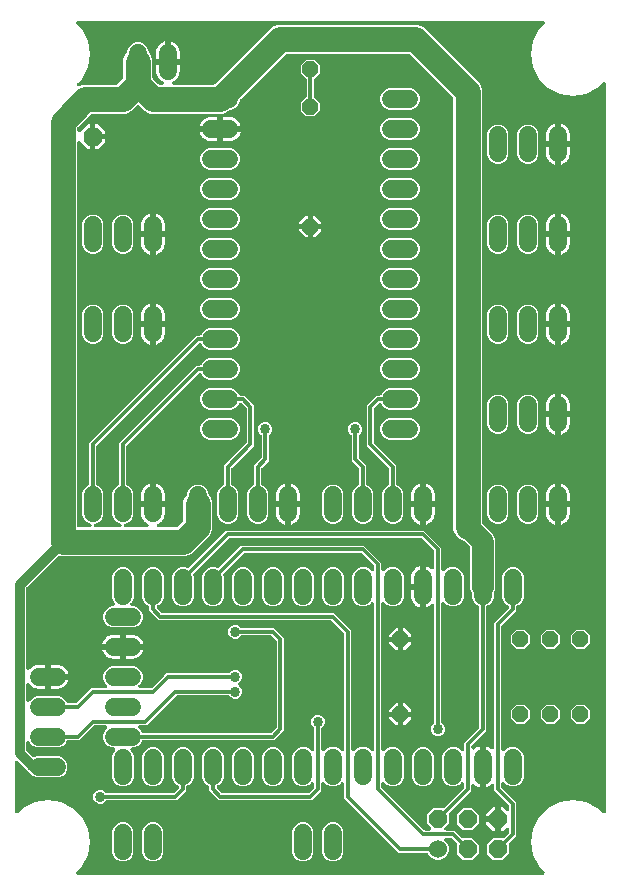
<source format=gbr>
G04 EAGLE Gerber RS-274X export*
G75*
%MOMM*%
%FSLAX34Y34*%
%LPD*%
%INTop Copper*%
%IPPOS*%
%AMOC8*
5,1,8,0,0,1.08239X$1,22.5*%
G01*
%ADD10C,1.524000*%
%ADD11C,1.508000*%
%ADD12P,1.429621X8X202.500000*%
%ADD13P,1.429621X8X22.500000*%
%ADD14P,1.429621X8X112.500000*%
%ADD15P,1.732040X8X22.500000*%
%ADD16C,1.600200*%
%ADD17C,1.524000*%
%ADD18P,1.649562X8X22.500000*%
%ADD19P,1.429621X8X292.500000*%
%ADD20C,2.133600*%
%ADD21C,1.828800*%
%ADD22C,0.304800*%
%ADD23C,0.812800*%
%ADD24C,0.856400*%

G36*
X457317Y10172D02*
X457317Y10172D01*
X457417Y10174D01*
X457489Y10192D01*
X457563Y10201D01*
X457658Y10234D01*
X457755Y10259D01*
X457821Y10293D01*
X457891Y10318D01*
X457976Y10373D01*
X458065Y10419D01*
X458122Y10467D01*
X458184Y10507D01*
X458254Y10579D01*
X458330Y10644D01*
X458375Y10704D01*
X458426Y10758D01*
X458478Y10844D01*
X458538Y10925D01*
X458567Y10993D01*
X458605Y11057D01*
X458636Y11153D01*
X458676Y11245D01*
X458689Y11318D01*
X458711Y11389D01*
X458719Y11489D01*
X458737Y11588D01*
X458733Y11662D01*
X458739Y11736D01*
X458724Y11836D01*
X458719Y11936D01*
X458699Y12007D01*
X458688Y12081D01*
X458651Y12174D01*
X458623Y12271D01*
X458586Y12336D01*
X458559Y12405D01*
X458502Y12487D01*
X458453Y12575D01*
X458388Y12651D01*
X458360Y12691D01*
X458334Y12715D01*
X458294Y12761D01*
X453846Y17209D01*
X448798Y27117D01*
X447058Y38100D01*
X448798Y49083D01*
X453846Y58991D01*
X461709Y66854D01*
X471617Y71902D01*
X482600Y73642D01*
X493583Y71902D01*
X503491Y66854D01*
X507939Y62406D01*
X508017Y62344D01*
X508090Y62274D01*
X508154Y62235D01*
X508212Y62189D01*
X508303Y62146D01*
X508389Y62095D01*
X508460Y62072D01*
X508527Y62040D01*
X508625Y62019D01*
X508721Y61989D01*
X508795Y61983D01*
X508868Y61967D01*
X508968Y61969D01*
X509068Y61961D01*
X509142Y61972D01*
X509216Y61973D01*
X509313Y61997D01*
X509413Y62012D01*
X509482Y62040D01*
X509554Y62058D01*
X509644Y62104D01*
X509737Y62141D01*
X509798Y62183D01*
X509864Y62218D01*
X509941Y62283D01*
X510023Y62340D01*
X510073Y62395D01*
X510129Y62443D01*
X510189Y62524D01*
X510256Y62599D01*
X510292Y62664D01*
X510337Y62724D01*
X510376Y62816D01*
X510425Y62904D01*
X510445Y62975D01*
X510475Y63044D01*
X510492Y63142D01*
X510520Y63239D01*
X510528Y63339D01*
X510536Y63387D01*
X510534Y63422D01*
X510539Y63483D01*
X510539Y679467D01*
X510528Y679567D01*
X510526Y679667D01*
X510508Y679739D01*
X510499Y679813D01*
X510466Y679908D01*
X510441Y680005D01*
X510407Y680071D01*
X510382Y680141D01*
X510327Y680226D01*
X510281Y680315D01*
X510233Y680372D01*
X510193Y680434D01*
X510121Y680504D01*
X510056Y680580D01*
X509996Y680625D01*
X509942Y680676D01*
X509856Y680728D01*
X509775Y680788D01*
X509707Y680817D01*
X509643Y680855D01*
X509547Y680886D01*
X509455Y680926D01*
X509382Y680939D01*
X509311Y680961D01*
X509211Y680969D01*
X509112Y680987D01*
X509038Y680983D01*
X508964Y680989D01*
X508864Y680974D01*
X508764Y680969D01*
X508693Y680949D01*
X508619Y680938D01*
X508526Y680901D01*
X508429Y680873D01*
X508364Y680836D01*
X508295Y680809D01*
X508213Y680752D01*
X508125Y680703D01*
X508049Y680638D01*
X508009Y680610D01*
X507985Y680584D01*
X507939Y680544D01*
X503491Y676096D01*
X493583Y671048D01*
X482600Y669308D01*
X471617Y671048D01*
X461709Y676096D01*
X453846Y683959D01*
X448798Y693867D01*
X447058Y704850D01*
X448798Y715833D01*
X453846Y725741D01*
X458294Y730189D01*
X458356Y730267D01*
X458426Y730340D01*
X458465Y730404D01*
X458511Y730462D01*
X458554Y730553D01*
X458605Y730639D01*
X458628Y730710D01*
X458660Y730777D01*
X458681Y730875D01*
X458711Y730971D01*
X458717Y731045D01*
X458733Y731118D01*
X458731Y731218D01*
X458739Y731318D01*
X458728Y731392D01*
X458727Y731466D01*
X458703Y731563D01*
X458688Y731663D01*
X458660Y731732D01*
X458642Y731804D01*
X458596Y731894D01*
X458559Y731987D01*
X458517Y732048D01*
X458482Y732114D01*
X458417Y732191D01*
X458360Y732273D01*
X458305Y732323D01*
X458257Y732379D01*
X458176Y732439D01*
X458101Y732506D01*
X458036Y732542D01*
X457976Y732587D01*
X457884Y732626D01*
X457796Y732675D01*
X457725Y732695D01*
X457656Y732725D01*
X457558Y732742D01*
X457461Y732770D01*
X457361Y732778D01*
X457313Y732786D01*
X457278Y732784D01*
X457217Y732789D01*
X63483Y732789D01*
X63383Y732778D01*
X63283Y732776D01*
X63211Y732758D01*
X63137Y732749D01*
X63042Y732716D01*
X62945Y732691D01*
X62879Y732657D01*
X62809Y732632D01*
X62724Y732577D01*
X62635Y732531D01*
X62578Y732483D01*
X62516Y732443D01*
X62446Y732371D01*
X62370Y732306D01*
X62325Y732246D01*
X62274Y732192D01*
X62222Y732106D01*
X62162Y732025D01*
X62133Y731957D01*
X62095Y731893D01*
X62064Y731797D01*
X62024Y731705D01*
X62011Y731632D01*
X61989Y731561D01*
X61981Y731461D01*
X61963Y731362D01*
X61967Y731288D01*
X61961Y731214D01*
X61976Y731114D01*
X61981Y731014D01*
X62001Y730943D01*
X62012Y730869D01*
X62049Y730776D01*
X62077Y730679D01*
X62114Y730614D01*
X62141Y730545D01*
X62198Y730463D01*
X62247Y730375D01*
X62312Y730299D01*
X62340Y730259D01*
X62366Y730235D01*
X62406Y730189D01*
X66854Y725741D01*
X71902Y715833D01*
X73642Y704850D01*
X71902Y693867D01*
X66854Y683959D01*
X63302Y680407D01*
X63270Y680368D01*
X63233Y680334D01*
X63162Y680231D01*
X63085Y680134D01*
X63064Y680088D01*
X63035Y680047D01*
X62989Y679931D01*
X62936Y679819D01*
X62926Y679770D01*
X62907Y679723D01*
X62889Y679600D01*
X62863Y679478D01*
X62864Y679428D01*
X62856Y679378D01*
X62867Y679254D01*
X62869Y679130D01*
X62881Y679081D01*
X62885Y679031D01*
X62923Y678912D01*
X62954Y678792D01*
X62977Y678747D01*
X62992Y678699D01*
X63056Y678592D01*
X63113Y678482D01*
X63146Y678444D01*
X63172Y678400D01*
X63259Y678311D01*
X63339Y678216D01*
X63380Y678186D01*
X63415Y678150D01*
X63519Y678083D01*
X63620Y678009D01*
X63666Y677989D01*
X63708Y677962D01*
X63825Y677921D01*
X63940Y677871D01*
X63989Y677862D01*
X64037Y677846D01*
X64160Y677832D01*
X64283Y677810D01*
X64333Y677812D01*
X64383Y677807D01*
X64506Y677821D01*
X64631Y677828D01*
X64679Y677841D01*
X64729Y677847D01*
X64962Y677923D01*
X67425Y678943D01*
X95919Y678943D01*
X96044Y678957D01*
X96170Y678964D01*
X96217Y678977D01*
X96265Y678983D01*
X96384Y679025D01*
X96505Y679060D01*
X96547Y679084D01*
X96593Y679100D01*
X96699Y679169D01*
X96809Y679230D01*
X96856Y679270D01*
X96886Y679289D01*
X96919Y679324D01*
X96996Y679389D01*
X101661Y684054D01*
X101740Y684153D01*
X101824Y684247D01*
X101848Y684289D01*
X101878Y684327D01*
X101932Y684441D01*
X101993Y684552D01*
X102006Y684599D01*
X102027Y684642D01*
X102053Y684766D01*
X102088Y684888D01*
X102093Y684948D01*
X102100Y684983D01*
X102099Y685031D01*
X102107Y685131D01*
X102107Y700925D01*
X103964Y705407D01*
X104789Y706232D01*
X104868Y706331D01*
X104952Y706425D01*
X104976Y706467D01*
X105006Y706505D01*
X105060Y706619D01*
X105121Y706730D01*
X105134Y706777D01*
X105155Y706820D01*
X105181Y706944D01*
X105216Y707066D01*
X105221Y707126D01*
X105228Y707161D01*
X105227Y707209D01*
X105235Y707309D01*
X105235Y707843D01*
X106615Y711175D01*
X109165Y713725D01*
X112497Y715105D01*
X116103Y715105D01*
X119435Y713725D01*
X121985Y711175D01*
X123365Y707843D01*
X123365Y707309D01*
X123379Y707184D01*
X123386Y707058D01*
X123399Y707011D01*
X123405Y706963D01*
X123447Y706844D01*
X123482Y706723D01*
X123506Y706681D01*
X123522Y706635D01*
X123591Y706529D01*
X123652Y706419D01*
X123692Y706372D01*
X123711Y706342D01*
X123746Y706309D01*
X123811Y706232D01*
X124636Y705407D01*
X126493Y700925D01*
X126493Y685131D01*
X126507Y685006D01*
X126514Y684880D01*
X126527Y684833D01*
X126533Y684785D01*
X126575Y684666D01*
X126610Y684545D01*
X126634Y684503D01*
X126650Y684457D01*
X126719Y684351D01*
X126780Y684241D01*
X126820Y684194D01*
X126839Y684164D01*
X126874Y684131D01*
X126939Y684054D01*
X131604Y679389D01*
X131703Y679310D01*
X131797Y679226D01*
X131839Y679202D01*
X131877Y679172D01*
X131991Y679118D01*
X132102Y679057D01*
X132149Y679044D01*
X132192Y679023D01*
X132316Y678997D01*
X132438Y678962D01*
X132498Y678957D01*
X132533Y678950D01*
X132581Y678951D01*
X132681Y678943D01*
X134736Y678943D01*
X134900Y678962D01*
X135063Y678978D01*
X135072Y678982D01*
X135082Y678983D01*
X135237Y679038D01*
X135393Y679092D01*
X135401Y679097D01*
X135410Y679100D01*
X135548Y679189D01*
X135688Y679277D01*
X135695Y679284D01*
X135703Y679289D01*
X135817Y679407D01*
X135933Y679525D01*
X135938Y679533D01*
X135945Y679540D01*
X136030Y679682D01*
X136116Y679821D01*
X136119Y679831D01*
X136124Y679839D01*
X136174Y679996D01*
X136226Y680152D01*
X136227Y680162D01*
X136230Y680171D01*
X136243Y680332D01*
X136259Y680499D01*
X136257Y680509D01*
X136258Y680518D01*
X136234Y680681D01*
X136211Y680844D01*
X136208Y680853D01*
X136206Y680863D01*
X136145Y681017D01*
X136087Y681170D01*
X136081Y681178D01*
X136078Y681187D01*
X135984Y681322D01*
X135891Y681458D01*
X135884Y681465D01*
X135879Y681473D01*
X135757Y681583D01*
X135636Y681695D01*
X135626Y681701D01*
X135620Y681706D01*
X135593Y681721D01*
X135427Y681823D01*
X134416Y682338D01*
X133133Y683271D01*
X132011Y684393D01*
X131078Y685677D01*
X130358Y687090D01*
X129867Y688599D01*
X129619Y690167D01*
X129619Y696001D01*
X138724Y696001D01*
X138750Y696004D01*
X138776Y696002D01*
X138923Y696024D01*
X139070Y696041D01*
X139095Y696049D01*
X139121Y696053D01*
X139258Y696108D01*
X139398Y696158D01*
X139420Y696172D01*
X139445Y696182D01*
X139566Y696267D01*
X139691Y696347D01*
X139703Y696360D01*
X139750Y696315D01*
X139773Y696301D01*
X139792Y696284D01*
X139922Y696212D01*
X140049Y696136D01*
X140074Y696128D01*
X140097Y696115D01*
X140240Y696075D01*
X140381Y696030D01*
X140407Y696027D01*
X140432Y696020D01*
X140676Y696001D01*
X149781Y696001D01*
X149781Y690167D01*
X149533Y688599D01*
X149042Y687090D01*
X148322Y685677D01*
X147389Y684393D01*
X146267Y683271D01*
X144984Y682338D01*
X143973Y681823D01*
X143835Y681732D01*
X143697Y681643D01*
X143690Y681636D01*
X143682Y681631D01*
X143570Y681511D01*
X143455Y681392D01*
X143450Y681384D01*
X143443Y681377D01*
X143361Y681235D01*
X143276Y681093D01*
X143273Y681084D01*
X143268Y681076D01*
X143220Y680918D01*
X143170Y680761D01*
X143169Y680752D01*
X143166Y680742D01*
X143155Y680577D01*
X143142Y680414D01*
X143143Y680404D01*
X143143Y680395D01*
X143169Y680233D01*
X143194Y680069D01*
X143197Y680060D01*
X143199Y680051D01*
X143261Y679898D01*
X143322Y679745D01*
X143328Y679737D01*
X143332Y679728D01*
X143428Y679594D01*
X143521Y679459D01*
X143528Y679453D01*
X143534Y679445D01*
X143658Y679336D01*
X143780Y679226D01*
X143788Y679221D01*
X143796Y679215D01*
X143941Y679136D01*
X144085Y679057D01*
X144094Y679055D01*
X144103Y679050D01*
X144262Y679007D01*
X144420Y678962D01*
X144432Y678961D01*
X144439Y678959D01*
X144469Y678958D01*
X144664Y678943D01*
X178469Y678943D01*
X178594Y678957D01*
X178720Y678964D01*
X178767Y678977D01*
X178815Y678983D01*
X178934Y679025D01*
X179055Y679060D01*
X179097Y679084D01*
X179143Y679100D01*
X179249Y679169D01*
X179360Y679230D01*
X179406Y679270D01*
X179436Y679289D01*
X179469Y679324D01*
X179546Y679389D01*
X224399Y724242D01*
X224399Y724243D01*
X228043Y727886D01*
X232525Y729743D01*
X351675Y729743D01*
X356157Y727886D01*
X400392Y683651D01*
X400393Y683651D01*
X404036Y680007D01*
X405893Y675525D01*
X405893Y308326D01*
X405907Y308200D01*
X405914Y308074D01*
X405927Y308028D01*
X405933Y307980D01*
X405975Y307861D01*
X406010Y307739D01*
X406034Y307697D01*
X406050Y307652D01*
X406119Y307546D01*
X406180Y307435D01*
X406220Y307389D01*
X406239Y307359D01*
X406274Y307325D01*
X406339Y307249D01*
X415444Y298143D01*
X417069Y294222D01*
X417069Y251878D01*
X415661Y248479D01*
X415660Y248477D01*
X415659Y248475D01*
X415613Y248313D01*
X415565Y248143D01*
X415565Y248141D01*
X415564Y248139D01*
X415545Y247896D01*
X415545Y244561D01*
X414152Y241200D01*
X411580Y238627D01*
X410389Y238134D01*
X410322Y238097D01*
X410251Y238069D01*
X410171Y238013D01*
X410084Y237965D01*
X410028Y237913D01*
X409965Y237870D01*
X409899Y237797D01*
X409826Y237731D01*
X409783Y237668D01*
X409732Y237611D01*
X409684Y237525D01*
X409628Y237444D01*
X409600Y237373D01*
X409563Y237306D01*
X409536Y237211D01*
X409500Y237120D01*
X409489Y237044D01*
X409468Y236971D01*
X409456Y236822D01*
X409449Y236775D01*
X409451Y236756D01*
X409449Y236727D01*
X409449Y132087D01*
X397195Y119833D01*
X397116Y119734D01*
X397032Y119640D01*
X397008Y119598D01*
X396978Y119560D01*
X396924Y119446D01*
X396863Y119335D01*
X396850Y119289D01*
X396829Y119245D01*
X396803Y119122D01*
X396768Y119000D01*
X396763Y118939D01*
X396756Y118904D01*
X396757Y118856D01*
X396749Y118756D01*
X396749Y117616D01*
X396760Y117516D01*
X396762Y117415D01*
X396780Y117343D01*
X396789Y117269D01*
X396822Y117175D01*
X396847Y117077D01*
X396881Y117011D01*
X396906Y116941D01*
X396961Y116857D01*
X397007Y116768D01*
X397055Y116711D01*
X397095Y116648D01*
X397167Y116579D01*
X397232Y116502D01*
X397292Y116458D01*
X397346Y116406D01*
X397432Y116355D01*
X397513Y116295D01*
X397581Y116266D01*
X397645Y116227D01*
X397740Y116197D01*
X397833Y116157D01*
X397906Y116144D01*
X397977Y116121D01*
X398077Y116113D01*
X398176Y116095D01*
X398250Y116099D01*
X398324Y116093D01*
X398423Y116108D01*
X398524Y116113D01*
X398595Y116134D01*
X398669Y116145D01*
X398762Y116182D01*
X398859Y116210D01*
X398924Y116246D01*
X398993Y116274D01*
X399075Y116331D01*
X399163Y116380D01*
X399239Y116445D01*
X399279Y116473D01*
X399303Y116499D01*
X399349Y116539D01*
X399781Y116970D01*
X401075Y117910D01*
X402500Y118636D01*
X403861Y119079D01*
X403861Y102616D01*
X403864Y102590D01*
X403862Y102564D01*
X403884Y102417D01*
X403901Y102270D01*
X403909Y102245D01*
X403913Y102219D01*
X403968Y102082D01*
X404018Y101942D01*
X404032Y101920D01*
X404042Y101895D01*
X404127Y101774D01*
X404207Y101649D01*
X404226Y101631D01*
X404241Y101609D01*
X404257Y101595D01*
X404175Y101510D01*
X404161Y101487D01*
X404144Y101468D01*
X404072Y101338D01*
X403996Y101211D01*
X403988Y101186D01*
X403975Y101163D01*
X403935Y101020D01*
X403890Y100879D01*
X403887Y100853D01*
X403880Y100828D01*
X403861Y100584D01*
X403861Y84121D01*
X402500Y84564D01*
X401075Y85290D01*
X399781Y86230D01*
X399349Y86661D01*
X399271Y86724D01*
X399198Y86794D01*
X399134Y86832D01*
X399076Y86878D01*
X398985Y86921D01*
X398899Y86973D01*
X398828Y86995D01*
X398761Y87027D01*
X398663Y87048D01*
X398567Y87079D01*
X398493Y87085D01*
X398420Y87100D01*
X398320Y87099D01*
X398220Y87107D01*
X398146Y87096D01*
X398072Y87094D01*
X397974Y87070D01*
X397875Y87055D01*
X397806Y87028D01*
X397734Y87009D01*
X397645Y86963D01*
X397551Y86926D01*
X397490Y86884D01*
X397424Y86850D01*
X397348Y86785D01*
X397265Y86727D01*
X397215Y86672D01*
X397159Y86624D01*
X397099Y86543D01*
X397032Y86469D01*
X396996Y86403D01*
X396951Y86344D01*
X396912Y86252D01*
X396863Y86164D01*
X396843Y86092D01*
X396813Y86024D01*
X396796Y85925D01*
X396768Y85828D01*
X396760Y85728D01*
X396752Y85681D01*
X396754Y85645D01*
X396749Y85584D01*
X396749Y81287D01*
X377891Y62429D01*
X377812Y62330D01*
X377728Y62236D01*
X377704Y62194D01*
X377674Y62156D01*
X377620Y62042D01*
X377559Y61931D01*
X377546Y61885D01*
X377525Y61841D01*
X377499Y61718D01*
X377464Y61596D01*
X377459Y61535D01*
X377452Y61500D01*
X377453Y61452D01*
X377445Y61352D01*
X377445Y53362D01*
X374182Y50099D01*
X374119Y50021D01*
X374049Y49948D01*
X374011Y49884D01*
X373965Y49826D01*
X373922Y49735D01*
X373871Y49649D01*
X373848Y49578D01*
X373816Y49511D01*
X373795Y49413D01*
X373764Y49317D01*
X373758Y49243D01*
X373743Y49170D01*
X373744Y49070D01*
X373736Y48970D01*
X373747Y48896D01*
X373749Y48822D01*
X373773Y48725D01*
X373788Y48625D01*
X373816Y48556D01*
X373834Y48484D01*
X373880Y48394D01*
X373917Y48301D01*
X373959Y48240D01*
X373993Y48174D01*
X374058Y48098D01*
X374116Y48015D01*
X374171Y47965D01*
X374219Y47909D01*
X374300Y47849D01*
X374375Y47782D01*
X374440Y47746D01*
X374499Y47701D01*
X374592Y47662D01*
X374680Y47613D01*
X374751Y47593D01*
X374819Y47563D01*
X374918Y47546D01*
X375015Y47518D01*
X375115Y47510D01*
X375163Y47502D01*
X375198Y47504D01*
X375259Y47499D01*
X382263Y47499D01*
X384495Y45267D01*
X388421Y41341D01*
X388520Y41262D01*
X388614Y41178D01*
X388656Y41154D01*
X388694Y41124D01*
X388808Y41070D01*
X388919Y41009D01*
X388965Y40996D01*
X389009Y40975D01*
X389132Y40949D01*
X389254Y40914D01*
X389315Y40909D01*
X389349Y40902D01*
X389397Y40903D01*
X389498Y40895D01*
X397488Y40895D01*
X402845Y35538D01*
X402845Y27962D01*
X397488Y22605D01*
X389912Y22605D01*
X384555Y27962D01*
X384555Y35952D01*
X384541Y36078D01*
X384534Y36204D01*
X384521Y36250D01*
X384515Y36298D01*
X384473Y36417D01*
X384438Y36539D01*
X384414Y36581D01*
X384398Y36627D01*
X384329Y36733D01*
X384268Y36843D01*
X384228Y36889D01*
X384209Y36919D01*
X384174Y36953D01*
X384109Y37029D01*
X380183Y40955D01*
X380084Y41034D01*
X379990Y41118D01*
X379948Y41142D01*
X379910Y41172D01*
X379796Y41226D01*
X379685Y41287D01*
X379639Y41300D01*
X379595Y41321D01*
X379472Y41347D01*
X379350Y41382D01*
X379289Y41387D01*
X379254Y41394D01*
X379206Y41393D01*
X379106Y41401D01*
X375259Y41401D01*
X375159Y41390D01*
X375059Y41388D01*
X374986Y41370D01*
X374913Y41361D01*
X374818Y41328D01*
X374721Y41303D01*
X374654Y41269D01*
X374584Y41244D01*
X374500Y41189D01*
X374411Y41143D01*
X374354Y41095D01*
X374292Y41055D01*
X374222Y40983D01*
X374145Y40918D01*
X374101Y40858D01*
X374049Y40804D01*
X373998Y40718D01*
X373938Y40637D01*
X373909Y40569D01*
X373871Y40505D01*
X373840Y40409D01*
X373800Y40317D01*
X373787Y40244D01*
X373764Y40173D01*
X373756Y40073D01*
X373739Y39974D01*
X373742Y39900D01*
X373736Y39826D01*
X373751Y39726D01*
X373756Y39626D01*
X373777Y39555D01*
X373788Y39481D01*
X373825Y39388D01*
X373853Y39291D01*
X373889Y39226D01*
X373917Y39157D01*
X373974Y39075D01*
X374023Y38987D01*
X374088Y38911D01*
X374116Y38871D01*
X374142Y38847D01*
X374182Y38801D01*
X376053Y36930D01*
X377445Y33569D01*
X377445Y29931D01*
X376052Y26570D01*
X373480Y23998D01*
X370119Y22605D01*
X366481Y22605D01*
X363120Y23998D01*
X360547Y26570D01*
X360054Y27761D01*
X360017Y27828D01*
X359989Y27899D01*
X359933Y27980D01*
X359885Y28066D01*
X359833Y28122D01*
X359790Y28185D01*
X359717Y28251D01*
X359651Y28324D01*
X359588Y28367D01*
X359531Y28418D01*
X359445Y28466D01*
X359364Y28522D01*
X359293Y28550D01*
X359226Y28587D01*
X359131Y28614D01*
X359040Y28650D01*
X358964Y28661D01*
X358891Y28682D01*
X358742Y28694D01*
X358695Y28701D01*
X358676Y28699D01*
X358647Y28701D01*
X335287Y28701D01*
X289051Y74937D01*
X289051Y87021D01*
X289040Y87121D01*
X289038Y87221D01*
X289020Y87294D01*
X289011Y87367D01*
X288978Y87462D01*
X288953Y87559D01*
X288919Y87626D01*
X288894Y87696D01*
X288839Y87780D01*
X288793Y87869D01*
X288745Y87926D01*
X288705Y87988D01*
X288633Y88058D01*
X288568Y88135D01*
X288508Y88179D01*
X288454Y88231D01*
X288368Y88282D01*
X288287Y88342D01*
X288219Y88371D01*
X288155Y88409D01*
X288059Y88440D01*
X287967Y88480D01*
X287894Y88493D01*
X287823Y88516D01*
X287723Y88524D01*
X287624Y88541D01*
X287550Y88538D01*
X287476Y88544D01*
X287376Y88529D01*
X287276Y88524D01*
X287205Y88503D01*
X287131Y88492D01*
X287038Y88455D01*
X286941Y88427D01*
X286876Y88391D01*
X286807Y88363D01*
X286725Y88306D01*
X286637Y88257D01*
X286561Y88192D01*
X286521Y88164D01*
X286497Y88138D01*
X286451Y88098D01*
X284580Y86227D01*
X281219Y84835D01*
X277581Y84835D01*
X274220Y86227D01*
X272349Y88098D01*
X272271Y88161D01*
X272198Y88231D01*
X272134Y88269D01*
X272076Y88315D01*
X271985Y88358D01*
X271899Y88409D01*
X271828Y88432D01*
X271761Y88464D01*
X271663Y88485D01*
X271567Y88516D01*
X271493Y88522D01*
X271420Y88537D01*
X271320Y88536D01*
X271220Y88544D01*
X271146Y88533D01*
X271072Y88531D01*
X270975Y88507D01*
X270875Y88492D01*
X270806Y88464D01*
X270734Y88446D01*
X270645Y88400D01*
X270551Y88363D01*
X270490Y88321D01*
X270424Y88287D01*
X270348Y88222D01*
X270265Y88164D01*
X270215Y88109D01*
X270159Y88061D01*
X270099Y87980D01*
X270032Y87905D01*
X269996Y87840D01*
X269951Y87781D01*
X269912Y87688D01*
X269863Y87600D01*
X269843Y87529D01*
X269813Y87461D01*
X269796Y87362D01*
X269768Y87265D01*
X269760Y87165D01*
X269752Y87117D01*
X269754Y87082D01*
X269749Y87021D01*
X269749Y81287D01*
X261613Y73151D01*
X182887Y73151D01*
X174751Y81287D01*
X174751Y84327D01*
X174743Y84403D01*
X174744Y84479D01*
X174723Y84575D01*
X174711Y84673D01*
X174686Y84745D01*
X174669Y84820D01*
X174627Y84908D01*
X174594Y85001D01*
X174552Y85065D01*
X174520Y85134D01*
X174458Y85211D01*
X174405Y85294D01*
X174350Y85347D01*
X174302Y85407D01*
X174225Y85468D01*
X174154Y85536D01*
X174089Y85575D01*
X174029Y85623D01*
X173895Y85691D01*
X173855Y85715D01*
X173837Y85721D01*
X173811Y85734D01*
X172620Y86227D01*
X170048Y88800D01*
X168655Y92161D01*
X168655Y111039D01*
X170048Y114400D01*
X172620Y116972D01*
X175981Y118365D01*
X179619Y118365D01*
X182980Y116972D01*
X185552Y114400D01*
X186945Y111039D01*
X186945Y92161D01*
X185552Y88800D01*
X182980Y86228D01*
X181872Y85768D01*
X181740Y85695D01*
X181607Y85626D01*
X181588Y85611D01*
X181567Y85599D01*
X181456Y85498D01*
X181341Y85401D01*
X181327Y85381D01*
X181309Y85365D01*
X181223Y85241D01*
X181134Y85120D01*
X181125Y85098D01*
X181111Y85078D01*
X181056Y84938D01*
X180996Y84800D01*
X180992Y84777D01*
X180983Y84754D01*
X180961Y84605D01*
X180934Y84457D01*
X180936Y84433D01*
X180932Y84409D01*
X180945Y84259D01*
X180952Y84109D01*
X180959Y84086D01*
X180961Y84062D01*
X181007Y83919D01*
X181049Y83774D01*
X181061Y83753D01*
X181068Y83730D01*
X181146Y83602D01*
X181219Y83470D01*
X181238Y83448D01*
X181248Y83432D01*
X181281Y83398D01*
X181378Y83284D01*
X184967Y79695D01*
X185066Y79616D01*
X185160Y79532D01*
X185202Y79508D01*
X185240Y79478D01*
X185354Y79424D01*
X185465Y79363D01*
X185511Y79350D01*
X185555Y79329D01*
X185678Y79303D01*
X185800Y79268D01*
X185861Y79263D01*
X185896Y79256D01*
X185944Y79257D01*
X186044Y79249D01*
X258456Y79249D01*
X258582Y79263D01*
X258708Y79270D01*
X258754Y79283D01*
X258802Y79289D01*
X258921Y79331D01*
X259043Y79366D01*
X259085Y79390D01*
X259131Y79406D01*
X259237Y79475D01*
X259347Y79536D01*
X259393Y79576D01*
X259423Y79595D01*
X259457Y79630D01*
X259533Y79695D01*
X263205Y83367D01*
X263284Y83466D01*
X263368Y83560D01*
X263392Y83602D01*
X263422Y83640D01*
X263476Y83754D01*
X263537Y83865D01*
X263550Y83911D01*
X263571Y83955D01*
X263597Y84078D01*
X263632Y84200D01*
X263637Y84261D01*
X263644Y84296D01*
X263643Y84344D01*
X263651Y84444D01*
X263651Y87021D01*
X263640Y87121D01*
X263638Y87221D01*
X263620Y87294D01*
X263611Y87367D01*
X263578Y87462D01*
X263553Y87559D01*
X263519Y87626D01*
X263494Y87696D01*
X263439Y87780D01*
X263393Y87869D01*
X263345Y87926D01*
X263305Y87988D01*
X263233Y88058D01*
X263168Y88135D01*
X263108Y88179D01*
X263054Y88231D01*
X262968Y88282D01*
X262887Y88342D01*
X262819Y88371D01*
X262755Y88409D01*
X262659Y88440D01*
X262567Y88480D01*
X262494Y88493D01*
X262423Y88516D01*
X262323Y88524D01*
X262224Y88541D01*
X262150Y88538D01*
X262076Y88544D01*
X261976Y88529D01*
X261876Y88524D01*
X261805Y88503D01*
X261731Y88492D01*
X261638Y88455D01*
X261541Y88427D01*
X261476Y88391D01*
X261407Y88363D01*
X261325Y88306D01*
X261237Y88257D01*
X261161Y88192D01*
X261121Y88164D01*
X261097Y88138D01*
X261051Y88098D01*
X259180Y86227D01*
X255819Y84835D01*
X252181Y84835D01*
X248820Y86228D01*
X246248Y88800D01*
X244855Y92161D01*
X244855Y111039D01*
X246248Y114400D01*
X248820Y116972D01*
X252181Y118365D01*
X255819Y118365D01*
X259180Y116973D01*
X261051Y115102D01*
X261129Y115039D01*
X261202Y114969D01*
X261266Y114931D01*
X261324Y114885D01*
X261415Y114842D01*
X261501Y114791D01*
X261572Y114768D01*
X261639Y114736D01*
X261737Y114715D01*
X261833Y114684D01*
X261907Y114678D01*
X261980Y114663D01*
X262080Y114664D01*
X262180Y114656D01*
X262254Y114667D01*
X262328Y114669D01*
X262425Y114693D01*
X262525Y114708D01*
X262594Y114736D01*
X262666Y114754D01*
X262755Y114800D01*
X262849Y114837D01*
X262910Y114879D01*
X262976Y114913D01*
X263052Y114978D01*
X263135Y115036D01*
X263185Y115091D01*
X263241Y115139D01*
X263301Y115220D01*
X263368Y115295D01*
X263404Y115360D01*
X263449Y115419D01*
X263488Y115512D01*
X263537Y115600D01*
X263557Y115671D01*
X263587Y115739D01*
X263604Y115838D01*
X263632Y115935D01*
X263640Y116035D01*
X263648Y116083D01*
X263646Y116118D01*
X263651Y116179D01*
X263651Y133906D01*
X263637Y134031D01*
X263630Y134158D01*
X263617Y134204D01*
X263611Y134252D01*
X263569Y134371D01*
X263534Y134492D01*
X263510Y134535D01*
X263494Y134580D01*
X263425Y134686D01*
X263364Y134797D01*
X263324Y134843D01*
X263305Y134873D01*
X263270Y134906D01*
X263205Y134983D01*
X261777Y136411D01*
X260893Y138545D01*
X260893Y140855D01*
X261777Y142989D01*
X263411Y144623D01*
X265545Y145507D01*
X267855Y145507D01*
X269989Y144623D01*
X271623Y142989D01*
X272507Y140855D01*
X272507Y138545D01*
X271623Y136411D01*
X270195Y134983D01*
X270116Y134884D01*
X270032Y134790D01*
X270008Y134748D01*
X269978Y134710D01*
X269924Y134596D01*
X269863Y134485D01*
X269850Y134438D01*
X269829Y134395D01*
X269803Y134271D01*
X269768Y134150D01*
X269763Y134089D01*
X269756Y134054D01*
X269757Y134006D01*
X269749Y133906D01*
X269749Y116179D01*
X269760Y116079D01*
X269762Y115979D01*
X269780Y115906D01*
X269789Y115833D01*
X269822Y115738D01*
X269847Y115641D01*
X269881Y115574D01*
X269906Y115504D01*
X269961Y115420D01*
X270007Y115331D01*
X270055Y115274D01*
X270095Y115212D01*
X270167Y115142D01*
X270232Y115065D01*
X270292Y115021D01*
X270346Y114969D01*
X270432Y114918D01*
X270513Y114858D01*
X270581Y114829D01*
X270645Y114791D01*
X270741Y114760D01*
X270833Y114720D01*
X270906Y114707D01*
X270977Y114684D01*
X271077Y114676D01*
X271176Y114659D01*
X271250Y114662D01*
X271324Y114656D01*
X271424Y114671D01*
X271524Y114676D01*
X271595Y114697D01*
X271669Y114708D01*
X271762Y114745D01*
X271859Y114773D01*
X271924Y114809D01*
X271993Y114837D01*
X272075Y114894D01*
X272163Y114943D01*
X272239Y115008D01*
X272279Y115036D01*
X272303Y115062D01*
X272349Y115102D01*
X274220Y116973D01*
X277581Y118365D01*
X281219Y118365D01*
X284580Y116973D01*
X286451Y115102D01*
X286529Y115039D01*
X286602Y114969D01*
X286666Y114931D01*
X286724Y114885D01*
X286815Y114842D01*
X286901Y114791D01*
X286972Y114768D01*
X287039Y114736D01*
X287137Y114715D01*
X287233Y114684D01*
X287307Y114678D01*
X287380Y114663D01*
X287480Y114664D01*
X287580Y114656D01*
X287654Y114667D01*
X287728Y114669D01*
X287825Y114693D01*
X287925Y114708D01*
X287994Y114736D01*
X288066Y114754D01*
X288155Y114800D01*
X288249Y114837D01*
X288310Y114879D01*
X288376Y114913D01*
X288452Y114978D01*
X288535Y115036D01*
X288585Y115091D01*
X288641Y115139D01*
X288701Y115220D01*
X288768Y115295D01*
X288804Y115360D01*
X288849Y115419D01*
X288888Y115512D01*
X288937Y115600D01*
X288957Y115671D01*
X288987Y115739D01*
X289004Y115838D01*
X289032Y115935D01*
X289040Y116035D01*
X289048Y116083D01*
X289046Y116118D01*
X289051Y116179D01*
X289051Y214006D01*
X289037Y214132D01*
X289030Y214258D01*
X289017Y214304D01*
X289011Y214352D01*
X288969Y214471D01*
X288934Y214593D01*
X288910Y214635D01*
X288894Y214681D01*
X288825Y214787D01*
X288764Y214897D01*
X288724Y214943D01*
X288705Y214973D01*
X288670Y215007D01*
X288605Y215083D01*
X278583Y225105D01*
X278484Y225184D01*
X278390Y225268D01*
X278348Y225292D01*
X278310Y225322D01*
X278196Y225376D01*
X278085Y225437D01*
X278039Y225450D01*
X277995Y225471D01*
X277872Y225497D01*
X277750Y225532D01*
X277689Y225537D01*
X277655Y225544D01*
X277607Y225543D01*
X277506Y225551D01*
X132087Y225551D01*
X129855Y227783D01*
X126183Y231455D01*
X123951Y233687D01*
X123951Y236727D01*
X123943Y236803D01*
X123944Y236879D01*
X123923Y236975D01*
X123911Y237073D01*
X123886Y237145D01*
X123869Y237220D01*
X123827Y237308D01*
X123794Y237401D01*
X123752Y237465D01*
X123720Y237534D01*
X123658Y237611D01*
X123605Y237694D01*
X123550Y237747D01*
X123502Y237807D01*
X123425Y237868D01*
X123354Y237936D01*
X123289Y237975D01*
X123229Y238023D01*
X123095Y238091D01*
X123055Y238115D01*
X123037Y238121D01*
X123011Y238134D01*
X121820Y238627D01*
X119248Y241200D01*
X117855Y244561D01*
X117855Y263439D01*
X119248Y266800D01*
X121820Y269372D01*
X125181Y270765D01*
X128819Y270765D01*
X132180Y269372D01*
X134752Y266800D01*
X136145Y263439D01*
X136145Y244561D01*
X134752Y241200D01*
X132180Y238628D01*
X131072Y238168D01*
X130940Y238095D01*
X130807Y238026D01*
X130788Y238011D01*
X130767Y237999D01*
X130656Y237898D01*
X130541Y237801D01*
X130527Y237781D01*
X130509Y237765D01*
X130423Y237641D01*
X130334Y237520D01*
X130325Y237498D01*
X130311Y237478D01*
X130256Y237338D01*
X130196Y237200D01*
X130192Y237177D01*
X130183Y237154D01*
X130161Y237005D01*
X130134Y236857D01*
X130136Y236833D01*
X130132Y236809D01*
X130145Y236659D01*
X130152Y236509D01*
X130159Y236486D01*
X130161Y236462D01*
X130207Y236319D01*
X130249Y236174D01*
X130261Y236153D01*
X130268Y236130D01*
X130346Y236002D01*
X130419Y235870D01*
X130438Y235848D01*
X130448Y235832D01*
X130481Y235798D01*
X130578Y235684D01*
X134167Y232095D01*
X134266Y232016D01*
X134360Y231932D01*
X134402Y231908D01*
X134440Y231878D01*
X134554Y231824D01*
X134665Y231763D01*
X134711Y231750D01*
X134755Y231729D01*
X134878Y231703D01*
X135000Y231668D01*
X135061Y231663D01*
X135095Y231656D01*
X135143Y231657D01*
X135244Y231649D01*
X280663Y231649D01*
X282895Y229417D01*
X292917Y219395D01*
X295149Y217163D01*
X295149Y116179D01*
X295160Y116079D01*
X295162Y115979D01*
X295180Y115906D01*
X295189Y115833D01*
X295222Y115738D01*
X295247Y115641D01*
X295281Y115574D01*
X295306Y115504D01*
X295361Y115420D01*
X295407Y115331D01*
X295455Y115274D01*
X295495Y115212D01*
X295567Y115142D01*
X295632Y115065D01*
X295692Y115021D01*
X295746Y114969D01*
X295832Y114918D01*
X295913Y114858D01*
X295981Y114829D01*
X296045Y114791D01*
X296141Y114760D01*
X296233Y114720D01*
X296306Y114707D01*
X296377Y114684D01*
X296477Y114676D01*
X296576Y114659D01*
X296650Y114662D01*
X296724Y114656D01*
X296824Y114671D01*
X296924Y114676D01*
X296995Y114697D01*
X297069Y114708D01*
X297162Y114745D01*
X297259Y114773D01*
X297324Y114809D01*
X297393Y114837D01*
X297475Y114894D01*
X297563Y114943D01*
X297639Y115008D01*
X297679Y115036D01*
X297703Y115062D01*
X297749Y115102D01*
X299620Y116973D01*
X302981Y118365D01*
X306619Y118365D01*
X309980Y116973D01*
X311851Y115102D01*
X311929Y115039D01*
X312002Y114969D01*
X312066Y114931D01*
X312124Y114885D01*
X312215Y114842D01*
X312301Y114791D01*
X312372Y114768D01*
X312439Y114736D01*
X312537Y114715D01*
X312633Y114684D01*
X312707Y114678D01*
X312780Y114663D01*
X312880Y114664D01*
X312980Y114656D01*
X313054Y114667D01*
X313128Y114669D01*
X313225Y114693D01*
X313325Y114708D01*
X313394Y114736D01*
X313466Y114754D01*
X313555Y114800D01*
X313649Y114837D01*
X313710Y114879D01*
X313776Y114913D01*
X313852Y114978D01*
X313935Y115036D01*
X313985Y115091D01*
X314041Y115139D01*
X314101Y115220D01*
X314168Y115295D01*
X314204Y115360D01*
X314249Y115419D01*
X314288Y115512D01*
X314337Y115600D01*
X314357Y115671D01*
X314387Y115739D01*
X314404Y115838D01*
X314432Y115935D01*
X314440Y116035D01*
X314448Y116083D01*
X314446Y116118D01*
X314451Y116179D01*
X314451Y239421D01*
X314440Y239521D01*
X314438Y239621D01*
X314420Y239694D01*
X314411Y239767D01*
X314378Y239862D01*
X314353Y239959D01*
X314319Y240026D01*
X314294Y240096D01*
X314239Y240180D01*
X314193Y240269D01*
X314145Y240326D01*
X314105Y240388D01*
X314033Y240458D01*
X313968Y240535D01*
X313908Y240579D01*
X313854Y240631D01*
X313768Y240682D01*
X313687Y240742D01*
X313619Y240771D01*
X313555Y240809D01*
X313459Y240840D01*
X313367Y240880D01*
X313294Y240893D01*
X313223Y240916D01*
X313123Y240924D01*
X313024Y240941D01*
X312950Y240938D01*
X312876Y240944D01*
X312776Y240929D01*
X312676Y240924D01*
X312605Y240903D01*
X312531Y240892D01*
X312438Y240855D01*
X312341Y240827D01*
X312276Y240791D01*
X312207Y240763D01*
X312125Y240706D01*
X312037Y240657D01*
X311961Y240592D01*
X311921Y240564D01*
X311897Y240538D01*
X311851Y240498D01*
X309980Y238627D01*
X306619Y237235D01*
X302981Y237235D01*
X299620Y238628D01*
X297048Y241200D01*
X295655Y244561D01*
X295655Y263439D01*
X297048Y266800D01*
X299620Y269372D01*
X302981Y270765D01*
X306619Y270765D01*
X309980Y269373D01*
X311851Y267502D01*
X311929Y267439D01*
X312002Y267369D01*
X312066Y267331D01*
X312124Y267285D01*
X312215Y267242D01*
X312301Y267191D01*
X312372Y267168D01*
X312439Y267136D01*
X312537Y267115D01*
X312633Y267084D01*
X312707Y267078D01*
X312780Y267063D01*
X312880Y267064D01*
X312980Y267056D01*
X313054Y267067D01*
X313128Y267069D01*
X313225Y267093D01*
X313325Y267108D01*
X313394Y267136D01*
X313466Y267154D01*
X313555Y267200D01*
X313649Y267237D01*
X313710Y267279D01*
X313776Y267313D01*
X313852Y267378D01*
X313935Y267436D01*
X313985Y267491D01*
X314041Y267539D01*
X314101Y267620D01*
X314168Y267695D01*
X314204Y267760D01*
X314249Y267819D01*
X314288Y267912D01*
X314337Y268000D01*
X314357Y268071D01*
X314387Y268139D01*
X314404Y268238D01*
X314432Y268335D01*
X314440Y268435D01*
X314448Y268483D01*
X314446Y268518D01*
X314451Y268579D01*
X314451Y271156D01*
X314437Y271282D01*
X314430Y271408D01*
X314417Y271454D01*
X314411Y271502D01*
X314369Y271621D01*
X314334Y271743D01*
X314310Y271785D01*
X314294Y271831D01*
X314225Y271937D01*
X314164Y272047D01*
X314124Y272093D01*
X314105Y272123D01*
X314070Y272157D01*
X314005Y272233D01*
X303983Y282255D01*
X303884Y282334D01*
X303790Y282418D01*
X303748Y282442D01*
X303710Y282472D01*
X303596Y282526D01*
X303485Y282587D01*
X303439Y282600D01*
X303395Y282621D01*
X303272Y282647D01*
X303150Y282682D01*
X303089Y282687D01*
X303054Y282694D01*
X303006Y282693D01*
X302906Y282701D01*
X205094Y282701D01*
X204968Y282687D01*
X204842Y282680D01*
X204796Y282667D01*
X204748Y282661D01*
X204629Y282619D01*
X204507Y282584D01*
X204465Y282560D01*
X204419Y282544D01*
X204313Y282475D01*
X204203Y282414D01*
X204157Y282374D01*
X204127Y282355D01*
X204093Y282320D01*
X204017Y282255D01*
X187154Y265392D01*
X187106Y265332D01*
X187051Y265279D01*
X186998Y265196D01*
X186937Y265119D01*
X186904Y265050D01*
X186863Y264986D01*
X186830Y264893D01*
X186788Y264804D01*
X186772Y264729D01*
X186746Y264657D01*
X186735Y264559D01*
X186715Y264463D01*
X186716Y264387D01*
X186707Y264311D01*
X186719Y264213D01*
X186721Y264115D01*
X186739Y264041D01*
X186748Y263965D01*
X186794Y263823D01*
X186806Y263777D01*
X186814Y263760D01*
X186823Y263732D01*
X186945Y263439D01*
X186945Y244561D01*
X185552Y241200D01*
X182980Y238628D01*
X179619Y237235D01*
X175981Y237235D01*
X172620Y238628D01*
X170048Y241200D01*
X168655Y244561D01*
X168655Y263439D01*
X170048Y266800D01*
X172620Y269372D01*
X175981Y270765D01*
X179619Y270765D01*
X181708Y269899D01*
X181782Y269878D01*
X181852Y269848D01*
X181948Y269831D01*
X182043Y269804D01*
X182119Y269800D01*
X182195Y269787D01*
X182293Y269792D01*
X182391Y269787D01*
X182466Y269801D01*
X182543Y269804D01*
X182637Y269832D01*
X182734Y269849D01*
X182804Y269880D01*
X182878Y269901D01*
X182963Y269949D01*
X183054Y269988D01*
X183115Y270034D01*
X183182Y270071D01*
X183296Y270168D01*
X183333Y270196D01*
X183346Y270211D01*
X183368Y270230D01*
X201937Y288799D01*
X306063Y288799D01*
X320549Y274313D01*
X320549Y268579D01*
X320560Y268479D01*
X320562Y268379D01*
X320580Y268306D01*
X320589Y268233D01*
X320622Y268138D01*
X320647Y268041D01*
X320681Y267974D01*
X320706Y267904D01*
X320761Y267820D01*
X320807Y267731D01*
X320855Y267674D01*
X320895Y267612D01*
X320967Y267542D01*
X321032Y267465D01*
X321092Y267421D01*
X321146Y267369D01*
X321232Y267318D01*
X321313Y267258D01*
X321381Y267229D01*
X321445Y267191D01*
X321541Y267160D01*
X321633Y267120D01*
X321706Y267107D01*
X321777Y267084D01*
X321877Y267076D01*
X321976Y267059D01*
X322050Y267062D01*
X322124Y267056D01*
X322224Y267071D01*
X322324Y267076D01*
X322395Y267097D01*
X322469Y267108D01*
X322562Y267145D01*
X322659Y267173D01*
X322724Y267209D01*
X322793Y267237D01*
X322875Y267294D01*
X322963Y267343D01*
X323039Y267408D01*
X323079Y267436D01*
X323103Y267462D01*
X323149Y267502D01*
X325020Y269373D01*
X328381Y270765D01*
X332019Y270765D01*
X335380Y269372D01*
X337952Y266800D01*
X339345Y263439D01*
X339345Y244561D01*
X337952Y241200D01*
X335380Y238628D01*
X332019Y237235D01*
X328381Y237235D01*
X325020Y238627D01*
X323149Y240498D01*
X323071Y240561D01*
X322998Y240631D01*
X322934Y240669D01*
X322876Y240715D01*
X322785Y240758D01*
X322699Y240809D01*
X322628Y240832D01*
X322561Y240864D01*
X322463Y240885D01*
X322367Y240916D01*
X322293Y240922D01*
X322220Y240937D01*
X322120Y240936D01*
X322020Y240944D01*
X321946Y240933D01*
X321872Y240931D01*
X321775Y240907D01*
X321675Y240892D01*
X321606Y240864D01*
X321534Y240846D01*
X321445Y240800D01*
X321351Y240763D01*
X321290Y240721D01*
X321224Y240687D01*
X321148Y240622D01*
X321065Y240564D01*
X321015Y240509D01*
X320959Y240461D01*
X320899Y240380D01*
X320832Y240305D01*
X320796Y240240D01*
X320751Y240181D01*
X320712Y240088D01*
X320663Y240000D01*
X320643Y239929D01*
X320613Y239861D01*
X320596Y239762D01*
X320568Y239665D01*
X320560Y239565D01*
X320552Y239517D01*
X320554Y239482D01*
X320549Y239421D01*
X320549Y116179D01*
X320560Y116079D01*
X320562Y115979D01*
X320580Y115906D01*
X320589Y115833D01*
X320622Y115738D01*
X320647Y115641D01*
X320681Y115574D01*
X320706Y115504D01*
X320761Y115420D01*
X320807Y115331D01*
X320855Y115274D01*
X320895Y115212D01*
X320967Y115142D01*
X321032Y115065D01*
X321092Y115021D01*
X321146Y114969D01*
X321232Y114918D01*
X321313Y114858D01*
X321381Y114829D01*
X321445Y114791D01*
X321541Y114760D01*
X321633Y114720D01*
X321706Y114707D01*
X321777Y114684D01*
X321877Y114676D01*
X321976Y114659D01*
X322050Y114662D01*
X322124Y114656D01*
X322224Y114671D01*
X322324Y114676D01*
X322395Y114697D01*
X322469Y114708D01*
X322562Y114745D01*
X322659Y114773D01*
X322724Y114809D01*
X322793Y114837D01*
X322875Y114894D01*
X322963Y114943D01*
X323039Y115008D01*
X323079Y115036D01*
X323103Y115062D01*
X323149Y115102D01*
X325020Y116973D01*
X328381Y118365D01*
X332019Y118365D01*
X335380Y116972D01*
X337952Y114400D01*
X339345Y111039D01*
X339345Y92161D01*
X337952Y88800D01*
X335380Y86228D01*
X332019Y84835D01*
X328381Y84835D01*
X325020Y86227D01*
X323149Y88098D01*
X323071Y88161D01*
X322998Y88231D01*
X322934Y88269D01*
X322876Y88315D01*
X322785Y88358D01*
X322699Y88409D01*
X322628Y88432D01*
X322561Y88464D01*
X322463Y88485D01*
X322367Y88516D01*
X322293Y88522D01*
X322220Y88537D01*
X322120Y88536D01*
X322020Y88544D01*
X321946Y88533D01*
X321872Y88531D01*
X321775Y88507D01*
X321675Y88492D01*
X321606Y88464D01*
X321534Y88446D01*
X321445Y88400D01*
X321351Y88363D01*
X321290Y88321D01*
X321224Y88287D01*
X321148Y88222D01*
X321065Y88164D01*
X321015Y88109D01*
X320959Y88061D01*
X320899Y87980D01*
X320832Y87905D01*
X320796Y87840D01*
X320751Y87781D01*
X320712Y87688D01*
X320663Y87600D01*
X320643Y87529D01*
X320613Y87461D01*
X320596Y87362D01*
X320568Y87265D01*
X320560Y87165D01*
X320552Y87117D01*
X320554Y87082D01*
X320549Y87021D01*
X320549Y84444D01*
X320563Y84318D01*
X320570Y84192D01*
X320583Y84146D01*
X320589Y84098D01*
X320631Y83979D01*
X320666Y83857D01*
X320690Y83815D01*
X320706Y83769D01*
X320775Y83663D01*
X320836Y83553D01*
X320876Y83507D01*
X320895Y83477D01*
X320930Y83443D01*
X320995Y83367D01*
X356417Y47945D01*
X356516Y47866D01*
X356610Y47782D01*
X356652Y47758D01*
X356690Y47728D01*
X356804Y47674D01*
X356915Y47613D01*
X356961Y47600D01*
X357005Y47579D01*
X357128Y47553D01*
X357250Y47518D01*
X357311Y47513D01*
X357346Y47506D01*
X357394Y47507D01*
X357494Y47499D01*
X361341Y47499D01*
X361441Y47510D01*
X361541Y47512D01*
X361614Y47530D01*
X361687Y47539D01*
X361782Y47572D01*
X361879Y47597D01*
X361946Y47631D01*
X362016Y47656D01*
X362100Y47711D01*
X362189Y47757D01*
X362246Y47805D01*
X362308Y47845D01*
X362378Y47917D01*
X362455Y47982D01*
X362499Y48042D01*
X362551Y48096D01*
X362602Y48182D01*
X362662Y48263D01*
X362691Y48331D01*
X362729Y48395D01*
X362760Y48491D01*
X362800Y48583D01*
X362813Y48656D01*
X362836Y48727D01*
X362844Y48827D01*
X362861Y48926D01*
X362858Y49000D01*
X362864Y49074D01*
X362849Y49174D01*
X362844Y49274D01*
X362823Y49345D01*
X362812Y49419D01*
X362775Y49512D01*
X362747Y49609D01*
X362711Y49674D01*
X362683Y49743D01*
X362626Y49825D01*
X362577Y49913D01*
X362512Y49989D01*
X362484Y50029D01*
X362458Y50053D01*
X362418Y50099D01*
X359155Y53362D01*
X359155Y60938D01*
X364512Y66295D01*
X372502Y66295D01*
X372628Y66309D01*
X372754Y66316D01*
X372800Y66329D01*
X372848Y66335D01*
X372967Y66377D01*
X373089Y66412D01*
X373131Y66436D01*
X373177Y66452D01*
X373283Y66521D01*
X373393Y66582D01*
X373439Y66622D01*
X373469Y66641D01*
X373503Y66676D01*
X373579Y66741D01*
X390205Y83367D01*
X390284Y83466D01*
X390368Y83560D01*
X390392Y83602D01*
X390422Y83640D01*
X390476Y83754D01*
X390537Y83865D01*
X390550Y83911D01*
X390571Y83955D01*
X390597Y84078D01*
X390632Y84200D01*
X390637Y84261D01*
X390644Y84296D01*
X390643Y84344D01*
X390651Y84444D01*
X390651Y87021D01*
X390640Y87121D01*
X390638Y87221D01*
X390620Y87294D01*
X390611Y87367D01*
X390578Y87462D01*
X390553Y87559D01*
X390519Y87626D01*
X390494Y87696D01*
X390439Y87780D01*
X390393Y87869D01*
X390345Y87926D01*
X390305Y87988D01*
X390233Y88058D01*
X390168Y88135D01*
X390108Y88179D01*
X390054Y88231D01*
X389968Y88282D01*
X389887Y88342D01*
X389819Y88371D01*
X389755Y88409D01*
X389659Y88440D01*
X389567Y88480D01*
X389494Y88493D01*
X389423Y88516D01*
X389323Y88524D01*
X389224Y88541D01*
X389150Y88538D01*
X389076Y88544D01*
X388976Y88529D01*
X388876Y88524D01*
X388805Y88503D01*
X388731Y88492D01*
X388638Y88455D01*
X388541Y88427D01*
X388476Y88391D01*
X388407Y88363D01*
X388325Y88306D01*
X388237Y88257D01*
X388161Y88192D01*
X388121Y88164D01*
X388097Y88138D01*
X388051Y88098D01*
X386180Y86227D01*
X382819Y84835D01*
X379181Y84835D01*
X375820Y86228D01*
X373248Y88800D01*
X371855Y92161D01*
X371855Y111039D01*
X373248Y114400D01*
X375820Y116972D01*
X379181Y118365D01*
X382819Y118365D01*
X386180Y116973D01*
X388051Y115102D01*
X388129Y115039D01*
X388202Y114969D01*
X388266Y114931D01*
X388324Y114885D01*
X388415Y114842D01*
X388501Y114791D01*
X388572Y114768D01*
X388639Y114736D01*
X388737Y114715D01*
X388833Y114684D01*
X388907Y114678D01*
X388980Y114663D01*
X389080Y114664D01*
X389180Y114656D01*
X389254Y114667D01*
X389328Y114669D01*
X389425Y114693D01*
X389525Y114708D01*
X389594Y114736D01*
X389666Y114754D01*
X389755Y114800D01*
X389849Y114837D01*
X389910Y114879D01*
X389976Y114913D01*
X390052Y114978D01*
X390135Y115036D01*
X390185Y115091D01*
X390241Y115139D01*
X390301Y115220D01*
X390368Y115295D01*
X390404Y115360D01*
X390449Y115419D01*
X390488Y115512D01*
X390537Y115600D01*
X390557Y115671D01*
X390587Y115739D01*
X390604Y115838D01*
X390632Y115935D01*
X390640Y116035D01*
X390648Y116083D01*
X390646Y116118D01*
X390651Y116179D01*
X390651Y121913D01*
X402905Y134167D01*
X402984Y134266D01*
X403068Y134360D01*
X403092Y134402D01*
X403122Y134440D01*
X403176Y134554D01*
X403237Y134665D01*
X403250Y134711D01*
X403271Y134755D01*
X403297Y134878D01*
X403332Y135000D01*
X403337Y135061D01*
X403344Y135096D01*
X403343Y135144D01*
X403351Y135244D01*
X403351Y236727D01*
X403343Y236803D01*
X403344Y236879D01*
X403323Y236976D01*
X403311Y237073D01*
X403286Y237145D01*
X403269Y237220D01*
X403227Y237309D01*
X403194Y237401D01*
X403152Y237465D01*
X403120Y237534D01*
X403058Y237611D01*
X403005Y237694D01*
X402950Y237747D01*
X402902Y237807D01*
X402825Y237868D01*
X402754Y237936D01*
X402689Y237975D01*
X402629Y238023D01*
X402496Y238091D01*
X402455Y238115D01*
X402437Y238121D01*
X402411Y238134D01*
X401220Y238627D01*
X398648Y241200D01*
X397255Y244561D01*
X397255Y247896D01*
X397255Y247898D01*
X397255Y247900D01*
X397235Y248071D01*
X397215Y248242D01*
X397215Y248244D01*
X397214Y248246D01*
X397139Y248479D01*
X395731Y251878D01*
X395731Y287050D01*
X395717Y287176D01*
X395710Y287302D01*
X395697Y287348D01*
X395691Y287396D01*
X395649Y287515D01*
X395614Y287637D01*
X395590Y287679D01*
X395574Y287724D01*
X395505Y287831D01*
X395444Y287941D01*
X395404Y287987D01*
X395385Y288017D01*
X395350Y288051D01*
X395285Y288127D01*
X390687Y292725D01*
X390685Y292726D01*
X390684Y292728D01*
X390548Y292836D01*
X390414Y292942D01*
X390412Y292943D01*
X390410Y292944D01*
X390193Y293055D01*
X386793Y294464D01*
X383364Y297893D01*
X381507Y302375D01*
X381507Y667419D01*
X381493Y667544D01*
X381486Y667670D01*
X381473Y667717D01*
X381467Y667765D01*
X381425Y667884D01*
X381390Y668005D01*
X381366Y668047D01*
X381350Y668093D01*
X381281Y668199D01*
X381220Y668310D01*
X381180Y668356D01*
X381161Y668386D01*
X381126Y668419D01*
X381061Y668496D01*
X344646Y704911D01*
X344547Y704990D01*
X344453Y705074D01*
X344411Y705098D01*
X344373Y705128D01*
X344259Y705182D01*
X344148Y705243D01*
X344101Y705256D01*
X344058Y705277D01*
X343934Y705303D01*
X343812Y705338D01*
X343752Y705343D01*
X343717Y705350D01*
X343669Y705349D01*
X343569Y705357D01*
X240631Y705357D01*
X240506Y705343D01*
X240380Y705336D01*
X240333Y705323D01*
X240285Y705317D01*
X240166Y705275D01*
X240045Y705240D01*
X240003Y705216D01*
X239957Y705200D01*
X239851Y705131D01*
X239740Y705070D01*
X239694Y705030D01*
X239664Y705011D01*
X239631Y704976D01*
X239554Y704911D01*
X201361Y666718D01*
X201282Y666619D01*
X201198Y666525D01*
X201174Y666483D01*
X201144Y666445D01*
X201090Y666331D01*
X201029Y666220D01*
X201016Y666173D01*
X200995Y666130D01*
X200969Y666006D01*
X200934Y665884D01*
X200929Y665824D01*
X200922Y665789D01*
X200923Y665741D01*
X200915Y665641D01*
X200915Y664931D01*
X199522Y661570D01*
X196950Y658998D01*
X193589Y657605D01*
X192879Y657605D01*
X192754Y657591D01*
X192628Y657584D01*
X192581Y657571D01*
X192533Y657565D01*
X192414Y657523D01*
X192293Y657488D01*
X192251Y657464D01*
X192205Y657448D01*
X192099Y657379D01*
X191989Y657318D01*
X191942Y657278D01*
X191912Y657259D01*
X191879Y657224D01*
X191802Y657159D01*
X191057Y656414D01*
X186575Y654557D01*
X124575Y654557D01*
X120093Y656414D01*
X115377Y661130D01*
X115357Y661146D01*
X115340Y661166D01*
X115220Y661254D01*
X115104Y661346D01*
X115080Y661358D01*
X115059Y661373D01*
X114923Y661432D01*
X114789Y661495D01*
X114763Y661501D01*
X114739Y661511D01*
X114593Y661538D01*
X114448Y661569D01*
X114422Y661568D01*
X114396Y661573D01*
X114248Y661565D01*
X114100Y661563D01*
X114074Y661556D01*
X114048Y661555D01*
X113906Y661514D01*
X113762Y661478D01*
X113739Y661466D01*
X113713Y661458D01*
X113584Y661386D01*
X113452Y661318D01*
X113432Y661301D01*
X113409Y661288D01*
X113223Y661130D01*
X108507Y656414D01*
X104025Y654557D01*
X75531Y654557D01*
X75406Y654543D01*
X75280Y654536D01*
X75233Y654523D01*
X75185Y654517D01*
X75066Y654475D01*
X74945Y654440D01*
X74903Y654416D01*
X74857Y654400D01*
X74751Y654331D01*
X74641Y654270D01*
X74594Y654230D01*
X74564Y654211D01*
X74531Y654176D01*
X74454Y654111D01*
X63439Y643096D01*
X63360Y642997D01*
X63276Y642903D01*
X63252Y642861D01*
X63222Y642823D01*
X63168Y642709D01*
X63107Y642598D01*
X63094Y642551D01*
X63073Y642508D01*
X63047Y642384D01*
X63012Y642262D01*
X63007Y642202D01*
X63000Y642167D01*
X63001Y642119D01*
X62993Y642019D01*
X62993Y640378D01*
X63004Y640279D01*
X63006Y640178D01*
X63024Y640106D01*
X63033Y640032D01*
X63066Y639938D01*
X63091Y639840D01*
X63125Y639774D01*
X63150Y639704D01*
X63205Y639620D01*
X63251Y639530D01*
X63299Y639474D01*
X63339Y639411D01*
X63411Y639342D01*
X63476Y639265D01*
X63536Y639221D01*
X63590Y639169D01*
X63676Y639118D01*
X63757Y639058D01*
X63825Y639028D01*
X63889Y638990D01*
X63985Y638960D01*
X64077Y638920D01*
X64150Y638907D01*
X64221Y638884D01*
X64321Y638876D01*
X64420Y638858D01*
X64494Y638862D01*
X64568Y638856D01*
X64668Y638871D01*
X64768Y638876D01*
X64839Y638897D01*
X64913Y638908D01*
X65006Y638945D01*
X65103Y638973D01*
X65168Y639009D01*
X65237Y639036D01*
X65319Y639094D01*
X65407Y639143D01*
X65483Y639208D01*
X65523Y639235D01*
X65547Y639262D01*
X65593Y639301D01*
X71833Y645542D01*
X74169Y645542D01*
X74169Y635508D01*
X74172Y635482D01*
X74170Y635456D01*
X74192Y635309D01*
X74209Y635162D01*
X74217Y635137D01*
X74221Y635111D01*
X74264Y635004D01*
X74243Y634928D01*
X74198Y634787D01*
X74195Y634761D01*
X74188Y634736D01*
X74169Y634492D01*
X74169Y624458D01*
X71833Y624458D01*
X65593Y630699D01*
X65515Y630761D01*
X65442Y630831D01*
X65378Y630869D01*
X65320Y630915D01*
X65229Y630958D01*
X65143Y631010D01*
X65072Y631032D01*
X65005Y631064D01*
X64907Y631085D01*
X64811Y631116D01*
X64737Y631122D01*
X64664Y631138D01*
X64564Y631136D01*
X64464Y631144D01*
X64390Y631133D01*
X64316Y631132D01*
X64219Y631107D01*
X64119Y631092D01*
X64050Y631065D01*
X63978Y631047D01*
X63888Y631001D01*
X63795Y630964D01*
X63734Y630921D01*
X63668Y630887D01*
X63591Y630822D01*
X63509Y630765D01*
X63459Y630709D01*
X63403Y630661D01*
X63343Y630580D01*
X63276Y630506D01*
X63240Y630441D01*
X63195Y630381D01*
X63156Y630289D01*
X63107Y630201D01*
X63087Y630129D01*
X63057Y630061D01*
X63040Y629962D01*
X63012Y629865D01*
X63004Y629765D01*
X62996Y629718D01*
X62998Y629682D01*
X62993Y629622D01*
X62993Y305816D01*
X62996Y305790D01*
X62994Y305764D01*
X63016Y305617D01*
X63033Y305470D01*
X63041Y305445D01*
X63045Y305419D01*
X63100Y305281D01*
X63150Y305142D01*
X63164Y305120D01*
X63174Y305095D01*
X63259Y304974D01*
X63339Y304849D01*
X63358Y304831D01*
X63373Y304809D01*
X63483Y304710D01*
X63590Y304607D01*
X63612Y304593D01*
X63632Y304576D01*
X63762Y304504D01*
X63889Y304428D01*
X63914Y304420D01*
X63937Y304407D01*
X64080Y304367D01*
X64221Y304322D01*
X64247Y304320D01*
X64272Y304312D01*
X64516Y304293D01*
X73867Y304293D01*
X73917Y304298D01*
X73967Y304296D01*
X74090Y304318D01*
X74213Y304333D01*
X74261Y304350D01*
X74310Y304359D01*
X74424Y304408D01*
X74541Y304450D01*
X74584Y304477D01*
X74630Y304497D01*
X74730Y304572D01*
X74834Y304639D01*
X74869Y304675D01*
X74910Y304705D01*
X74990Y304800D01*
X75076Y304890D01*
X75102Y304933D01*
X75135Y304971D01*
X75191Y305082D01*
X75255Y305189D01*
X75271Y305237D01*
X75294Y305282D01*
X75324Y305402D01*
X75361Y305521D01*
X75366Y305571D01*
X75378Y305620D01*
X75379Y305744D01*
X75389Y305868D01*
X75382Y305918D01*
X75383Y305968D01*
X75356Y306090D01*
X75338Y306213D01*
X75319Y306260D01*
X75308Y306309D01*
X75255Y306421D01*
X75209Y306537D01*
X75180Y306578D01*
X75159Y306624D01*
X75081Y306721D01*
X75010Y306823D01*
X74973Y306857D01*
X74941Y306896D01*
X74844Y306973D01*
X74751Y307056D01*
X74707Y307081D01*
X74668Y307112D01*
X74450Y307223D01*
X71065Y308625D01*
X68515Y311175D01*
X67135Y314507D01*
X67135Y333193D01*
X68515Y336525D01*
X71065Y339075D01*
X72211Y339549D01*
X72278Y339586D01*
X72349Y339615D01*
X72430Y339671D01*
X72516Y339719D01*
X72572Y339770D01*
X72635Y339814D01*
X72701Y339887D01*
X72774Y339953D01*
X72817Y340016D01*
X72868Y340072D01*
X72916Y340159D01*
X72972Y340239D01*
X73000Y340310D01*
X73037Y340377D01*
X73064Y340472D01*
X73100Y340564D01*
X73111Y340639D01*
X73132Y340713D01*
X73144Y340862D01*
X73151Y340908D01*
X73149Y340927D01*
X73151Y340957D01*
X73151Y375913D01*
X163837Y466599D01*
X166877Y466599D01*
X166953Y466607D01*
X167029Y466606D01*
X167125Y466627D01*
X167223Y466639D01*
X167295Y466664D01*
X167370Y466681D01*
X167458Y466723D01*
X167551Y466756D01*
X167615Y466798D01*
X167684Y466830D01*
X167761Y466892D01*
X167844Y466945D01*
X167897Y467000D01*
X167957Y467048D01*
X168018Y467125D01*
X168086Y467196D01*
X168125Y467261D01*
X168173Y467321D01*
X168241Y467455D01*
X168265Y467495D01*
X168271Y467513D01*
X168284Y467539D01*
X168777Y468730D01*
X171350Y471302D01*
X174711Y472695D01*
X193589Y472695D01*
X196950Y471302D01*
X199522Y468730D01*
X200915Y465369D01*
X200915Y461731D01*
X199522Y458370D01*
X196950Y455798D01*
X193589Y454405D01*
X174711Y454405D01*
X171350Y455798D01*
X168777Y458370D01*
X168318Y459478D01*
X168245Y459610D01*
X168177Y459743D01*
X168161Y459762D01*
X168149Y459783D01*
X168048Y459894D01*
X167951Y460009D01*
X167931Y460023D01*
X167915Y460041D01*
X167791Y460126D01*
X167670Y460216D01*
X167648Y460225D01*
X167628Y460239D01*
X167488Y460294D01*
X167350Y460354D01*
X167327Y460358D01*
X167304Y460367D01*
X167155Y460389D01*
X167007Y460416D01*
X166983Y460414D01*
X166959Y460418D01*
X166809Y460405D01*
X166659Y460398D01*
X166636Y460391D01*
X166612Y460389D01*
X166469Y460343D01*
X166324Y460301D01*
X166303Y460289D01*
X166280Y460282D01*
X166152Y460204D01*
X166020Y460131D01*
X165998Y460112D01*
X165982Y460102D01*
X165948Y460069D01*
X165834Y459972D01*
X79695Y373833D01*
X79616Y373734D01*
X79532Y373640D01*
X79508Y373598D01*
X79478Y373560D01*
X79424Y373446D01*
X79363Y373335D01*
X79350Y373289D01*
X79329Y373245D01*
X79303Y373122D01*
X79268Y373000D01*
X79263Y372939D01*
X79256Y372904D01*
X79257Y372856D01*
X79249Y372756D01*
X79249Y340957D01*
X79257Y340881D01*
X79256Y340804D01*
X79277Y340708D01*
X79289Y340610D01*
X79314Y340538D01*
X79331Y340464D01*
X79373Y340375D01*
X79406Y340282D01*
X79448Y340218D01*
X79480Y340149D01*
X79542Y340072D01*
X79595Y339989D01*
X79650Y339936D01*
X79698Y339877D01*
X79775Y339816D01*
X79846Y339747D01*
X79911Y339708D01*
X79971Y339661D01*
X80104Y339593D01*
X80145Y339568D01*
X80163Y339563D01*
X80189Y339549D01*
X81335Y339075D01*
X83885Y336525D01*
X85265Y333193D01*
X85265Y314507D01*
X83885Y311175D01*
X81335Y308625D01*
X77950Y307223D01*
X77906Y307199D01*
X77859Y307182D01*
X77754Y307114D01*
X77645Y307054D01*
X77608Y307020D01*
X77566Y306993D01*
X77479Y306903D01*
X77387Y306820D01*
X77359Y306778D01*
X77324Y306742D01*
X77260Y306635D01*
X77189Y306533D01*
X77171Y306486D01*
X77145Y306443D01*
X77107Y306325D01*
X77061Y306209D01*
X77054Y306159D01*
X77039Y306111D01*
X77029Y305987D01*
X77010Y305864D01*
X77015Y305814D01*
X77011Y305764D01*
X77029Y305641D01*
X77039Y305517D01*
X77055Y305469D01*
X77062Y305419D01*
X77108Y305304D01*
X77146Y305185D01*
X77172Y305142D01*
X77191Y305095D01*
X77262Y304993D01*
X77326Y304887D01*
X77361Y304850D01*
X77390Y304809D01*
X77482Y304726D01*
X77569Y304637D01*
X77611Y304609D01*
X77649Y304576D01*
X77758Y304516D01*
X77862Y304448D01*
X77910Y304431D01*
X77954Y304407D01*
X78073Y304373D01*
X78191Y304332D01*
X78241Y304326D01*
X78289Y304312D01*
X78533Y304293D01*
X99267Y304293D01*
X99317Y304298D01*
X99367Y304296D01*
X99490Y304318D01*
X99613Y304333D01*
X99661Y304350D01*
X99710Y304359D01*
X99824Y304408D01*
X99941Y304450D01*
X99984Y304477D01*
X100030Y304497D01*
X100130Y304572D01*
X100234Y304639D01*
X100269Y304675D01*
X100310Y304705D01*
X100390Y304800D01*
X100476Y304890D01*
X100502Y304933D01*
X100535Y304971D01*
X100591Y305082D01*
X100655Y305189D01*
X100671Y305237D01*
X100694Y305282D01*
X100724Y305402D01*
X100761Y305521D01*
X100766Y305571D01*
X100778Y305620D01*
X100779Y305744D01*
X100789Y305868D01*
X100782Y305918D01*
X100783Y305968D01*
X100756Y306090D01*
X100738Y306213D01*
X100719Y306260D01*
X100708Y306309D01*
X100655Y306421D01*
X100609Y306537D01*
X100580Y306578D01*
X100559Y306624D01*
X100481Y306721D01*
X100410Y306823D01*
X100373Y306857D01*
X100341Y306896D01*
X100244Y306973D01*
X100151Y307056D01*
X100107Y307081D01*
X100068Y307112D01*
X99850Y307223D01*
X96465Y308625D01*
X93915Y311175D01*
X92535Y314507D01*
X92535Y333193D01*
X93915Y336525D01*
X96465Y339075D01*
X97611Y339549D01*
X97678Y339586D01*
X97749Y339615D01*
X97830Y339671D01*
X97916Y339719D01*
X97972Y339770D01*
X98035Y339814D01*
X98101Y339887D01*
X98174Y339953D01*
X98217Y340016D01*
X98268Y340072D01*
X98316Y340159D01*
X98372Y340239D01*
X98400Y340310D01*
X98437Y340377D01*
X98464Y340472D01*
X98500Y340564D01*
X98511Y340639D01*
X98532Y340713D01*
X98544Y340862D01*
X98551Y340908D01*
X98549Y340927D01*
X98551Y340957D01*
X98551Y375913D01*
X163837Y441199D01*
X166877Y441199D01*
X166953Y441207D01*
X167029Y441206D01*
X167125Y441227D01*
X167223Y441239D01*
X167295Y441264D01*
X167370Y441281D01*
X167458Y441323D01*
X167551Y441356D01*
X167615Y441398D01*
X167684Y441430D01*
X167761Y441492D01*
X167844Y441545D01*
X167897Y441600D01*
X167957Y441648D01*
X168018Y441725D01*
X168086Y441796D01*
X168125Y441861D01*
X168173Y441921D01*
X168241Y442055D01*
X168265Y442095D01*
X168271Y442113D01*
X168284Y442139D01*
X168777Y443330D01*
X171350Y445902D01*
X174711Y447295D01*
X193589Y447295D01*
X196950Y445902D01*
X199522Y443330D01*
X200915Y439969D01*
X200915Y436331D01*
X199522Y432970D01*
X196950Y430398D01*
X193589Y429005D01*
X174711Y429005D01*
X171350Y430398D01*
X168777Y432970D01*
X168318Y434078D01*
X168245Y434210D01*
X168177Y434343D01*
X168161Y434362D01*
X168149Y434383D01*
X168048Y434494D01*
X167951Y434609D01*
X167931Y434623D01*
X167915Y434641D01*
X167791Y434726D01*
X167670Y434816D01*
X167648Y434825D01*
X167628Y434839D01*
X167488Y434894D01*
X167350Y434954D01*
X167327Y434958D01*
X167304Y434967D01*
X167155Y434989D01*
X167007Y435016D01*
X166983Y435014D01*
X166959Y435018D01*
X166809Y435005D01*
X166659Y434998D01*
X166636Y434991D01*
X166612Y434989D01*
X166469Y434943D01*
X166324Y434901D01*
X166303Y434889D01*
X166280Y434882D01*
X166152Y434804D01*
X166020Y434731D01*
X165998Y434712D01*
X165982Y434702D01*
X165948Y434669D01*
X165834Y434572D01*
X105095Y373833D01*
X105016Y373734D01*
X104932Y373640D01*
X104908Y373598D01*
X104878Y373560D01*
X104824Y373446D01*
X104763Y373335D01*
X104750Y373289D01*
X104729Y373245D01*
X104703Y373122D01*
X104668Y373000D01*
X104663Y372939D01*
X104656Y372904D01*
X104657Y372856D01*
X104649Y372756D01*
X104649Y340957D01*
X104657Y340881D01*
X104656Y340804D01*
X104677Y340708D01*
X104689Y340610D01*
X104714Y340538D01*
X104731Y340464D01*
X104773Y340375D01*
X104806Y340282D01*
X104848Y340218D01*
X104880Y340149D01*
X104942Y340072D01*
X104995Y339989D01*
X105050Y339936D01*
X105098Y339877D01*
X105175Y339816D01*
X105246Y339747D01*
X105311Y339708D01*
X105371Y339661D01*
X105504Y339593D01*
X105545Y339568D01*
X105563Y339563D01*
X105589Y339549D01*
X106735Y339075D01*
X109285Y336525D01*
X110665Y333193D01*
X110665Y314507D01*
X109285Y311175D01*
X106735Y308625D01*
X103350Y307223D01*
X103306Y307199D01*
X103259Y307182D01*
X103154Y307114D01*
X103045Y307054D01*
X103008Y307020D01*
X102966Y306993D01*
X102879Y306903D01*
X102787Y306820D01*
X102759Y306778D01*
X102724Y306742D01*
X102660Y306635D01*
X102589Y306533D01*
X102571Y306486D01*
X102545Y306443D01*
X102507Y306325D01*
X102461Y306209D01*
X102454Y306159D01*
X102439Y306111D01*
X102429Y305987D01*
X102410Y305864D01*
X102415Y305814D01*
X102411Y305764D01*
X102429Y305641D01*
X102439Y305517D01*
X102455Y305469D01*
X102462Y305419D01*
X102508Y305304D01*
X102546Y305185D01*
X102572Y305142D01*
X102591Y305095D01*
X102662Y304993D01*
X102726Y304887D01*
X102761Y304850D01*
X102790Y304809D01*
X102882Y304726D01*
X102969Y304637D01*
X103011Y304609D01*
X103049Y304576D01*
X103158Y304516D01*
X103262Y304448D01*
X103310Y304431D01*
X103354Y304407D01*
X103473Y304373D01*
X103591Y304332D01*
X103641Y304326D01*
X103689Y304312D01*
X103933Y304293D01*
X122036Y304293D01*
X122200Y304312D01*
X122363Y304328D01*
X122372Y304332D01*
X122382Y304333D01*
X122537Y304388D01*
X122693Y304442D01*
X122701Y304447D01*
X122710Y304450D01*
X122848Y304539D01*
X122988Y304627D01*
X122995Y304634D01*
X123003Y304639D01*
X123117Y304757D01*
X123233Y304875D01*
X123238Y304883D01*
X123245Y304890D01*
X123330Y305032D01*
X123416Y305171D01*
X123419Y305181D01*
X123424Y305189D01*
X123474Y305346D01*
X123526Y305502D01*
X123527Y305512D01*
X123530Y305521D01*
X123543Y305682D01*
X123559Y305849D01*
X123557Y305859D01*
X123558Y305868D01*
X123534Y306031D01*
X123511Y306194D01*
X123508Y306203D01*
X123506Y306213D01*
X123445Y306367D01*
X123387Y306520D01*
X123381Y306528D01*
X123378Y306537D01*
X123284Y306672D01*
X123191Y306808D01*
X123184Y306815D01*
X123179Y306823D01*
X123057Y306933D01*
X122936Y307045D01*
X122926Y307051D01*
X122920Y307056D01*
X122893Y307071D01*
X122727Y307173D01*
X121716Y307688D01*
X120433Y308621D01*
X119311Y309743D01*
X118378Y311027D01*
X117658Y312440D01*
X117167Y313949D01*
X116919Y315517D01*
X116919Y321351D01*
X126024Y321351D01*
X126050Y321354D01*
X126076Y321352D01*
X126223Y321374D01*
X126370Y321391D01*
X126395Y321399D01*
X126421Y321403D01*
X126558Y321458D01*
X126698Y321508D01*
X126720Y321522D01*
X126745Y321532D01*
X126866Y321617D01*
X126991Y321697D01*
X127003Y321710D01*
X127050Y321665D01*
X127073Y321651D01*
X127092Y321634D01*
X127222Y321562D01*
X127349Y321486D01*
X127374Y321478D01*
X127397Y321465D01*
X127540Y321425D01*
X127681Y321380D01*
X127707Y321377D01*
X127732Y321370D01*
X127976Y321351D01*
X137081Y321351D01*
X137081Y315517D01*
X136833Y313949D01*
X136342Y312440D01*
X135622Y311027D01*
X134689Y309743D01*
X133567Y308621D01*
X132284Y307688D01*
X131273Y307173D01*
X131135Y307082D01*
X130997Y306993D01*
X130990Y306986D01*
X130982Y306981D01*
X130870Y306861D01*
X130755Y306742D01*
X130750Y306734D01*
X130743Y306727D01*
X130661Y306585D01*
X130576Y306443D01*
X130573Y306434D01*
X130568Y306426D01*
X130520Y306268D01*
X130470Y306111D01*
X130469Y306102D01*
X130466Y306092D01*
X130455Y305927D01*
X130442Y305764D01*
X130443Y305754D01*
X130443Y305745D01*
X130469Y305583D01*
X130494Y305419D01*
X130497Y305410D01*
X130499Y305401D01*
X130561Y305248D01*
X130622Y305095D01*
X130628Y305087D01*
X130632Y305078D01*
X130728Y304944D01*
X130821Y304809D01*
X130828Y304803D01*
X130834Y304795D01*
X130958Y304686D01*
X131080Y304576D01*
X131088Y304571D01*
X131096Y304565D01*
X131241Y304486D01*
X131385Y304407D01*
X131394Y304405D01*
X131403Y304400D01*
X131562Y304357D01*
X131720Y304312D01*
X131732Y304311D01*
X131739Y304309D01*
X131769Y304308D01*
X131964Y304293D01*
X146719Y304293D01*
X146844Y304307D01*
X146970Y304314D01*
X147017Y304327D01*
X147065Y304333D01*
X147184Y304375D01*
X147305Y304410D01*
X147347Y304434D01*
X147393Y304450D01*
X147499Y304519D01*
X147609Y304580D01*
X147656Y304620D01*
X147686Y304639D01*
X147719Y304674D01*
X147796Y304739D01*
X152461Y309404D01*
X152540Y309503D01*
X152624Y309597D01*
X152648Y309639D01*
X152678Y309677D01*
X152732Y309791D01*
X152793Y309902D01*
X152806Y309949D01*
X152827Y309992D01*
X152853Y310116D01*
X152888Y310238D01*
X152893Y310298D01*
X152900Y310333D01*
X152899Y310381D01*
X152907Y310481D01*
X152907Y326275D01*
X154764Y330757D01*
X155589Y331582D01*
X155668Y331681D01*
X155752Y331775D01*
X155776Y331817D01*
X155806Y331855D01*
X155860Y331969D01*
X155921Y332080D01*
X155934Y332127D01*
X155955Y332170D01*
X155981Y332294D01*
X156016Y332416D01*
X156021Y332476D01*
X156028Y332511D01*
X156027Y332559D01*
X156035Y332659D01*
X156035Y333193D01*
X157415Y336525D01*
X159965Y339075D01*
X163297Y340455D01*
X166903Y340455D01*
X170235Y339075D01*
X172785Y336525D01*
X174165Y333193D01*
X174165Y332659D01*
X174179Y332534D01*
X174186Y332408D01*
X174199Y332361D01*
X174205Y332313D01*
X174247Y332194D01*
X174282Y332073D01*
X174306Y332031D01*
X174322Y331985D01*
X174391Y331879D01*
X174452Y331769D01*
X174492Y331722D01*
X174511Y331692D01*
X174546Y331659D01*
X174611Y331582D01*
X175436Y330757D01*
X177293Y326275D01*
X177293Y302375D01*
X175436Y297893D01*
X159307Y281764D01*
X154825Y279907D01*
X48375Y279907D01*
X47997Y280064D01*
X47924Y280085D01*
X47853Y280115D01*
X47757Y280132D01*
X47662Y280159D01*
X47586Y280163D01*
X47510Y280177D01*
X47412Y280172D01*
X47314Y280176D01*
X47239Y280163D01*
X47162Y280159D01*
X47068Y280131D01*
X46971Y280114D01*
X46901Y280083D01*
X46828Y280062D01*
X46742Y280014D01*
X46651Y279975D01*
X46590Y279929D01*
X46523Y279892D01*
X46410Y279795D01*
X46372Y279767D01*
X46359Y279752D01*
X46337Y279733D01*
X20259Y253655D01*
X20180Y253556D01*
X20096Y253462D01*
X20072Y253420D01*
X20042Y253382D01*
X19988Y253268D01*
X19927Y253157D01*
X19914Y253111D01*
X19893Y253067D01*
X19867Y252944D01*
X19832Y252822D01*
X19827Y252761D01*
X19820Y252726D01*
X19821Y252678D01*
X19813Y252578D01*
X19813Y184846D01*
X19818Y184801D01*
X19815Y184755D01*
X19838Y184628D01*
X19853Y184500D01*
X19868Y184457D01*
X19876Y184412D01*
X19927Y184293D01*
X19970Y184172D01*
X19995Y184133D01*
X20013Y184092D01*
X20089Y183988D01*
X20159Y183879D01*
X20192Y183847D01*
X20219Y183811D01*
X20317Y183726D01*
X20410Y183637D01*
X20449Y183613D01*
X20483Y183584D01*
X20598Y183524D01*
X20709Y183458D01*
X20752Y183444D01*
X20793Y183423D01*
X20918Y183391D01*
X21041Y183352D01*
X21086Y183348D01*
X21130Y183337D01*
X21260Y183334D01*
X21388Y183324D01*
X21433Y183330D01*
X21479Y183330D01*
X21605Y183356D01*
X21733Y183375D01*
X21775Y183392D01*
X21820Y183402D01*
X21937Y183456D01*
X22057Y183504D01*
X22094Y183530D01*
X22135Y183549D01*
X22237Y183629D01*
X22343Y183703D01*
X22373Y183737D01*
X22409Y183765D01*
X22568Y183951D01*
X22871Y184367D01*
X23993Y185489D01*
X25277Y186422D01*
X26690Y187142D01*
X28199Y187633D01*
X29767Y187881D01*
X35601Y187881D01*
X35601Y178776D01*
X35604Y178750D01*
X35602Y178724D01*
X35624Y178577D01*
X35641Y178430D01*
X35649Y178405D01*
X35653Y178379D01*
X35708Y178242D01*
X35758Y178102D01*
X35772Y178080D01*
X35782Y178055D01*
X35867Y177934D01*
X35947Y177809D01*
X35960Y177797D01*
X35915Y177750D01*
X35901Y177727D01*
X35884Y177708D01*
X35812Y177578D01*
X35736Y177451D01*
X35728Y177426D01*
X35715Y177403D01*
X35675Y177260D01*
X35630Y177119D01*
X35627Y177093D01*
X35620Y177068D01*
X35601Y176824D01*
X35601Y167719D01*
X29767Y167719D01*
X28199Y167967D01*
X26690Y168458D01*
X25277Y169178D01*
X23993Y170111D01*
X22871Y171233D01*
X22568Y171649D01*
X22538Y171683D01*
X22513Y171721D01*
X22420Y171811D01*
X22333Y171906D01*
X22295Y171932D01*
X22262Y171963D01*
X22151Y172030D01*
X22045Y172102D01*
X22002Y172119D01*
X21963Y172142D01*
X21840Y172181D01*
X21720Y172228D01*
X21675Y172234D01*
X21631Y172248D01*
X21502Y172259D01*
X21375Y172277D01*
X21329Y172273D01*
X21284Y172276D01*
X21156Y172257D01*
X21027Y172246D01*
X20984Y172231D01*
X20939Y172225D01*
X20819Y172177D01*
X20696Y172136D01*
X20658Y172113D01*
X20615Y172096D01*
X20509Y172022D01*
X20399Y171955D01*
X20366Y171923D01*
X20329Y171897D01*
X20243Y171801D01*
X20151Y171711D01*
X20126Y171672D01*
X20096Y171638D01*
X20033Y171525D01*
X19964Y171416D01*
X19949Y171373D01*
X19927Y171333D01*
X19892Y171209D01*
X19850Y171087D01*
X19845Y171042D01*
X19832Y170998D01*
X19813Y170754D01*
X19813Y157799D01*
X19818Y157749D01*
X19816Y157699D01*
X19838Y157576D01*
X19853Y157453D01*
X19870Y157405D01*
X19879Y157356D01*
X19928Y157242D01*
X19970Y157125D01*
X19997Y157082D01*
X20018Y157036D01*
X20092Y156936D01*
X20159Y156832D01*
X20195Y156797D01*
X20225Y156756D01*
X20320Y156676D01*
X20410Y156590D01*
X20453Y156564D01*
X20491Y156531D01*
X20602Y156475D01*
X20709Y156411D01*
X20757Y156395D01*
X20802Y156372D01*
X20922Y156342D01*
X21041Y156305D01*
X21091Y156300D01*
X21140Y156288D01*
X21264Y156287D01*
X21388Y156277D01*
X21438Y156284D01*
X21488Y156283D01*
X21610Y156310D01*
X21733Y156328D01*
X21780Y156347D01*
X21829Y156358D01*
X21941Y156411D01*
X22057Y156457D01*
X22098Y156486D01*
X22144Y156507D01*
X22241Y156585D01*
X22343Y156656D01*
X22377Y156693D01*
X22416Y156725D01*
X22493Y156822D01*
X22576Y156915D01*
X22601Y156959D01*
X22632Y156998D01*
X22743Y157216D01*
X22875Y157535D01*
X25425Y160085D01*
X28757Y161465D01*
X47443Y161465D01*
X50775Y160085D01*
X53325Y157535D01*
X53799Y156389D01*
X53836Y156322D01*
X53865Y156251D01*
X53921Y156170D01*
X53969Y156084D01*
X54020Y156028D01*
X54064Y155965D01*
X54137Y155899D01*
X54203Y155826D01*
X54266Y155783D01*
X54322Y155732D01*
X54409Y155684D01*
X54489Y155628D01*
X54560Y155600D01*
X54627Y155563D01*
X54722Y155536D01*
X54814Y155500D01*
X54889Y155489D01*
X54963Y155468D01*
X55112Y155456D01*
X55158Y155449D01*
X55177Y155451D01*
X55207Y155449D01*
X61606Y155449D01*
X61732Y155463D01*
X61858Y155470D01*
X61904Y155483D01*
X61952Y155489D01*
X62071Y155531D01*
X62193Y155566D01*
X62235Y155590D01*
X62281Y155606D01*
X62387Y155675D01*
X62497Y155736D01*
X62543Y155776D01*
X62573Y155795D01*
X62607Y155830D01*
X62683Y155895D01*
X74937Y168149D01*
X87021Y168149D01*
X87121Y168160D01*
X87221Y168162D01*
X87294Y168180D01*
X87367Y168189D01*
X87462Y168222D01*
X87559Y168247D01*
X87626Y168281D01*
X87696Y168306D01*
X87780Y168361D01*
X87869Y168407D01*
X87926Y168455D01*
X87988Y168495D01*
X88058Y168567D01*
X88135Y168632D01*
X88179Y168692D01*
X88231Y168746D01*
X88282Y168832D01*
X88342Y168913D01*
X88371Y168981D01*
X88409Y169045D01*
X88440Y169141D01*
X88480Y169233D01*
X88493Y169306D01*
X88516Y169377D01*
X88524Y169477D01*
X88541Y169576D01*
X88538Y169650D01*
X88544Y169724D01*
X88529Y169824D01*
X88524Y169924D01*
X88503Y169995D01*
X88492Y170069D01*
X88455Y170162D01*
X88427Y170259D01*
X88391Y170324D01*
X88363Y170393D01*
X88306Y170475D01*
X88257Y170563D01*
X88192Y170639D01*
X88164Y170679D01*
X88138Y170703D01*
X88098Y170749D01*
X86227Y172620D01*
X84835Y175981D01*
X84835Y179619D01*
X86228Y182980D01*
X88800Y185552D01*
X92161Y186945D01*
X111039Y186945D01*
X114400Y185552D01*
X116972Y182980D01*
X118365Y179619D01*
X118365Y175981D01*
X116973Y172620D01*
X115102Y170749D01*
X115039Y170671D01*
X114969Y170598D01*
X114931Y170534D01*
X114885Y170476D01*
X114842Y170385D01*
X114791Y170299D01*
X114768Y170228D01*
X114736Y170161D01*
X114715Y170063D01*
X114684Y169967D01*
X114678Y169893D01*
X114663Y169820D01*
X114664Y169720D01*
X114656Y169620D01*
X114667Y169546D01*
X114669Y169472D01*
X114693Y169375D01*
X114708Y169275D01*
X114736Y169206D01*
X114754Y169134D01*
X114800Y169045D01*
X114837Y168951D01*
X114879Y168890D01*
X114913Y168824D01*
X114978Y168748D01*
X115036Y168665D01*
X115091Y168615D01*
X115139Y168559D01*
X115220Y168499D01*
X115295Y168432D01*
X115360Y168396D01*
X115419Y168351D01*
X115512Y168312D01*
X115600Y168263D01*
X115671Y168243D01*
X115739Y168213D01*
X115838Y168196D01*
X115935Y168168D01*
X116035Y168160D01*
X116083Y168152D01*
X116118Y168154D01*
X116179Y168149D01*
X125106Y168149D01*
X125232Y168163D01*
X125358Y168170D01*
X125404Y168183D01*
X125452Y168189D01*
X125571Y168231D01*
X125693Y168266D01*
X125735Y168290D01*
X125781Y168306D01*
X125887Y168375D01*
X125997Y168436D01*
X126043Y168476D01*
X126073Y168495D01*
X126107Y168530D01*
X126183Y168595D01*
X136205Y178617D01*
X138437Y180849D01*
X191056Y180849D01*
X191181Y180863D01*
X191308Y180870D01*
X191354Y180883D01*
X191402Y180889D01*
X191521Y180931D01*
X191642Y180966D01*
X191685Y180990D01*
X191730Y181006D01*
X191836Y181075D01*
X191947Y181136D01*
X191993Y181176D01*
X192023Y181195D01*
X192056Y181230D01*
X192133Y181295D01*
X193561Y182723D01*
X195695Y183607D01*
X198005Y183607D01*
X200139Y182723D01*
X201773Y181089D01*
X202657Y178955D01*
X202657Y176645D01*
X201773Y174511D01*
X200139Y172877D01*
X200091Y172857D01*
X200003Y172809D01*
X199911Y172769D01*
X199851Y172724D01*
X199786Y172688D01*
X199712Y172621D01*
X199631Y172561D01*
X199583Y172504D01*
X199528Y172454D01*
X199471Y172371D01*
X199406Y172295D01*
X199372Y172229D01*
X199330Y172167D01*
X199293Y172074D01*
X199247Y171984D01*
X199229Y171912D01*
X199202Y171843D01*
X199188Y171744D01*
X199163Y171646D01*
X199162Y171572D01*
X199151Y171498D01*
X199160Y171398D01*
X199158Y171298D01*
X199174Y171225D01*
X199180Y171151D01*
X199211Y171055D01*
X199233Y170957D01*
X199264Y170890D01*
X199287Y170819D01*
X199339Y170733D01*
X199382Y170642D01*
X199429Y170584D01*
X199467Y170521D01*
X199537Y170448D01*
X199600Y170370D01*
X199658Y170324D01*
X199710Y170271D01*
X199795Y170216D01*
X199873Y170154D01*
X199963Y170108D01*
X200003Y170082D01*
X200037Y170070D01*
X200091Y170043D01*
X200139Y170023D01*
X201773Y168389D01*
X202657Y166255D01*
X202657Y163945D01*
X201773Y161811D01*
X200139Y160177D01*
X198005Y159293D01*
X195695Y159293D01*
X193561Y160177D01*
X192133Y161605D01*
X192034Y161684D01*
X191940Y161768D01*
X191898Y161792D01*
X191860Y161822D01*
X191746Y161876D01*
X191635Y161937D01*
X191588Y161950D01*
X191545Y161971D01*
X191421Y161997D01*
X191300Y162032D01*
X191239Y162037D01*
X191204Y162044D01*
X191156Y162043D01*
X191056Y162051D01*
X147944Y162051D01*
X147818Y162037D01*
X147692Y162030D01*
X147646Y162017D01*
X147598Y162011D01*
X147479Y161969D01*
X147357Y161934D01*
X147315Y161910D01*
X147269Y161894D01*
X147163Y161825D01*
X147053Y161764D01*
X147007Y161724D01*
X146977Y161705D01*
X146943Y161670D01*
X146867Y161605D01*
X124145Y138883D01*
X121913Y136651D01*
X116179Y136651D01*
X116079Y136640D01*
X115979Y136638D01*
X115906Y136620D01*
X115833Y136611D01*
X115738Y136578D01*
X115641Y136553D01*
X115574Y136519D01*
X115504Y136494D01*
X115420Y136439D01*
X115331Y136393D01*
X115274Y136345D01*
X115212Y136305D01*
X115142Y136233D01*
X115065Y136168D01*
X115021Y136108D01*
X114969Y136054D01*
X114918Y135968D01*
X114858Y135887D01*
X114829Y135819D01*
X114791Y135755D01*
X114760Y135659D01*
X114720Y135567D01*
X114707Y135494D01*
X114684Y135423D01*
X114676Y135323D01*
X114659Y135224D01*
X114662Y135150D01*
X114656Y135076D01*
X114671Y134976D01*
X114676Y134876D01*
X114697Y134805D01*
X114708Y134731D01*
X114745Y134638D01*
X114773Y134541D01*
X114809Y134476D01*
X114837Y134407D01*
X114894Y134325D01*
X114943Y134237D01*
X115008Y134161D01*
X115036Y134121D01*
X115062Y134097D01*
X115102Y134051D01*
X116973Y132180D01*
X117466Y130989D01*
X117503Y130922D01*
X117531Y130851D01*
X117587Y130770D01*
X117635Y130684D01*
X117687Y130628D01*
X117730Y130565D01*
X117803Y130499D01*
X117869Y130426D01*
X117932Y130383D01*
X117989Y130332D01*
X118075Y130284D01*
X118156Y130228D01*
X118227Y130200D01*
X118294Y130163D01*
X118389Y130136D01*
X118480Y130100D01*
X118556Y130089D01*
X118629Y130068D01*
X118778Y130056D01*
X118825Y130049D01*
X118844Y130051D01*
X118873Y130049D01*
X226706Y130049D01*
X226832Y130063D01*
X226958Y130070D01*
X227004Y130083D01*
X227052Y130089D01*
X227171Y130131D01*
X227293Y130166D01*
X227335Y130190D01*
X227381Y130206D01*
X227487Y130275D01*
X227597Y130336D01*
X227643Y130376D01*
X227673Y130395D01*
X227707Y130430D01*
X227783Y130495D01*
X231455Y134167D01*
X231534Y134266D01*
X231618Y134360D01*
X231642Y134402D01*
X231672Y134440D01*
X231726Y134554D01*
X231787Y134665D01*
X231800Y134711D01*
X231821Y134755D01*
X231847Y134878D01*
X231882Y135000D01*
X231887Y135061D01*
X231894Y135095D01*
X231893Y135143D01*
X231901Y135244D01*
X231901Y207656D01*
X231887Y207782D01*
X231880Y207908D01*
X231867Y207954D01*
X231861Y208002D01*
X231819Y208121D01*
X231784Y208243D01*
X231760Y208285D01*
X231744Y208331D01*
X231675Y208437D01*
X231614Y208547D01*
X231574Y208593D01*
X231555Y208623D01*
X231520Y208657D01*
X231455Y208733D01*
X227783Y212405D01*
X227684Y212484D01*
X227590Y212568D01*
X227548Y212592D01*
X227510Y212622D01*
X227396Y212676D01*
X227285Y212737D01*
X227239Y212750D01*
X227195Y212771D01*
X227072Y212797D01*
X226950Y212832D01*
X226889Y212837D01*
X226854Y212844D01*
X226806Y212843D01*
X226706Y212851D01*
X202644Y212851D01*
X202519Y212837D01*
X202392Y212830D01*
X202346Y212817D01*
X202298Y212811D01*
X202179Y212769D01*
X202058Y212734D01*
X202015Y212710D01*
X201970Y212694D01*
X201864Y212625D01*
X201753Y212564D01*
X201707Y212524D01*
X201677Y212505D01*
X201643Y212470D01*
X201567Y212405D01*
X200139Y210977D01*
X198005Y210093D01*
X195695Y210093D01*
X193561Y210977D01*
X191927Y212611D01*
X191043Y214745D01*
X191043Y217055D01*
X191927Y219189D01*
X193561Y220823D01*
X195695Y221707D01*
X198005Y221707D01*
X200139Y220823D01*
X201567Y219395D01*
X201666Y219316D01*
X201760Y219232D01*
X201802Y219208D01*
X201840Y219178D01*
X201954Y219124D01*
X202065Y219063D01*
X202112Y219050D01*
X202155Y219029D01*
X202279Y219003D01*
X202400Y218968D01*
X202461Y218963D01*
X202496Y218956D01*
X202544Y218957D01*
X202644Y218949D01*
X229863Y218949D01*
X237999Y210813D01*
X237999Y132087D01*
X235767Y129855D01*
X229863Y123951D01*
X118873Y123951D01*
X118797Y123943D01*
X118721Y123944D01*
X118625Y123923D01*
X118527Y123911D01*
X118455Y123886D01*
X118380Y123869D01*
X118292Y123827D01*
X118199Y123794D01*
X118135Y123752D01*
X118066Y123720D01*
X117989Y123658D01*
X117906Y123605D01*
X117853Y123550D01*
X117793Y123502D01*
X117732Y123425D01*
X117664Y123354D01*
X117625Y123289D01*
X117577Y123229D01*
X117509Y123095D01*
X117485Y123055D01*
X117479Y123037D01*
X117466Y123011D01*
X116973Y121820D01*
X114400Y119248D01*
X111039Y117855D01*
X109575Y117855D01*
X109475Y117844D01*
X109375Y117842D01*
X109302Y117824D01*
X109229Y117815D01*
X109134Y117781D01*
X109037Y117757D01*
X108971Y117723D01*
X108900Y117698D01*
X108816Y117643D01*
X108727Y117597D01*
X108670Y117549D01*
X108608Y117509D01*
X108538Y117437D01*
X108461Y117372D01*
X108417Y117312D01*
X108365Y117258D01*
X108314Y117172D01*
X108254Y117091D01*
X108225Y117023D01*
X108187Y116959D01*
X108156Y116863D01*
X108116Y116771D01*
X108103Y116698D01*
X108080Y116627D01*
X108072Y116527D01*
X108055Y116428D01*
X108058Y116354D01*
X108052Y116280D01*
X108067Y116180D01*
X108072Y116080D01*
X108093Y116009D01*
X108104Y115935D01*
X108141Y115842D01*
X108169Y115745D01*
X108205Y115680D01*
X108233Y115611D01*
X108290Y115529D01*
X108339Y115441D01*
X108404Y115365D01*
X108432Y115325D01*
X108458Y115301D01*
X108498Y115255D01*
X109353Y114400D01*
X110745Y111039D01*
X110745Y92161D01*
X109352Y88800D01*
X106780Y86228D01*
X103419Y84835D01*
X99781Y84835D01*
X96420Y86228D01*
X93848Y88800D01*
X92455Y92161D01*
X92455Y111039D01*
X93847Y114400D01*
X94702Y115255D01*
X94765Y115334D01*
X94835Y115406D01*
X94873Y115470D01*
X94919Y115528D01*
X94962Y115619D01*
X95013Y115705D01*
X95036Y115776D01*
X95068Y115843D01*
X95089Y115941D01*
X95120Y116037D01*
X95126Y116111D01*
X95141Y116184D01*
X95140Y116284D01*
X95148Y116384D01*
X95137Y116458D01*
X95135Y116532D01*
X95111Y116629D01*
X95096Y116729D01*
X95068Y116798D01*
X95050Y116870D01*
X95004Y116959D01*
X94967Y117053D01*
X94925Y117114D01*
X94891Y117180D01*
X94826Y117256D01*
X94768Y117339D01*
X94713Y117389D01*
X94665Y117445D01*
X94584Y117505D01*
X94509Y117572D01*
X94444Y117608D01*
X94385Y117653D01*
X94292Y117692D01*
X94204Y117741D01*
X94133Y117761D01*
X94065Y117791D01*
X93966Y117808D01*
X93869Y117836D01*
X93769Y117844D01*
X93722Y117852D01*
X93686Y117850D01*
X93625Y117855D01*
X92161Y117855D01*
X88800Y119248D01*
X86228Y121820D01*
X84835Y125181D01*
X84835Y128819D01*
X86227Y132180D01*
X88098Y134051D01*
X88161Y134129D01*
X88231Y134202D01*
X88269Y134266D01*
X88315Y134324D01*
X88358Y134415D01*
X88409Y134501D01*
X88432Y134572D01*
X88464Y134639D01*
X88485Y134737D01*
X88516Y134833D01*
X88522Y134907D01*
X88537Y134980D01*
X88536Y135080D01*
X88544Y135180D01*
X88533Y135254D01*
X88531Y135328D01*
X88507Y135425D01*
X88492Y135525D01*
X88464Y135594D01*
X88446Y135666D01*
X88400Y135755D01*
X88363Y135849D01*
X88321Y135910D01*
X88287Y135976D01*
X88222Y136052D01*
X88164Y136135D01*
X88109Y136185D01*
X88061Y136241D01*
X87980Y136301D01*
X87905Y136368D01*
X87840Y136404D01*
X87781Y136449D01*
X87688Y136488D01*
X87600Y136537D01*
X87529Y136557D01*
X87461Y136587D01*
X87362Y136604D01*
X87265Y136632D01*
X87165Y136640D01*
X87117Y136648D01*
X87082Y136646D01*
X87021Y136651D01*
X78094Y136651D01*
X77968Y136637D01*
X77842Y136630D01*
X77796Y136617D01*
X77748Y136611D01*
X77629Y136569D01*
X77507Y136534D01*
X77465Y136510D01*
X77419Y136494D01*
X77313Y136425D01*
X77203Y136364D01*
X77157Y136324D01*
X77127Y136305D01*
X77093Y136270D01*
X77017Y136205D01*
X64763Y123951D01*
X55207Y123951D01*
X55131Y123943D01*
X55054Y123944D01*
X54958Y123923D01*
X54860Y123911D01*
X54788Y123886D01*
X54714Y123869D01*
X54625Y123827D01*
X54532Y123794D01*
X54468Y123752D01*
X54399Y123720D01*
X54322Y123658D01*
X54239Y123605D01*
X54186Y123550D01*
X54127Y123502D01*
X54066Y123425D01*
X53997Y123354D01*
X53958Y123289D01*
X53911Y123229D01*
X53843Y123095D01*
X53818Y123055D01*
X53813Y123037D01*
X53799Y123011D01*
X53325Y121865D01*
X50775Y119315D01*
X47443Y117935D01*
X28757Y117935D01*
X25425Y119315D01*
X22875Y121865D01*
X22743Y122184D01*
X22719Y122228D01*
X22702Y122275D01*
X22634Y122380D01*
X22574Y122489D01*
X22540Y122526D01*
X22513Y122568D01*
X22423Y122655D01*
X22340Y122747D01*
X22298Y122775D01*
X22262Y122810D01*
X22156Y122874D01*
X22053Y122945D01*
X22006Y122963D01*
X21963Y122989D01*
X21845Y123027D01*
X21729Y123073D01*
X21679Y123080D01*
X21631Y123095D01*
X21507Y123105D01*
X21384Y123124D01*
X21334Y123119D01*
X21284Y123123D01*
X21161Y123105D01*
X21037Y123095D01*
X20989Y123079D01*
X20939Y123072D01*
X20824Y123026D01*
X20705Y122988D01*
X20662Y122962D01*
X20615Y122943D01*
X20513Y122872D01*
X20407Y122808D01*
X20370Y122773D01*
X20329Y122744D01*
X20246Y122652D01*
X20157Y122565D01*
X20129Y122523D01*
X20096Y122485D01*
X20036Y122376D01*
X19968Y122272D01*
X19951Y122224D01*
X19927Y122180D01*
X19893Y122061D01*
X19852Y121943D01*
X19846Y121893D01*
X19832Y121845D01*
X19813Y121601D01*
X19813Y115722D01*
X19827Y115596D01*
X19834Y115470D01*
X19847Y115424D01*
X19853Y115376D01*
X19895Y115257D01*
X19930Y115135D01*
X19954Y115093D01*
X19970Y115048D01*
X20039Y114941D01*
X20100Y114831D01*
X20140Y114785D01*
X20159Y114755D01*
X20194Y114721D01*
X20259Y114645D01*
X24843Y110061D01*
X24902Y110014D01*
X24956Y109959D01*
X25038Y109906D01*
X25116Y109845D01*
X25185Y109812D01*
X25249Y109771D01*
X25342Y109738D01*
X25431Y109696D01*
X25505Y109680D01*
X25577Y109654D01*
X25675Y109643D01*
X25771Y109622D01*
X25848Y109624D01*
X25924Y109615D01*
X26022Y109627D01*
X26120Y109628D01*
X26194Y109647D01*
X26270Y109656D01*
X26412Y109702D01*
X26458Y109713D01*
X26475Y109722D01*
X26503Y109731D01*
X28757Y110665D01*
X47443Y110665D01*
X50775Y109285D01*
X53325Y106735D01*
X54705Y103403D01*
X54705Y99797D01*
X53325Y96465D01*
X50775Y93915D01*
X47443Y92535D01*
X28757Y92535D01*
X25425Y93915D01*
X22865Y96475D01*
X22864Y96476D01*
X22862Y96478D01*
X22727Y96585D01*
X22592Y96692D01*
X22590Y96693D01*
X22589Y96694D01*
X22371Y96805D01*
X22234Y96862D01*
X12761Y106335D01*
X12683Y106398D01*
X12610Y106467D01*
X12546Y106506D01*
X12488Y106552D01*
X12397Y106595D01*
X12311Y106646D01*
X12240Y106669D01*
X12173Y106701D01*
X12075Y106722D01*
X11979Y106753D01*
X11905Y106759D01*
X11832Y106774D01*
X11732Y106772D01*
X11632Y106781D01*
X11558Y106769D01*
X11484Y106768D01*
X11387Y106744D01*
X11287Y106729D01*
X11218Y106701D01*
X11146Y106683D01*
X11056Y106637D01*
X10963Y106600D01*
X10902Y106558D01*
X10836Y106524D01*
X10759Y106458D01*
X10677Y106401D01*
X10627Y106346D01*
X10571Y106298D01*
X10511Y106217D01*
X10444Y106142D01*
X10408Y106077D01*
X10363Y106017D01*
X10324Y105925D01*
X10275Y105837D01*
X10255Y105766D01*
X10225Y105697D01*
X10208Y105599D01*
X10180Y105502D01*
X10172Y105402D01*
X10164Y105354D01*
X10166Y105319D01*
X10161Y105258D01*
X10161Y63483D01*
X10172Y63383D01*
X10174Y63283D01*
X10192Y63211D01*
X10201Y63137D01*
X10234Y63042D01*
X10259Y62945D01*
X10293Y62879D01*
X10318Y62809D01*
X10373Y62724D01*
X10419Y62635D01*
X10467Y62578D01*
X10507Y62516D01*
X10579Y62446D01*
X10644Y62370D01*
X10704Y62325D01*
X10758Y62274D01*
X10844Y62222D01*
X10925Y62162D01*
X10993Y62133D01*
X11057Y62095D01*
X11153Y62064D01*
X11245Y62024D01*
X11318Y62011D01*
X11389Y61989D01*
X11489Y61981D01*
X11588Y61963D01*
X11662Y61967D01*
X11736Y61961D01*
X11836Y61976D01*
X11936Y61981D01*
X12007Y62001D01*
X12081Y62012D01*
X12174Y62049D01*
X12271Y62077D01*
X12336Y62114D01*
X12405Y62141D01*
X12487Y62198D01*
X12575Y62247D01*
X12651Y62312D01*
X12691Y62340D01*
X12715Y62366D01*
X12761Y62406D01*
X17209Y66854D01*
X27117Y71902D01*
X38100Y73642D01*
X49083Y71902D01*
X58991Y66854D01*
X66854Y58991D01*
X71902Y49083D01*
X73642Y38100D01*
X71902Y27117D01*
X66854Y17209D01*
X62406Y12761D01*
X62344Y12683D01*
X62274Y12610D01*
X62235Y12546D01*
X62189Y12488D01*
X62146Y12397D01*
X62095Y12311D01*
X62072Y12240D01*
X62040Y12173D01*
X62019Y12075D01*
X61989Y11979D01*
X61983Y11905D01*
X61967Y11832D01*
X61969Y11732D01*
X61961Y11632D01*
X61972Y11558D01*
X61973Y11484D01*
X61997Y11387D01*
X62012Y11287D01*
X62040Y11218D01*
X62058Y11146D01*
X62104Y11056D01*
X62141Y10963D01*
X62183Y10902D01*
X62218Y10836D01*
X62283Y10759D01*
X62340Y10677D01*
X62395Y10627D01*
X62443Y10571D01*
X62524Y10511D01*
X62599Y10444D01*
X62664Y10408D01*
X62724Y10363D01*
X62816Y10324D01*
X62904Y10275D01*
X62975Y10255D01*
X63044Y10225D01*
X63142Y10208D01*
X63239Y10180D01*
X63339Y10172D01*
X63387Y10164D01*
X63422Y10166D01*
X63483Y10161D01*
X457217Y10161D01*
X457317Y10172D01*
G37*
%LPC*%
G36*
X367145Y127543D02*
X367145Y127543D01*
X365011Y128427D01*
X363377Y130061D01*
X362493Y132195D01*
X362493Y134505D01*
X363377Y136639D01*
X364805Y138067D01*
X364884Y138166D01*
X364968Y138260D01*
X364992Y138302D01*
X365022Y138340D01*
X365076Y138454D01*
X365137Y138565D01*
X365150Y138612D01*
X365171Y138655D01*
X365197Y138779D01*
X365232Y138900D01*
X365237Y138961D01*
X365244Y138996D01*
X365243Y139044D01*
X365251Y139144D01*
X365251Y237984D01*
X365240Y238084D01*
X365238Y238185D01*
X365220Y238257D01*
X365211Y238331D01*
X365178Y238425D01*
X365153Y238523D01*
X365119Y238589D01*
X365094Y238659D01*
X365039Y238743D01*
X364993Y238832D01*
X364945Y238889D01*
X364905Y238952D01*
X364833Y239021D01*
X364768Y239098D01*
X364708Y239142D01*
X364654Y239194D01*
X364568Y239245D01*
X364487Y239305D01*
X364419Y239334D01*
X364355Y239373D01*
X364260Y239403D01*
X364167Y239443D01*
X364094Y239456D01*
X364023Y239479D01*
X363923Y239487D01*
X363824Y239505D01*
X363750Y239501D01*
X363676Y239507D01*
X363577Y239492D01*
X363476Y239487D01*
X363405Y239466D01*
X363331Y239455D01*
X363238Y239418D01*
X363141Y239390D01*
X363076Y239354D01*
X363007Y239326D01*
X362925Y239269D01*
X362837Y239220D01*
X362761Y239155D01*
X362721Y239127D01*
X362697Y239101D01*
X362651Y239061D01*
X362219Y238630D01*
X360925Y237690D01*
X359500Y236964D01*
X358139Y236521D01*
X358139Y252984D01*
X358136Y253010D01*
X358138Y253036D01*
X358116Y253183D01*
X358099Y253330D01*
X358091Y253355D01*
X358087Y253381D01*
X358032Y253518D01*
X357982Y253658D01*
X357968Y253680D01*
X357958Y253705D01*
X357873Y253826D01*
X357793Y253951D01*
X357774Y253969D01*
X357759Y253991D01*
X357743Y254005D01*
X357825Y254090D01*
X357839Y254113D01*
X357856Y254132D01*
X357928Y254262D01*
X358004Y254389D01*
X358012Y254414D01*
X358025Y254437D01*
X358065Y254580D01*
X358110Y254721D01*
X358112Y254747D01*
X358120Y254772D01*
X358139Y255016D01*
X358139Y271479D01*
X359500Y271036D01*
X360925Y270310D01*
X362219Y269370D01*
X362651Y268939D01*
X362729Y268876D01*
X362802Y268806D01*
X362866Y268768D01*
X362924Y268722D01*
X363015Y268679D01*
X363101Y268627D01*
X363172Y268605D01*
X363239Y268573D01*
X363337Y268552D01*
X363433Y268521D01*
X363507Y268515D01*
X363580Y268500D01*
X363680Y268501D01*
X363780Y268493D01*
X363854Y268504D01*
X363928Y268506D01*
X364026Y268530D01*
X364125Y268545D01*
X364194Y268572D01*
X364266Y268591D01*
X364355Y268637D01*
X364449Y268674D01*
X364510Y268716D01*
X364576Y268750D01*
X364652Y268815D01*
X364735Y268873D01*
X364785Y268928D01*
X364841Y268976D01*
X364901Y269057D01*
X364968Y269131D01*
X365004Y269197D01*
X365049Y269256D01*
X365088Y269348D01*
X365137Y269436D01*
X365157Y269508D01*
X365187Y269576D01*
X365204Y269675D01*
X365232Y269772D01*
X365240Y269872D01*
X365248Y269919D01*
X365246Y269955D01*
X365251Y270016D01*
X365251Y283856D01*
X365237Y283982D01*
X365230Y284108D01*
X365217Y284154D01*
X365211Y284202D01*
X365169Y284321D01*
X365134Y284443D01*
X365110Y284485D01*
X365094Y284531D01*
X365025Y284637D01*
X364964Y284747D01*
X364924Y284793D01*
X364905Y284823D01*
X364870Y284857D01*
X364805Y284933D01*
X354783Y294955D01*
X354684Y295034D01*
X354590Y295118D01*
X354548Y295142D01*
X354510Y295172D01*
X354396Y295226D01*
X354285Y295287D01*
X354239Y295300D01*
X354195Y295321D01*
X354072Y295347D01*
X353950Y295382D01*
X353889Y295387D01*
X353854Y295394D01*
X353806Y295393D01*
X353706Y295401D01*
X192394Y295401D01*
X192268Y295387D01*
X192142Y295380D01*
X192096Y295367D01*
X192048Y295361D01*
X191929Y295319D01*
X191807Y295284D01*
X191765Y295260D01*
X191719Y295244D01*
X191613Y295175D01*
X191503Y295114D01*
X191457Y295074D01*
X191427Y295055D01*
X191393Y295020D01*
X191317Y294955D01*
X161754Y265392D01*
X161706Y265332D01*
X161651Y265279D01*
X161598Y265196D01*
X161537Y265119D01*
X161504Y265050D01*
X161463Y264986D01*
X161430Y264893D01*
X161388Y264804D01*
X161372Y264729D01*
X161346Y264657D01*
X161335Y264559D01*
X161315Y264463D01*
X161316Y264387D01*
X161307Y264311D01*
X161319Y264213D01*
X161321Y264115D01*
X161339Y264041D01*
X161348Y263965D01*
X161394Y263823D01*
X161406Y263777D01*
X161414Y263760D01*
X161423Y263732D01*
X161545Y263439D01*
X161545Y244561D01*
X160152Y241200D01*
X157580Y238628D01*
X154219Y237235D01*
X150581Y237235D01*
X147220Y238628D01*
X144648Y241200D01*
X143255Y244561D01*
X143255Y263439D01*
X144648Y266800D01*
X147220Y269372D01*
X150581Y270765D01*
X154219Y270765D01*
X156308Y269899D01*
X156382Y269878D01*
X156452Y269848D01*
X156548Y269831D01*
X156643Y269804D01*
X156719Y269800D01*
X156795Y269786D01*
X156893Y269792D01*
X156991Y269787D01*
X157066Y269800D01*
X157143Y269804D01*
X157237Y269832D01*
X157334Y269849D01*
X157404Y269880D01*
X157478Y269901D01*
X157564Y269949D01*
X157654Y269988D01*
X157715Y270034D01*
X157782Y270071D01*
X157896Y270168D01*
X157933Y270196D01*
X157946Y270211D01*
X157968Y270230D01*
X189237Y301499D01*
X356863Y301499D01*
X371349Y287013D01*
X371349Y268579D01*
X371360Y268479D01*
X371362Y268379D01*
X371380Y268306D01*
X371389Y268233D01*
X371422Y268138D01*
X371447Y268041D01*
X371481Y267974D01*
X371506Y267904D01*
X371561Y267820D01*
X371607Y267731D01*
X371655Y267674D01*
X371695Y267612D01*
X371767Y267542D01*
X371832Y267465D01*
X371892Y267421D01*
X371946Y267369D01*
X372032Y267318D01*
X372113Y267258D01*
X372181Y267229D01*
X372245Y267191D01*
X372341Y267160D01*
X372433Y267120D01*
X372506Y267107D01*
X372577Y267084D01*
X372677Y267076D01*
X372776Y267059D01*
X372850Y267062D01*
X372924Y267056D01*
X373024Y267071D01*
X373124Y267076D01*
X373195Y267097D01*
X373269Y267108D01*
X373362Y267145D01*
X373459Y267173D01*
X373524Y267209D01*
X373593Y267237D01*
X373675Y267294D01*
X373763Y267343D01*
X373839Y267408D01*
X373879Y267436D01*
X373903Y267462D01*
X373949Y267502D01*
X375820Y269373D01*
X379181Y270765D01*
X382819Y270765D01*
X386180Y269372D01*
X388752Y266800D01*
X390145Y263439D01*
X390145Y244561D01*
X388752Y241200D01*
X386180Y238628D01*
X382819Y237235D01*
X379181Y237235D01*
X375820Y238627D01*
X373949Y240498D01*
X373871Y240561D01*
X373798Y240631D01*
X373734Y240669D01*
X373676Y240715D01*
X373585Y240758D01*
X373499Y240809D01*
X373428Y240832D01*
X373361Y240864D01*
X373263Y240885D01*
X373167Y240916D01*
X373093Y240922D01*
X373020Y240937D01*
X372920Y240936D01*
X372820Y240944D01*
X372746Y240933D01*
X372672Y240931D01*
X372575Y240907D01*
X372475Y240892D01*
X372406Y240864D01*
X372334Y240846D01*
X372245Y240800D01*
X372151Y240763D01*
X372090Y240721D01*
X372024Y240687D01*
X371948Y240622D01*
X371865Y240564D01*
X371815Y240509D01*
X371759Y240461D01*
X371699Y240380D01*
X371632Y240305D01*
X371596Y240240D01*
X371551Y240181D01*
X371512Y240088D01*
X371463Y240000D01*
X371443Y239929D01*
X371413Y239861D01*
X371396Y239762D01*
X371368Y239665D01*
X371360Y239565D01*
X371352Y239517D01*
X371354Y239482D01*
X371349Y239421D01*
X371349Y139144D01*
X371363Y139019D01*
X371370Y138892D01*
X371383Y138846D01*
X371389Y138798D01*
X371431Y138679D01*
X371466Y138558D01*
X371490Y138515D01*
X371506Y138470D01*
X371575Y138364D01*
X371636Y138253D01*
X371676Y138207D01*
X371695Y138177D01*
X371730Y138144D01*
X371795Y138067D01*
X373223Y136639D01*
X374107Y134505D01*
X374107Y132195D01*
X373223Y130061D01*
X371589Y128427D01*
X369455Y127543D01*
X367145Y127543D01*
G37*
%LPD*%
%LPC*%
G36*
X415312Y22605D02*
X415312Y22605D01*
X409955Y27962D01*
X409955Y35538D01*
X415312Y40895D01*
X423302Y40895D01*
X423428Y40909D01*
X423554Y40916D01*
X423600Y40929D01*
X423648Y40935D01*
X423767Y40977D01*
X423889Y41012D01*
X423931Y41036D01*
X423977Y41052D01*
X424083Y41121D01*
X424193Y41182D01*
X424239Y41222D01*
X424269Y41241D01*
X424303Y41276D01*
X424379Y41341D01*
X428305Y45267D01*
X428384Y45366D01*
X428468Y45460D01*
X428492Y45502D01*
X428522Y45540D01*
X428576Y45654D01*
X428637Y45765D01*
X428650Y45811D01*
X428671Y45855D01*
X428697Y45978D01*
X428732Y46100D01*
X428737Y46161D01*
X428744Y46196D01*
X428743Y46244D01*
X428751Y46344D01*
X428751Y48754D01*
X428740Y48854D01*
X428738Y48955D01*
X428720Y49027D01*
X428711Y49101D01*
X428678Y49195D01*
X428653Y49293D01*
X428619Y49359D01*
X428594Y49429D01*
X428539Y49513D01*
X428493Y49602D01*
X428445Y49659D01*
X428405Y49722D01*
X428333Y49791D01*
X428268Y49868D01*
X428208Y49912D01*
X428154Y49964D01*
X428068Y50015D01*
X427987Y50075D01*
X427919Y50104D01*
X427855Y50143D01*
X427759Y50173D01*
X427667Y50213D01*
X427594Y50226D01*
X427523Y50249D01*
X427423Y50257D01*
X427324Y50275D01*
X427250Y50271D01*
X427176Y50277D01*
X427076Y50262D01*
X426976Y50257D01*
X426905Y50236D01*
X426831Y50225D01*
X426738Y50188D01*
X426641Y50160D01*
X426576Y50124D01*
X426507Y50096D01*
X426425Y50039D01*
X426337Y49990D01*
X426261Y49925D01*
X426221Y49897D01*
X426197Y49871D01*
X426151Y49831D01*
X423309Y46989D01*
X421639Y46989D01*
X421639Y56134D01*
X421636Y56160D01*
X421638Y56186D01*
X421616Y56333D01*
X421599Y56480D01*
X421591Y56505D01*
X421587Y56531D01*
X421532Y56668D01*
X421482Y56808D01*
X421468Y56830D01*
X421458Y56855D01*
X421373Y56976D01*
X421293Y57101D01*
X421274Y57119D01*
X421259Y57141D01*
X421243Y57155D01*
X421325Y57240D01*
X421339Y57263D01*
X421356Y57282D01*
X421428Y57412D01*
X421504Y57539D01*
X421512Y57564D01*
X421525Y57587D01*
X421565Y57730D01*
X421610Y57871D01*
X421612Y57897D01*
X421620Y57922D01*
X421639Y58166D01*
X421639Y67311D01*
X423309Y67311D01*
X426151Y64469D01*
X426229Y64406D01*
X426302Y64336D01*
X426366Y64298D01*
X426424Y64252D01*
X426515Y64209D01*
X426601Y64157D01*
X426672Y64135D01*
X426739Y64103D01*
X426837Y64082D01*
X426933Y64051D01*
X427007Y64045D01*
X427080Y64030D01*
X427180Y64031D01*
X427280Y64023D01*
X427354Y64034D01*
X427428Y64036D01*
X427525Y64060D01*
X427625Y64075D01*
X427694Y64102D01*
X427766Y64121D01*
X427855Y64167D01*
X427949Y64204D01*
X428010Y64246D01*
X428076Y64280D01*
X428152Y64345D01*
X428235Y64403D01*
X428285Y64458D01*
X428341Y64506D01*
X428401Y64587D01*
X428468Y64661D01*
X428504Y64726D01*
X428549Y64786D01*
X428588Y64879D01*
X428637Y64966D01*
X428657Y65038D01*
X428687Y65106D01*
X428704Y65205D01*
X428732Y65302D01*
X428740Y65402D01*
X428748Y65449D01*
X428746Y65485D01*
X428751Y65546D01*
X428751Y67956D01*
X428737Y68082D01*
X428730Y68208D01*
X428717Y68254D01*
X428711Y68302D01*
X428669Y68421D01*
X428634Y68543D01*
X428610Y68585D01*
X428594Y68631D01*
X428525Y68737D01*
X428464Y68847D01*
X428424Y68893D01*
X428405Y68923D01*
X428370Y68957D01*
X428305Y69033D01*
X416051Y81287D01*
X416051Y85584D01*
X416040Y85684D01*
X416038Y85785D01*
X416020Y85857D01*
X416011Y85931D01*
X415978Y86025D01*
X415953Y86123D01*
X415919Y86189D01*
X415894Y86259D01*
X415839Y86343D01*
X415793Y86432D01*
X415745Y86489D01*
X415705Y86552D01*
X415633Y86621D01*
X415568Y86698D01*
X415508Y86742D01*
X415454Y86794D01*
X415368Y86845D01*
X415287Y86905D01*
X415219Y86934D01*
X415155Y86973D01*
X415060Y87003D01*
X414967Y87043D01*
X414894Y87056D01*
X414823Y87079D01*
X414723Y87087D01*
X414624Y87105D01*
X414550Y87101D01*
X414476Y87107D01*
X414377Y87092D01*
X414276Y87087D01*
X414205Y87066D01*
X414131Y87055D01*
X414038Y87018D01*
X413941Y86990D01*
X413876Y86954D01*
X413807Y86926D01*
X413725Y86869D01*
X413637Y86820D01*
X413561Y86755D01*
X413521Y86727D01*
X413497Y86701D01*
X413451Y86661D01*
X413019Y86230D01*
X411725Y85290D01*
X410300Y84564D01*
X408939Y84121D01*
X408939Y100584D01*
X408936Y100610D01*
X408938Y100636D01*
X408916Y100783D01*
X408899Y100930D01*
X408891Y100955D01*
X408887Y100981D01*
X408832Y101118D01*
X408782Y101258D01*
X408768Y101280D01*
X408758Y101305D01*
X408673Y101426D01*
X408593Y101551D01*
X408574Y101569D01*
X408559Y101591D01*
X408543Y101605D01*
X408625Y101690D01*
X408639Y101713D01*
X408656Y101732D01*
X408728Y101862D01*
X408804Y101989D01*
X408812Y102014D01*
X408825Y102037D01*
X408865Y102180D01*
X408910Y102321D01*
X408912Y102347D01*
X408920Y102372D01*
X408939Y102616D01*
X408939Y119079D01*
X410300Y118636D01*
X411725Y117910D01*
X413019Y116970D01*
X413451Y116539D01*
X413529Y116476D01*
X413602Y116406D01*
X413666Y116368D01*
X413724Y116322D01*
X413815Y116279D01*
X413901Y116227D01*
X413972Y116205D01*
X414039Y116173D01*
X414137Y116152D01*
X414233Y116121D01*
X414307Y116115D01*
X414380Y116100D01*
X414480Y116101D01*
X414580Y116093D01*
X414654Y116104D01*
X414728Y116106D01*
X414826Y116130D01*
X414925Y116145D01*
X414994Y116172D01*
X415066Y116191D01*
X415155Y116237D01*
X415249Y116274D01*
X415310Y116316D01*
X415376Y116350D01*
X415452Y116415D01*
X415535Y116473D01*
X415585Y116528D01*
X415641Y116576D01*
X415701Y116657D01*
X415768Y116731D01*
X415804Y116797D01*
X415849Y116856D01*
X415888Y116948D01*
X415937Y117036D01*
X415957Y117108D01*
X415987Y117176D01*
X416004Y117275D01*
X416032Y117372D01*
X416040Y117472D01*
X416048Y117519D01*
X416046Y117555D01*
X416051Y117616D01*
X416051Y223513D01*
X428222Y235684D01*
X428316Y235802D01*
X428413Y235917D01*
X428424Y235938D01*
X428439Y235957D01*
X428503Y236093D01*
X428572Y236227D01*
X428578Y236250D01*
X428588Y236272D01*
X428620Y236419D01*
X428656Y236565D01*
X428656Y236589D01*
X428661Y236613D01*
X428659Y236763D01*
X428661Y236913D01*
X428656Y236937D01*
X428655Y236961D01*
X428619Y237107D01*
X428587Y237254D01*
X428576Y237276D01*
X428570Y237299D01*
X428501Y237433D01*
X428437Y237569D01*
X428422Y237588D01*
X428411Y237609D01*
X428313Y237723D01*
X428220Y237841D01*
X428201Y237856D01*
X428185Y237874D01*
X428064Y237964D01*
X427946Y238057D01*
X427920Y238070D01*
X427905Y238082D01*
X427861Y238100D01*
X427728Y238168D01*
X426620Y238627D01*
X424048Y241200D01*
X422655Y244561D01*
X422655Y263439D01*
X424048Y266800D01*
X426620Y269372D01*
X429981Y270765D01*
X433619Y270765D01*
X436980Y269372D01*
X439552Y266800D01*
X440945Y263439D01*
X440945Y244561D01*
X439552Y241200D01*
X436980Y238627D01*
X435789Y238134D01*
X435722Y238097D01*
X435651Y238069D01*
X435570Y238013D01*
X435484Y237965D01*
X435428Y237913D01*
X435365Y237870D01*
X435299Y237797D01*
X435226Y237731D01*
X435183Y237668D01*
X435132Y237611D01*
X435084Y237525D01*
X435028Y237444D01*
X435000Y237373D01*
X434963Y237306D01*
X434936Y237211D01*
X434900Y237120D01*
X434889Y237044D01*
X434868Y236971D01*
X434856Y236822D01*
X434849Y236775D01*
X434851Y236756D01*
X434849Y236727D01*
X434849Y233687D01*
X422595Y221433D01*
X422531Y221352D01*
X422476Y221295D01*
X422465Y221277D01*
X422432Y221240D01*
X422408Y221198D01*
X422378Y221160D01*
X422324Y221046D01*
X422263Y220935D01*
X422250Y220889D01*
X422229Y220845D01*
X422203Y220722D01*
X422168Y220600D01*
X422163Y220539D01*
X422156Y220504D01*
X422157Y220456D01*
X422149Y220356D01*
X422149Y116179D01*
X422160Y116079D01*
X422162Y115979D01*
X422180Y115906D01*
X422189Y115833D01*
X422222Y115738D01*
X422247Y115641D01*
X422281Y115574D01*
X422306Y115504D01*
X422361Y115420D01*
X422407Y115331D01*
X422455Y115274D01*
X422495Y115212D01*
X422567Y115142D01*
X422632Y115065D01*
X422692Y115021D01*
X422746Y114969D01*
X422832Y114918D01*
X422913Y114858D01*
X422981Y114829D01*
X423045Y114791D01*
X423141Y114760D01*
X423233Y114720D01*
X423306Y114707D01*
X423377Y114684D01*
X423477Y114676D01*
X423576Y114659D01*
X423650Y114662D01*
X423724Y114656D01*
X423824Y114671D01*
X423924Y114676D01*
X423995Y114697D01*
X424069Y114708D01*
X424162Y114745D01*
X424259Y114773D01*
X424324Y114809D01*
X424393Y114837D01*
X424475Y114894D01*
X424563Y114943D01*
X424639Y115008D01*
X424679Y115036D01*
X424703Y115062D01*
X424749Y115102D01*
X426620Y116973D01*
X429981Y118365D01*
X433619Y118365D01*
X436980Y116972D01*
X439552Y114400D01*
X440945Y111039D01*
X440945Y92161D01*
X439552Y88800D01*
X436980Y86228D01*
X433619Y84835D01*
X429981Y84835D01*
X426620Y86227D01*
X424749Y88098D01*
X424671Y88161D01*
X424598Y88231D01*
X424534Y88269D01*
X424476Y88315D01*
X424385Y88358D01*
X424299Y88409D01*
X424228Y88432D01*
X424161Y88464D01*
X424063Y88485D01*
X423967Y88516D01*
X423893Y88522D01*
X423820Y88537D01*
X423720Y88536D01*
X423620Y88544D01*
X423546Y88533D01*
X423472Y88531D01*
X423375Y88507D01*
X423275Y88492D01*
X423206Y88464D01*
X423134Y88446D01*
X423045Y88400D01*
X422951Y88363D01*
X422890Y88321D01*
X422824Y88287D01*
X422748Y88222D01*
X422665Y88164D01*
X422615Y88109D01*
X422559Y88061D01*
X422499Y87980D01*
X422432Y87905D01*
X422396Y87840D01*
X422351Y87781D01*
X422312Y87688D01*
X422263Y87600D01*
X422243Y87529D01*
X422213Y87461D01*
X422196Y87362D01*
X422168Y87265D01*
X422160Y87165D01*
X422152Y87117D01*
X422154Y87082D01*
X422149Y87021D01*
X422149Y84444D01*
X422163Y84318D01*
X422170Y84192D01*
X422183Y84146D01*
X422189Y84098D01*
X422231Y83979D01*
X422266Y83857D01*
X422290Y83815D01*
X422306Y83769D01*
X422375Y83663D01*
X422436Y83553D01*
X422476Y83507D01*
X422495Y83477D01*
X422530Y83443D01*
X422595Y83367D01*
X434849Y71113D01*
X434849Y43187D01*
X428691Y37029D01*
X428612Y36930D01*
X428528Y36836D01*
X428504Y36794D01*
X428474Y36756D01*
X428420Y36642D01*
X428359Y36531D01*
X428346Y36485D01*
X428325Y36441D01*
X428299Y36318D01*
X428264Y36196D01*
X428259Y36135D01*
X428252Y36100D01*
X428253Y36052D01*
X428245Y35952D01*
X428245Y27962D01*
X422888Y22605D01*
X415312Y22605D01*
G37*
%LPD*%
%LPC*%
G36*
X188697Y307245D02*
X188697Y307245D01*
X185365Y308625D01*
X182815Y311175D01*
X181435Y314507D01*
X181435Y333193D01*
X182815Y336525D01*
X185365Y339075D01*
X186511Y339549D01*
X186578Y339586D01*
X186649Y339615D01*
X186730Y339671D01*
X186816Y339719D01*
X186872Y339770D01*
X186935Y339814D01*
X187001Y339887D01*
X187074Y339953D01*
X187117Y340016D01*
X187168Y340072D01*
X187216Y340159D01*
X187272Y340239D01*
X187300Y340310D01*
X187337Y340377D01*
X187364Y340472D01*
X187400Y340564D01*
X187411Y340639D01*
X187432Y340713D01*
X187444Y340862D01*
X187451Y340908D01*
X187449Y340927D01*
X187451Y340957D01*
X187451Y356863D01*
X206055Y375467D01*
X206134Y375566D01*
X206218Y375660D01*
X206242Y375702D01*
X206272Y375740D01*
X206326Y375854D01*
X206387Y375965D01*
X206400Y376011D01*
X206421Y376055D01*
X206447Y376178D01*
X206482Y376300D01*
X206487Y376361D01*
X206494Y376396D01*
X206493Y376444D01*
X206501Y376544D01*
X206501Y404506D01*
X206487Y404632D01*
X206480Y404758D01*
X206467Y404804D01*
X206461Y404852D01*
X206419Y404971D01*
X206384Y405093D01*
X206360Y405135D01*
X206344Y405181D01*
X206275Y405287D01*
X206214Y405397D01*
X206174Y405443D01*
X206155Y405473D01*
X206120Y405507D01*
X206055Y405583D01*
X202466Y409172D01*
X202348Y409266D01*
X202233Y409363D01*
X202212Y409374D01*
X202193Y409389D01*
X202057Y409453D01*
X201923Y409522D01*
X201900Y409528D01*
X201878Y409538D01*
X201731Y409570D01*
X201585Y409606D01*
X201561Y409606D01*
X201537Y409611D01*
X201387Y409609D01*
X201237Y409611D01*
X201213Y409606D01*
X201189Y409605D01*
X201043Y409569D01*
X200896Y409537D01*
X200874Y409526D01*
X200851Y409520D01*
X200717Y409451D01*
X200581Y409387D01*
X200562Y409372D01*
X200541Y409361D01*
X200427Y409263D01*
X200309Y409170D01*
X200294Y409151D01*
X200276Y409135D01*
X200186Y409014D01*
X200093Y408896D01*
X200080Y408870D01*
X200068Y408855D01*
X200050Y408811D01*
X199982Y408678D01*
X199523Y407570D01*
X196950Y404998D01*
X193589Y403605D01*
X174711Y403605D01*
X171350Y404998D01*
X168778Y407570D01*
X167385Y410931D01*
X167385Y414569D01*
X168778Y417930D01*
X171350Y420502D01*
X174711Y421895D01*
X193589Y421895D01*
X196950Y420502D01*
X199523Y417930D01*
X200016Y416739D01*
X200053Y416672D01*
X200081Y416601D01*
X200137Y416520D01*
X200185Y416434D01*
X200237Y416378D01*
X200280Y416315D01*
X200353Y416249D01*
X200419Y416176D01*
X200482Y416133D01*
X200539Y416082D01*
X200625Y416034D01*
X200706Y415978D01*
X200777Y415950D01*
X200844Y415913D01*
X200939Y415886D01*
X201030Y415850D01*
X201106Y415839D01*
X201179Y415818D01*
X201328Y415806D01*
X201375Y415799D01*
X201394Y415801D01*
X201423Y415799D01*
X204463Y415799D01*
X212599Y407663D01*
X212599Y373387D01*
X193995Y354783D01*
X193916Y354684D01*
X193832Y354590D01*
X193808Y354548D01*
X193778Y354510D01*
X193724Y354396D01*
X193663Y354285D01*
X193650Y354239D01*
X193629Y354195D01*
X193603Y354072D01*
X193568Y353950D01*
X193563Y353889D01*
X193556Y353854D01*
X193557Y353806D01*
X193549Y353706D01*
X193549Y340957D01*
X193557Y340881D01*
X193556Y340804D01*
X193577Y340708D01*
X193589Y340610D01*
X193614Y340538D01*
X193631Y340464D01*
X193673Y340375D01*
X193706Y340282D01*
X193748Y340218D01*
X193780Y340149D01*
X193842Y340072D01*
X193895Y339989D01*
X193950Y339936D01*
X193998Y339877D01*
X194075Y339816D01*
X194146Y339747D01*
X194211Y339708D01*
X194271Y339661D01*
X194404Y339593D01*
X194445Y339568D01*
X194463Y339563D01*
X194489Y339549D01*
X195635Y339075D01*
X198185Y336525D01*
X199565Y333193D01*
X199565Y314507D01*
X198185Y311175D01*
X195635Y308625D01*
X192303Y307245D01*
X188697Y307245D01*
G37*
%LPD*%
%LPC*%
G36*
X328397Y307245D02*
X328397Y307245D01*
X325065Y308625D01*
X322515Y311175D01*
X321135Y314507D01*
X321135Y333193D01*
X322515Y336525D01*
X325065Y339075D01*
X326211Y339549D01*
X326278Y339586D01*
X326349Y339615D01*
X326430Y339671D01*
X326516Y339719D01*
X326572Y339770D01*
X326635Y339814D01*
X326701Y339887D01*
X326774Y339953D01*
X326817Y340016D01*
X326868Y340072D01*
X326916Y340159D01*
X326972Y340239D01*
X327000Y340310D01*
X327037Y340377D01*
X327064Y340472D01*
X327100Y340564D01*
X327111Y340639D01*
X327132Y340713D01*
X327144Y340862D01*
X327151Y340908D01*
X327149Y340927D01*
X327151Y340957D01*
X327151Y353706D01*
X327137Y353832D01*
X327130Y353958D01*
X327117Y354004D01*
X327111Y354052D01*
X327069Y354171D01*
X327034Y354293D01*
X327010Y354335D01*
X326994Y354381D01*
X326925Y354487D01*
X326864Y354597D01*
X326824Y354643D01*
X326805Y354673D01*
X326770Y354707D01*
X326705Y354783D01*
X308101Y373387D01*
X308101Y407663D01*
X316237Y415799D01*
X319277Y415799D01*
X319353Y415807D01*
X319429Y415806D01*
X319525Y415827D01*
X319623Y415839D01*
X319695Y415864D01*
X319770Y415881D01*
X319858Y415923D01*
X319951Y415956D01*
X320015Y415998D01*
X320084Y416030D01*
X320161Y416092D01*
X320244Y416145D01*
X320297Y416200D01*
X320357Y416248D01*
X320418Y416325D01*
X320486Y416396D01*
X320525Y416461D01*
X320573Y416521D01*
X320641Y416655D01*
X320665Y416695D01*
X320671Y416713D01*
X320684Y416739D01*
X321177Y417930D01*
X323750Y420502D01*
X327111Y421895D01*
X345989Y421895D01*
X349350Y420502D01*
X351922Y417930D01*
X353315Y414569D01*
X353315Y410931D01*
X351922Y407570D01*
X349350Y404998D01*
X345989Y403605D01*
X327111Y403605D01*
X323750Y404998D01*
X321178Y407570D01*
X320718Y408678D01*
X320645Y408810D01*
X320576Y408943D01*
X320561Y408962D01*
X320549Y408983D01*
X320448Y409094D01*
X320351Y409209D01*
X320331Y409223D01*
X320315Y409241D01*
X320191Y409327D01*
X320070Y409416D01*
X320048Y409425D01*
X320028Y409439D01*
X319888Y409494D01*
X319750Y409554D01*
X319727Y409558D01*
X319704Y409567D01*
X319555Y409589D01*
X319407Y409616D01*
X319383Y409614D01*
X319359Y409618D01*
X319209Y409605D01*
X319059Y409598D01*
X319036Y409591D01*
X319012Y409589D01*
X318869Y409543D01*
X318724Y409501D01*
X318703Y409489D01*
X318680Y409482D01*
X318552Y409404D01*
X318420Y409331D01*
X318398Y409312D01*
X318382Y409302D01*
X318348Y409269D01*
X318234Y409172D01*
X314645Y405583D01*
X314566Y405484D01*
X314482Y405390D01*
X314458Y405348D01*
X314428Y405310D01*
X314374Y405196D01*
X314313Y405085D01*
X314300Y405039D01*
X314279Y404995D01*
X314253Y404872D01*
X314218Y404750D01*
X314213Y404689D01*
X314206Y404654D01*
X314207Y404606D01*
X314199Y404506D01*
X314199Y376544D01*
X314213Y376418D01*
X314220Y376292D01*
X314233Y376246D01*
X314239Y376198D01*
X314281Y376079D01*
X314316Y375957D01*
X314340Y375915D01*
X314356Y375869D01*
X314425Y375763D01*
X314486Y375653D01*
X314526Y375607D01*
X314545Y375577D01*
X314580Y375543D01*
X314645Y375467D01*
X333249Y356863D01*
X333249Y340957D01*
X333257Y340881D01*
X333256Y340804D01*
X333277Y340708D01*
X333289Y340610D01*
X333314Y340538D01*
X333331Y340464D01*
X333373Y340375D01*
X333406Y340282D01*
X333448Y340218D01*
X333480Y340149D01*
X333542Y340072D01*
X333595Y339989D01*
X333650Y339936D01*
X333698Y339877D01*
X333775Y339816D01*
X333846Y339747D01*
X333911Y339708D01*
X333971Y339661D01*
X334104Y339593D01*
X334145Y339568D01*
X334163Y339563D01*
X334189Y339549D01*
X335335Y339075D01*
X337885Y336525D01*
X339265Y333193D01*
X339265Y314507D01*
X337885Y311175D01*
X335335Y308625D01*
X332003Y307245D01*
X328397Y307245D01*
G37*
%LPD*%
%LPC*%
G36*
X92161Y219455D02*
X92161Y219455D01*
X88800Y220848D01*
X86228Y223420D01*
X84835Y226781D01*
X84835Y230419D01*
X86228Y233780D01*
X88800Y236352D01*
X92161Y237745D01*
X93625Y237745D01*
X93725Y237756D01*
X93825Y237758D01*
X93898Y237776D01*
X93971Y237785D01*
X94066Y237819D01*
X94163Y237843D01*
X94229Y237877D01*
X94300Y237902D01*
X94384Y237957D01*
X94473Y238003D01*
X94530Y238051D01*
X94592Y238091D01*
X94662Y238163D01*
X94739Y238228D01*
X94783Y238288D01*
X94835Y238342D01*
X94886Y238428D01*
X94946Y238509D01*
X94975Y238577D01*
X95013Y238641D01*
X95044Y238737D01*
X95084Y238829D01*
X95097Y238902D01*
X95120Y238973D01*
X95128Y239073D01*
X95145Y239172D01*
X95142Y239246D01*
X95148Y239320D01*
X95133Y239420D01*
X95128Y239520D01*
X95107Y239591D01*
X95096Y239665D01*
X95059Y239758D01*
X95031Y239855D01*
X94995Y239920D01*
X94967Y239989D01*
X94910Y240071D01*
X94861Y240159D01*
X94796Y240235D01*
X94768Y240275D01*
X94742Y240299D01*
X94702Y240345D01*
X93847Y241200D01*
X92455Y244561D01*
X92455Y263439D01*
X93848Y266800D01*
X96420Y269372D01*
X99781Y270765D01*
X103419Y270765D01*
X106780Y269372D01*
X109352Y266800D01*
X110745Y263439D01*
X110745Y244561D01*
X109353Y241200D01*
X108498Y240345D01*
X108435Y240266D01*
X108365Y240194D01*
X108327Y240130D01*
X108281Y240072D01*
X108238Y239981D01*
X108187Y239895D01*
X108164Y239824D01*
X108132Y239757D01*
X108111Y239659D01*
X108080Y239563D01*
X108074Y239489D01*
X108059Y239416D01*
X108060Y239316D01*
X108052Y239216D01*
X108063Y239142D01*
X108065Y239068D01*
X108089Y238971D01*
X108104Y238871D01*
X108132Y238802D01*
X108150Y238730D01*
X108196Y238641D01*
X108233Y238547D01*
X108275Y238486D01*
X108309Y238420D01*
X108374Y238344D01*
X108432Y238261D01*
X108487Y238211D01*
X108535Y238155D01*
X108616Y238095D01*
X108691Y238028D01*
X108756Y237992D01*
X108815Y237947D01*
X108908Y237908D01*
X108996Y237859D01*
X109067Y237839D01*
X109135Y237809D01*
X109234Y237792D01*
X109331Y237764D01*
X109431Y237756D01*
X109478Y237748D01*
X109514Y237750D01*
X109575Y237745D01*
X111039Y237745D01*
X114400Y236352D01*
X116972Y233780D01*
X118365Y230419D01*
X118365Y226781D01*
X116972Y223420D01*
X114400Y220848D01*
X111039Y219455D01*
X92161Y219455D01*
G37*
%LPD*%
%LPC*%
G36*
X81395Y70393D02*
X81395Y70393D01*
X79261Y71277D01*
X77627Y72911D01*
X76743Y75045D01*
X76743Y77355D01*
X77627Y79489D01*
X79261Y81123D01*
X81395Y82007D01*
X83705Y82007D01*
X85839Y81123D01*
X87267Y79695D01*
X87366Y79616D01*
X87460Y79532D01*
X87502Y79508D01*
X87540Y79478D01*
X87654Y79424D01*
X87765Y79363D01*
X87812Y79350D01*
X87855Y79329D01*
X87979Y79303D01*
X88100Y79268D01*
X88161Y79263D01*
X88196Y79256D01*
X88244Y79257D01*
X88344Y79249D01*
X144156Y79249D01*
X144282Y79263D01*
X144408Y79270D01*
X144454Y79283D01*
X144502Y79289D01*
X144621Y79331D01*
X144743Y79366D01*
X144785Y79390D01*
X144831Y79406D01*
X144937Y79475D01*
X145047Y79536D01*
X145093Y79576D01*
X145123Y79595D01*
X145157Y79630D01*
X145233Y79695D01*
X148822Y83284D01*
X148916Y83402D01*
X149013Y83517D01*
X149024Y83538D01*
X149039Y83557D01*
X149103Y83693D01*
X149172Y83827D01*
X149178Y83850D01*
X149188Y83872D01*
X149220Y84019D01*
X149256Y84165D01*
X149256Y84189D01*
X149261Y84213D01*
X149259Y84363D01*
X149261Y84513D01*
X149256Y84537D01*
X149255Y84561D01*
X149219Y84707D01*
X149187Y84854D01*
X149176Y84876D01*
X149170Y84899D01*
X149101Y85033D01*
X149037Y85169D01*
X149022Y85188D01*
X149011Y85209D01*
X148913Y85323D01*
X148820Y85441D01*
X148801Y85456D01*
X148785Y85474D01*
X148664Y85564D01*
X148546Y85657D01*
X148520Y85670D01*
X148505Y85682D01*
X148461Y85700D01*
X148328Y85768D01*
X147220Y86227D01*
X144648Y88800D01*
X143255Y92161D01*
X143255Y111039D01*
X144648Y114400D01*
X147220Y116972D01*
X150581Y118365D01*
X154219Y118365D01*
X157580Y116972D01*
X160152Y114400D01*
X161545Y111039D01*
X161545Y92161D01*
X160152Y88800D01*
X157580Y86227D01*
X156389Y85734D01*
X156322Y85697D01*
X156251Y85669D01*
X156170Y85613D01*
X156084Y85565D01*
X156028Y85513D01*
X155965Y85470D01*
X155899Y85397D01*
X155826Y85331D01*
X155783Y85268D01*
X155732Y85211D01*
X155684Y85125D01*
X155628Y85044D01*
X155600Y84973D01*
X155563Y84906D01*
X155536Y84811D01*
X155500Y84720D01*
X155489Y84644D01*
X155468Y84571D01*
X155456Y84422D01*
X155449Y84375D01*
X155451Y84356D01*
X155449Y84327D01*
X155449Y81287D01*
X147313Y73151D01*
X88344Y73151D01*
X88219Y73137D01*
X88092Y73130D01*
X88046Y73117D01*
X87998Y73111D01*
X87879Y73069D01*
X87758Y73034D01*
X87715Y73010D01*
X87670Y72994D01*
X87564Y72925D01*
X87453Y72864D01*
X87407Y72824D01*
X87377Y72805D01*
X87344Y72770D01*
X87267Y72705D01*
X85839Y71277D01*
X83705Y70393D01*
X81395Y70393D01*
G37*
%LPD*%
%LPC*%
G36*
X302997Y307245D02*
X302997Y307245D01*
X299665Y308625D01*
X297115Y311175D01*
X295735Y314507D01*
X295735Y333193D01*
X297115Y336525D01*
X299665Y339075D01*
X300811Y339549D01*
X300878Y339586D01*
X300949Y339615D01*
X301030Y339671D01*
X301116Y339719D01*
X301172Y339770D01*
X301235Y339814D01*
X301301Y339887D01*
X301374Y339953D01*
X301417Y340016D01*
X301468Y340072D01*
X301516Y340159D01*
X301572Y340239D01*
X301600Y340310D01*
X301637Y340377D01*
X301664Y340472D01*
X301700Y340564D01*
X301711Y340639D01*
X301732Y340713D01*
X301744Y340862D01*
X301751Y340908D01*
X301749Y340927D01*
X301751Y340957D01*
X301751Y353706D01*
X301737Y353832D01*
X301730Y353958D01*
X301717Y354004D01*
X301711Y354052D01*
X301669Y354171D01*
X301634Y354293D01*
X301610Y354335D01*
X301594Y354381D01*
X301525Y354487D01*
X301464Y354597D01*
X301424Y354643D01*
X301405Y354673D01*
X301370Y354707D01*
X301305Y354783D01*
X295401Y360687D01*
X295401Y381556D01*
X295387Y381681D01*
X295380Y381808D01*
X295367Y381854D01*
X295361Y381902D01*
X295319Y382021D01*
X295284Y382142D01*
X295260Y382185D01*
X295244Y382230D01*
X295175Y382336D01*
X295114Y382447D01*
X295074Y382493D01*
X295055Y382523D01*
X295020Y382556D01*
X294955Y382633D01*
X293527Y384061D01*
X292643Y386195D01*
X292643Y388505D01*
X293527Y390639D01*
X295161Y392273D01*
X297295Y393157D01*
X299605Y393157D01*
X301739Y392273D01*
X303373Y390639D01*
X304257Y388505D01*
X304257Y386195D01*
X303373Y384061D01*
X301945Y382633D01*
X301866Y382534D01*
X301782Y382440D01*
X301758Y382398D01*
X301728Y382360D01*
X301674Y382246D01*
X301613Y382135D01*
X301600Y382088D01*
X301579Y382045D01*
X301553Y381921D01*
X301518Y381800D01*
X301513Y381739D01*
X301506Y381704D01*
X301507Y381656D01*
X301499Y381556D01*
X301499Y363844D01*
X301513Y363718D01*
X301520Y363592D01*
X301533Y363546D01*
X301539Y363498D01*
X301581Y363379D01*
X301616Y363257D01*
X301640Y363215D01*
X301656Y363169D01*
X301725Y363063D01*
X301786Y362953D01*
X301826Y362907D01*
X301845Y362877D01*
X301880Y362843D01*
X301945Y362767D01*
X307849Y356863D01*
X307849Y340957D01*
X307857Y340881D01*
X307856Y340804D01*
X307877Y340708D01*
X307889Y340610D01*
X307914Y340538D01*
X307931Y340464D01*
X307973Y340375D01*
X308006Y340282D01*
X308048Y340218D01*
X308080Y340149D01*
X308142Y340072D01*
X308195Y339989D01*
X308250Y339936D01*
X308298Y339877D01*
X308375Y339816D01*
X308446Y339747D01*
X308511Y339708D01*
X308571Y339661D01*
X308704Y339593D01*
X308745Y339568D01*
X308763Y339563D01*
X308789Y339549D01*
X309935Y339075D01*
X312485Y336525D01*
X313865Y333193D01*
X313865Y314507D01*
X312485Y311175D01*
X309935Y308625D01*
X306603Y307245D01*
X302997Y307245D01*
G37*
%LPD*%
%LPC*%
G36*
X214097Y307245D02*
X214097Y307245D01*
X210765Y308625D01*
X208215Y311175D01*
X206835Y314507D01*
X206835Y333193D01*
X208215Y336525D01*
X210765Y339075D01*
X211911Y339549D01*
X211978Y339586D01*
X212049Y339615D01*
X212130Y339671D01*
X212216Y339719D01*
X212272Y339770D01*
X212335Y339814D01*
X212401Y339887D01*
X212474Y339953D01*
X212517Y340016D01*
X212568Y340072D01*
X212616Y340159D01*
X212672Y340239D01*
X212700Y340310D01*
X212737Y340377D01*
X212764Y340472D01*
X212800Y340564D01*
X212811Y340639D01*
X212832Y340713D01*
X212844Y340862D01*
X212851Y340908D01*
X212849Y340927D01*
X212851Y340957D01*
X212851Y356863D01*
X218755Y362767D01*
X218834Y362866D01*
X218918Y362960D01*
X218942Y363002D01*
X218972Y363040D01*
X219026Y363154D01*
X219087Y363265D01*
X219100Y363311D01*
X219121Y363355D01*
X219147Y363478D01*
X219182Y363600D01*
X219187Y363661D01*
X219194Y363696D01*
X219193Y363744D01*
X219201Y363844D01*
X219201Y381556D01*
X219187Y381681D01*
X219180Y381808D01*
X219167Y381854D01*
X219161Y381902D01*
X219119Y382021D01*
X219084Y382142D01*
X219060Y382185D01*
X219044Y382230D01*
X218975Y382336D01*
X218914Y382447D01*
X218874Y382493D01*
X218855Y382523D01*
X218820Y382556D01*
X218755Y382633D01*
X217327Y384061D01*
X216443Y386195D01*
X216443Y388505D01*
X217327Y390639D01*
X218961Y392273D01*
X221095Y393157D01*
X223405Y393157D01*
X225539Y392273D01*
X227173Y390639D01*
X228057Y388505D01*
X228057Y386195D01*
X227173Y384061D01*
X225745Y382633D01*
X225666Y382534D01*
X225582Y382440D01*
X225558Y382398D01*
X225528Y382360D01*
X225474Y382246D01*
X225413Y382135D01*
X225400Y382088D01*
X225379Y382045D01*
X225353Y381921D01*
X225318Y381800D01*
X225313Y381739D01*
X225306Y381704D01*
X225307Y381656D01*
X225299Y381556D01*
X225299Y360687D01*
X219395Y354783D01*
X219316Y354684D01*
X219232Y354590D01*
X219208Y354548D01*
X219178Y354510D01*
X219124Y354396D01*
X219063Y354285D01*
X219050Y354239D01*
X219029Y354195D01*
X219003Y354072D01*
X218968Y353950D01*
X218963Y353889D01*
X218956Y353854D01*
X218957Y353806D01*
X218949Y353706D01*
X218949Y340957D01*
X218957Y340881D01*
X218956Y340804D01*
X218977Y340708D01*
X218989Y340610D01*
X219014Y340538D01*
X219031Y340464D01*
X219073Y340375D01*
X219106Y340282D01*
X219148Y340218D01*
X219180Y340149D01*
X219242Y340072D01*
X219295Y339989D01*
X219350Y339936D01*
X219398Y339877D01*
X219475Y339816D01*
X219546Y339747D01*
X219611Y339708D01*
X219671Y339661D01*
X219804Y339593D01*
X219845Y339568D01*
X219863Y339563D01*
X219889Y339549D01*
X221035Y339075D01*
X223585Y336525D01*
X224965Y333193D01*
X224965Y314507D01*
X223585Y311175D01*
X221035Y308625D01*
X217703Y307245D01*
X214097Y307245D01*
G37*
%LPD*%
%LPC*%
G36*
X201381Y84835D02*
X201381Y84835D01*
X198020Y86228D01*
X195448Y88800D01*
X194055Y92161D01*
X194055Y111039D01*
X195448Y114400D01*
X198020Y116972D01*
X201381Y118365D01*
X205019Y118365D01*
X208380Y116972D01*
X210952Y114400D01*
X212345Y111039D01*
X212345Y92161D01*
X210952Y88800D01*
X208380Y86228D01*
X205019Y84835D01*
X201381Y84835D01*
G37*
%LPD*%
%LPC*%
G36*
X125181Y84835D02*
X125181Y84835D01*
X121820Y86228D01*
X119248Y88800D01*
X117855Y92161D01*
X117855Y111039D01*
X119248Y114400D01*
X121820Y116972D01*
X125181Y118365D01*
X128819Y118365D01*
X132180Y116972D01*
X134752Y114400D01*
X136145Y111039D01*
X136145Y92161D01*
X134752Y88800D01*
X132180Y86228D01*
X128819Y84835D01*
X125181Y84835D01*
G37*
%LPD*%
%LPC*%
G36*
X327111Y505205D02*
X327111Y505205D01*
X323750Y506598D01*
X321178Y509170D01*
X319785Y512531D01*
X319785Y516169D01*
X321178Y519530D01*
X323750Y522102D01*
X327111Y523495D01*
X345989Y523495D01*
X349350Y522102D01*
X351922Y519530D01*
X353315Y516169D01*
X353315Y512531D01*
X351922Y509170D01*
X349350Y506598D01*
X345989Y505205D01*
X327111Y505205D01*
G37*
%LPD*%
%LPC*%
G36*
X277581Y237235D02*
X277581Y237235D01*
X274220Y238628D01*
X271648Y241200D01*
X270255Y244561D01*
X270255Y263439D01*
X271648Y266800D01*
X274220Y269372D01*
X277581Y270765D01*
X281219Y270765D01*
X284580Y269372D01*
X287152Y266800D01*
X288545Y263439D01*
X288545Y244561D01*
X287152Y241200D01*
X284580Y238628D01*
X281219Y237235D01*
X277581Y237235D01*
G37*
%LPD*%
%LPC*%
G36*
X252181Y237235D02*
X252181Y237235D01*
X248820Y238628D01*
X246248Y241200D01*
X244855Y244561D01*
X244855Y263439D01*
X246248Y266800D01*
X248820Y269372D01*
X252181Y270765D01*
X255819Y270765D01*
X259180Y269372D01*
X261752Y266800D01*
X263145Y263439D01*
X263145Y244561D01*
X261752Y241200D01*
X259180Y238628D01*
X255819Y237235D01*
X252181Y237235D01*
G37*
%LPD*%
%LPC*%
G36*
X174711Y505205D02*
X174711Y505205D01*
X171350Y506598D01*
X168778Y509170D01*
X167385Y512531D01*
X167385Y516169D01*
X168778Y519530D01*
X171350Y522102D01*
X174711Y523495D01*
X193589Y523495D01*
X196950Y522102D01*
X199522Y519530D01*
X200915Y516169D01*
X200915Y512531D01*
X199522Y509170D01*
X196950Y506598D01*
X193589Y505205D01*
X174711Y505205D01*
G37*
%LPD*%
%LPC*%
G36*
X327111Y530605D02*
X327111Y530605D01*
X323750Y531998D01*
X321178Y534570D01*
X319785Y537931D01*
X319785Y541569D01*
X321178Y544930D01*
X323750Y547502D01*
X327111Y548895D01*
X345989Y548895D01*
X349350Y547502D01*
X351922Y544930D01*
X353315Y541569D01*
X353315Y537931D01*
X351922Y534570D01*
X349350Y531998D01*
X345989Y530605D01*
X327111Y530605D01*
G37*
%LPD*%
%LPC*%
G36*
X226781Y237235D02*
X226781Y237235D01*
X223420Y238628D01*
X220848Y241200D01*
X219455Y244561D01*
X219455Y263439D01*
X220848Y266800D01*
X223420Y269372D01*
X226781Y270765D01*
X230419Y270765D01*
X233780Y269372D01*
X236352Y266800D01*
X237745Y263439D01*
X237745Y244561D01*
X236352Y241200D01*
X233780Y238628D01*
X230419Y237235D01*
X226781Y237235D01*
G37*
%LPD*%
%LPC*%
G36*
X174711Y530605D02*
X174711Y530605D01*
X171350Y531998D01*
X168778Y534570D01*
X167385Y537931D01*
X167385Y541569D01*
X168778Y544930D01*
X171350Y547502D01*
X174711Y548895D01*
X193589Y548895D01*
X196950Y547502D01*
X199522Y544930D01*
X200915Y541569D01*
X200915Y537931D01*
X199522Y534570D01*
X196950Y531998D01*
X193589Y530605D01*
X174711Y530605D01*
G37*
%LPD*%
%LPC*%
G36*
X327111Y606805D02*
X327111Y606805D01*
X323750Y608198D01*
X321178Y610770D01*
X319785Y614131D01*
X319785Y617769D01*
X321178Y621130D01*
X323750Y623702D01*
X327111Y625095D01*
X345989Y625095D01*
X349350Y623702D01*
X351922Y621130D01*
X353315Y617769D01*
X353315Y614131D01*
X351922Y610770D01*
X349350Y608198D01*
X345989Y606805D01*
X327111Y606805D01*
G37*
%LPD*%
%LPC*%
G36*
X174711Y606805D02*
X174711Y606805D01*
X171350Y608198D01*
X168778Y610770D01*
X167385Y614131D01*
X167385Y617769D01*
X168778Y621130D01*
X171350Y623702D01*
X174711Y625095D01*
X193589Y625095D01*
X196950Y623702D01*
X199522Y621130D01*
X200915Y617769D01*
X200915Y614131D01*
X199522Y610770D01*
X196950Y608198D01*
X193589Y606805D01*
X174711Y606805D01*
G37*
%LPD*%
%LPC*%
G36*
X174711Y581405D02*
X174711Y581405D01*
X171350Y582798D01*
X168778Y585370D01*
X167385Y588731D01*
X167385Y592369D01*
X168778Y595730D01*
X171350Y598302D01*
X174711Y599695D01*
X193589Y599695D01*
X196950Y598302D01*
X199522Y595730D01*
X200915Y592369D01*
X200915Y588731D01*
X199522Y585370D01*
X196950Y582798D01*
X193589Y581405D01*
X174711Y581405D01*
G37*
%LPD*%
%LPC*%
G36*
X327111Y581405D02*
X327111Y581405D01*
X323750Y582798D01*
X321178Y585370D01*
X319785Y588731D01*
X319785Y592369D01*
X321178Y595730D01*
X323750Y598302D01*
X327111Y599695D01*
X345989Y599695D01*
X349350Y598302D01*
X351922Y595730D01*
X353315Y592369D01*
X353315Y588731D01*
X351922Y585370D01*
X349350Y582798D01*
X345989Y581405D01*
X327111Y581405D01*
G37*
%LPD*%
%LPC*%
G36*
X174711Y556005D02*
X174711Y556005D01*
X171350Y557398D01*
X168778Y559970D01*
X167385Y563331D01*
X167385Y566969D01*
X168778Y570330D01*
X171350Y572902D01*
X174711Y574295D01*
X193589Y574295D01*
X196950Y572902D01*
X199522Y570330D01*
X200915Y566969D01*
X200915Y563331D01*
X199522Y559970D01*
X196950Y557398D01*
X193589Y556005D01*
X174711Y556005D01*
G37*
%LPD*%
%LPC*%
G36*
X327111Y556005D02*
X327111Y556005D01*
X323750Y557398D01*
X321178Y559970D01*
X319785Y563331D01*
X319785Y566969D01*
X321178Y570330D01*
X323750Y572902D01*
X327111Y574295D01*
X345989Y574295D01*
X349350Y572902D01*
X351922Y570330D01*
X353315Y566969D01*
X353315Y563331D01*
X351922Y559970D01*
X349350Y557398D01*
X345989Y556005D01*
X327111Y556005D01*
G37*
%LPD*%
%LPC*%
G36*
X353781Y84835D02*
X353781Y84835D01*
X350420Y86228D01*
X347848Y88800D01*
X346455Y92161D01*
X346455Y111039D01*
X347848Y114400D01*
X350420Y116972D01*
X353781Y118365D01*
X357419Y118365D01*
X360780Y116972D01*
X363352Y114400D01*
X364745Y111039D01*
X364745Y92161D01*
X363352Y88800D01*
X360780Y86228D01*
X357419Y84835D01*
X353781Y84835D01*
G37*
%LPD*%
%LPC*%
G36*
X226781Y84835D02*
X226781Y84835D01*
X223420Y86228D01*
X220848Y88800D01*
X219455Y92161D01*
X219455Y111039D01*
X220848Y114400D01*
X223420Y116972D01*
X226781Y118365D01*
X230419Y118365D01*
X233780Y116972D01*
X236352Y114400D01*
X237745Y111039D01*
X237745Y92161D01*
X236352Y88800D01*
X233780Y86228D01*
X230419Y84835D01*
X226781Y84835D01*
G37*
%LPD*%
%LPC*%
G36*
X201381Y237235D02*
X201381Y237235D01*
X198020Y238628D01*
X195448Y241200D01*
X194055Y244561D01*
X194055Y263439D01*
X195448Y266800D01*
X198020Y269372D01*
X201381Y270765D01*
X205019Y270765D01*
X208380Y269372D01*
X210952Y266800D01*
X212345Y263439D01*
X212345Y244561D01*
X210952Y241200D01*
X208380Y238628D01*
X205019Y237235D01*
X201381Y237235D01*
G37*
%LPD*%
%LPC*%
G36*
X327111Y657605D02*
X327111Y657605D01*
X323750Y658998D01*
X321178Y661570D01*
X319785Y664931D01*
X319785Y668569D01*
X321178Y671930D01*
X323750Y674502D01*
X327111Y675895D01*
X345989Y675895D01*
X349350Y674502D01*
X351922Y671930D01*
X353315Y668569D01*
X353315Y664931D01*
X351922Y661570D01*
X349350Y658998D01*
X345989Y657605D01*
X327111Y657605D01*
G37*
%LPD*%
%LPC*%
G36*
X174711Y479805D02*
X174711Y479805D01*
X171350Y481198D01*
X168778Y483770D01*
X167385Y487131D01*
X167385Y490769D01*
X168778Y494130D01*
X171350Y496702D01*
X174711Y498095D01*
X193589Y498095D01*
X196950Y496702D01*
X199522Y494130D01*
X200915Y490769D01*
X200915Y487131D01*
X199522Y483770D01*
X196950Y481198D01*
X193589Y479805D01*
X174711Y479805D01*
G37*
%LPD*%
%LPC*%
G36*
X327111Y479805D02*
X327111Y479805D01*
X323750Y481198D01*
X321178Y483770D01*
X319785Y487131D01*
X319785Y490769D01*
X321178Y494130D01*
X323750Y496702D01*
X327111Y498095D01*
X345989Y498095D01*
X349350Y496702D01*
X351922Y494130D01*
X353315Y490769D01*
X353315Y487131D01*
X351922Y483770D01*
X349350Y481198D01*
X345989Y479805D01*
X327111Y479805D01*
G37*
%LPD*%
%LPC*%
G36*
X327111Y454405D02*
X327111Y454405D01*
X323750Y455798D01*
X321178Y458370D01*
X319785Y461731D01*
X319785Y465369D01*
X321178Y468730D01*
X323750Y471302D01*
X327111Y472695D01*
X345989Y472695D01*
X349350Y471302D01*
X351922Y468730D01*
X353315Y465369D01*
X353315Y461731D01*
X351922Y458370D01*
X349350Y455798D01*
X345989Y454405D01*
X327111Y454405D01*
G37*
%LPD*%
%LPC*%
G36*
X327111Y429005D02*
X327111Y429005D01*
X323750Y430398D01*
X321178Y432970D01*
X319785Y436331D01*
X319785Y439969D01*
X321178Y443330D01*
X323750Y445902D01*
X327111Y447295D01*
X345989Y447295D01*
X349350Y445902D01*
X351922Y443330D01*
X353315Y439969D01*
X353315Y436331D01*
X351922Y432970D01*
X349350Y430398D01*
X345989Y429005D01*
X327111Y429005D01*
G37*
%LPD*%
%LPC*%
G36*
X327111Y632205D02*
X327111Y632205D01*
X323750Y633598D01*
X321178Y636170D01*
X319785Y639531D01*
X319785Y643169D01*
X321178Y646530D01*
X323750Y649102D01*
X327111Y650495D01*
X345989Y650495D01*
X349350Y649102D01*
X351922Y646530D01*
X353315Y643169D01*
X353315Y639531D01*
X351922Y636170D01*
X349350Y633598D01*
X345989Y632205D01*
X327111Y632205D01*
G37*
%LPD*%
%LPC*%
G36*
X174711Y378205D02*
X174711Y378205D01*
X171350Y379598D01*
X168778Y382170D01*
X167385Y385531D01*
X167385Y389169D01*
X168778Y392530D01*
X171350Y395102D01*
X174711Y396495D01*
X193589Y396495D01*
X196950Y395102D01*
X199522Y392530D01*
X200915Y389169D01*
X200915Y385531D01*
X199522Y382170D01*
X196950Y379598D01*
X193589Y378205D01*
X174711Y378205D01*
G37*
%LPD*%
%LPC*%
G36*
X327111Y378205D02*
X327111Y378205D01*
X323750Y379598D01*
X321178Y382170D01*
X319785Y385531D01*
X319785Y389169D01*
X321178Y392530D01*
X323750Y395102D01*
X327111Y396495D01*
X345989Y396495D01*
X349350Y395102D01*
X351922Y392530D01*
X353315Y389169D01*
X353315Y385531D01*
X351922Y382170D01*
X349350Y379598D01*
X345989Y378205D01*
X327111Y378205D01*
G37*
%LPD*%
%LPC*%
G36*
X417297Y612045D02*
X417297Y612045D01*
X413965Y613425D01*
X411415Y615975D01*
X410035Y619307D01*
X410035Y637993D01*
X411415Y641325D01*
X413965Y643875D01*
X417297Y645255D01*
X420903Y645255D01*
X424235Y643875D01*
X426785Y641325D01*
X428165Y637993D01*
X428165Y619307D01*
X426785Y615975D01*
X424235Y613425D01*
X420903Y612045D01*
X417297Y612045D01*
G37*
%LPD*%
%LPC*%
G36*
X417297Y383445D02*
X417297Y383445D01*
X413965Y384825D01*
X411415Y387375D01*
X410035Y390707D01*
X410035Y409393D01*
X411415Y412725D01*
X413965Y415275D01*
X417297Y416655D01*
X420903Y416655D01*
X424235Y415275D01*
X426785Y412725D01*
X428165Y409393D01*
X428165Y390707D01*
X426785Y387375D01*
X424235Y384825D01*
X420903Y383445D01*
X417297Y383445D01*
G37*
%LPD*%
%LPC*%
G36*
X442697Y459645D02*
X442697Y459645D01*
X439365Y461025D01*
X436815Y463575D01*
X435435Y466907D01*
X435435Y485593D01*
X436815Y488925D01*
X439365Y491475D01*
X442697Y492855D01*
X446303Y492855D01*
X449635Y491475D01*
X452185Y488925D01*
X453565Y485593D01*
X453565Y466907D01*
X452185Y463575D01*
X449635Y461025D01*
X446303Y459645D01*
X442697Y459645D01*
G37*
%LPD*%
%LPC*%
G36*
X417297Y459645D02*
X417297Y459645D01*
X413965Y461025D01*
X411415Y463575D01*
X410035Y466907D01*
X410035Y485593D01*
X411415Y488925D01*
X413965Y491475D01*
X417297Y492855D01*
X420903Y492855D01*
X424235Y491475D01*
X426785Y488925D01*
X428165Y485593D01*
X428165Y466907D01*
X426785Y463575D01*
X424235Y461025D01*
X420903Y459645D01*
X417297Y459645D01*
G37*
%LPD*%
%LPC*%
G36*
X442697Y612045D02*
X442697Y612045D01*
X439365Y613425D01*
X436815Y615975D01*
X435435Y619307D01*
X435435Y637993D01*
X436815Y641325D01*
X439365Y643875D01*
X442697Y645255D01*
X446303Y645255D01*
X449635Y643875D01*
X452185Y641325D01*
X453565Y637993D01*
X453565Y619307D01*
X452185Y615975D01*
X449635Y613425D01*
X446303Y612045D01*
X442697Y612045D01*
G37*
%LPD*%
%LPC*%
G36*
X74397Y459645D02*
X74397Y459645D01*
X71065Y461025D01*
X68515Y463575D01*
X67135Y466907D01*
X67135Y485593D01*
X68515Y488925D01*
X71065Y491475D01*
X74397Y492855D01*
X78003Y492855D01*
X81335Y491475D01*
X83885Y488925D01*
X85265Y485593D01*
X85265Y466907D01*
X83885Y463575D01*
X81335Y461025D01*
X78003Y459645D01*
X74397Y459645D01*
G37*
%LPD*%
%LPC*%
G36*
X277597Y307245D02*
X277597Y307245D01*
X274265Y308625D01*
X271715Y311175D01*
X270335Y314507D01*
X270335Y333193D01*
X271715Y336525D01*
X274265Y339075D01*
X277597Y340455D01*
X281203Y340455D01*
X284535Y339075D01*
X287085Y336525D01*
X288465Y333193D01*
X288465Y314507D01*
X287085Y311175D01*
X284535Y308625D01*
X281203Y307245D01*
X277597Y307245D01*
G37*
%LPD*%
%LPC*%
G36*
X442697Y307245D02*
X442697Y307245D01*
X439365Y308625D01*
X436815Y311175D01*
X435435Y314507D01*
X435435Y333193D01*
X436815Y336525D01*
X439365Y339075D01*
X442697Y340455D01*
X446303Y340455D01*
X449635Y339075D01*
X452185Y336525D01*
X453565Y333193D01*
X453565Y314507D01*
X452185Y311175D01*
X449635Y308625D01*
X446303Y307245D01*
X442697Y307245D01*
G37*
%LPD*%
%LPC*%
G36*
X442697Y383445D02*
X442697Y383445D01*
X439365Y384825D01*
X436815Y387375D01*
X435435Y390707D01*
X435435Y409393D01*
X436815Y412725D01*
X439365Y415275D01*
X442697Y416655D01*
X446303Y416655D01*
X449635Y415275D01*
X452185Y412725D01*
X453565Y409393D01*
X453565Y390707D01*
X452185Y387375D01*
X449635Y384825D01*
X446303Y383445D01*
X442697Y383445D01*
G37*
%LPD*%
%LPC*%
G36*
X417297Y307245D02*
X417297Y307245D01*
X413965Y308625D01*
X411415Y311175D01*
X410035Y314507D01*
X410035Y333193D01*
X411415Y336525D01*
X413965Y339075D01*
X417297Y340455D01*
X420903Y340455D01*
X424235Y339075D01*
X426785Y336525D01*
X428165Y333193D01*
X428165Y314507D01*
X426785Y311175D01*
X424235Y308625D01*
X420903Y307245D01*
X417297Y307245D01*
G37*
%LPD*%
%LPC*%
G36*
X417297Y535845D02*
X417297Y535845D01*
X413965Y537225D01*
X411415Y539775D01*
X410035Y543107D01*
X410035Y561793D01*
X411415Y565125D01*
X413965Y567675D01*
X417297Y569055D01*
X420903Y569055D01*
X424235Y567675D01*
X426785Y565125D01*
X428165Y561793D01*
X428165Y543107D01*
X426785Y539775D01*
X424235Y537225D01*
X420903Y535845D01*
X417297Y535845D01*
G37*
%LPD*%
%LPC*%
G36*
X99797Y535845D02*
X99797Y535845D01*
X96465Y537225D01*
X93915Y539775D01*
X92535Y543107D01*
X92535Y561793D01*
X93915Y565125D01*
X96465Y567675D01*
X99797Y569055D01*
X103403Y569055D01*
X106735Y567675D01*
X109285Y565125D01*
X110665Y561793D01*
X110665Y543107D01*
X109285Y539775D01*
X106735Y537225D01*
X103403Y535845D01*
X99797Y535845D01*
G37*
%LPD*%
%LPC*%
G36*
X442697Y535845D02*
X442697Y535845D01*
X439365Y537225D01*
X436815Y539775D01*
X435435Y543107D01*
X435435Y561793D01*
X436815Y565125D01*
X439365Y567675D01*
X442697Y569055D01*
X446303Y569055D01*
X449635Y567675D01*
X452185Y565125D01*
X453565Y561793D01*
X453565Y543107D01*
X452185Y539775D01*
X449635Y537225D01*
X446303Y535845D01*
X442697Y535845D01*
G37*
%LPD*%
%LPC*%
G36*
X74397Y535845D02*
X74397Y535845D01*
X71065Y537225D01*
X68515Y539775D01*
X67135Y543107D01*
X67135Y561793D01*
X68515Y565125D01*
X71065Y567675D01*
X74397Y569055D01*
X78003Y569055D01*
X81335Y567675D01*
X83885Y565125D01*
X85265Y561793D01*
X85265Y543107D01*
X83885Y539775D01*
X81335Y537225D01*
X78003Y535845D01*
X74397Y535845D01*
G37*
%LPD*%
%LPC*%
G36*
X99797Y459645D02*
X99797Y459645D01*
X96465Y461025D01*
X93915Y463575D01*
X92535Y466907D01*
X92535Y485593D01*
X93915Y488925D01*
X96465Y491475D01*
X99797Y492855D01*
X103403Y492855D01*
X106735Y491475D01*
X109285Y488925D01*
X110665Y485593D01*
X110665Y466907D01*
X109285Y463575D01*
X106735Y461025D01*
X103403Y459645D01*
X99797Y459645D01*
G37*
%LPD*%
%LPC*%
G36*
X277597Y21495D02*
X277597Y21495D01*
X274265Y22875D01*
X271715Y25425D01*
X270335Y28757D01*
X270335Y47443D01*
X271715Y50775D01*
X274265Y53325D01*
X277597Y54705D01*
X281203Y54705D01*
X284535Y53325D01*
X287085Y50775D01*
X288465Y47443D01*
X288465Y28757D01*
X287085Y25425D01*
X284535Y22875D01*
X281203Y21495D01*
X277597Y21495D01*
G37*
%LPD*%
%LPC*%
G36*
X252197Y21495D02*
X252197Y21495D01*
X248865Y22875D01*
X246315Y25425D01*
X244935Y28757D01*
X244935Y47443D01*
X246315Y50775D01*
X248865Y53325D01*
X252197Y54705D01*
X255803Y54705D01*
X259135Y53325D01*
X261685Y50775D01*
X263065Y47443D01*
X263065Y28757D01*
X261685Y25425D01*
X259135Y22875D01*
X255803Y21495D01*
X252197Y21495D01*
G37*
%LPD*%
%LPC*%
G36*
X125197Y21495D02*
X125197Y21495D01*
X121865Y22875D01*
X119315Y25425D01*
X117935Y28757D01*
X117935Y47443D01*
X119315Y50775D01*
X121865Y53325D01*
X125197Y54705D01*
X128803Y54705D01*
X132135Y53325D01*
X134685Y50775D01*
X136065Y47443D01*
X136065Y28757D01*
X134685Y25425D01*
X132135Y22875D01*
X128803Y21495D01*
X125197Y21495D01*
G37*
%LPD*%
%LPC*%
G36*
X99797Y21495D02*
X99797Y21495D01*
X96465Y22875D01*
X93915Y25425D01*
X92535Y28757D01*
X92535Y47443D01*
X93915Y50775D01*
X96465Y53325D01*
X99797Y54705D01*
X103403Y54705D01*
X106735Y53325D01*
X109285Y50775D01*
X110665Y47443D01*
X110665Y28757D01*
X109285Y25425D01*
X106735Y22875D01*
X103403Y21495D01*
X99797Y21495D01*
G37*
%LPD*%
%LPC*%
G36*
X256983Y652271D02*
X256983Y652271D01*
X252221Y657033D01*
X252221Y663767D01*
X256855Y668401D01*
X256934Y668500D01*
X257018Y668594D01*
X257042Y668636D01*
X257072Y668674D01*
X257126Y668788D01*
X257187Y668899D01*
X257200Y668945D01*
X257221Y668989D01*
X257247Y669112D01*
X257282Y669234D01*
X257287Y669295D01*
X257294Y669330D01*
X257293Y669378D01*
X257301Y669478D01*
X257301Y683072D01*
X257287Y683198D01*
X257280Y683324D01*
X257267Y683370D01*
X257261Y683418D01*
X257219Y683537D01*
X257184Y683659D01*
X257160Y683701D01*
X257144Y683746D01*
X257075Y683853D01*
X257014Y683963D01*
X256974Y684009D01*
X256955Y684039D01*
X256920Y684073D01*
X256855Y684149D01*
X252221Y688783D01*
X252221Y695517D01*
X256983Y700279D01*
X263717Y700279D01*
X268479Y695517D01*
X268479Y688783D01*
X263845Y684149D01*
X263766Y684050D01*
X263682Y683956D01*
X263658Y683914D01*
X263628Y683876D01*
X263574Y683762D01*
X263513Y683651D01*
X263500Y683605D01*
X263479Y683561D01*
X263453Y683438D01*
X263418Y683316D01*
X263413Y683255D01*
X263406Y683220D01*
X263407Y683172D01*
X263399Y683072D01*
X263399Y669478D01*
X263413Y669352D01*
X263420Y669226D01*
X263433Y669180D01*
X263439Y669132D01*
X263481Y669013D01*
X263516Y668891D01*
X263540Y668849D01*
X263556Y668804D01*
X263625Y668697D01*
X263686Y668587D01*
X263726Y668541D01*
X263745Y668511D01*
X263780Y668477D01*
X263845Y668401D01*
X268479Y663767D01*
X268479Y657033D01*
X263717Y652271D01*
X256983Y652271D01*
G37*
%LPD*%
%LPC*%
G36*
X389912Y48005D02*
X389912Y48005D01*
X384555Y53362D01*
X384555Y60938D01*
X389912Y66295D01*
X397488Y66295D01*
X402845Y60938D01*
X402845Y53362D01*
X397488Y48005D01*
X389912Y48005D01*
G37*
%LPD*%
%LPC*%
G36*
X460183Y137921D02*
X460183Y137921D01*
X455421Y142683D01*
X455421Y149417D01*
X460183Y154179D01*
X466917Y154179D01*
X471679Y149417D01*
X471679Y142683D01*
X466917Y137921D01*
X460183Y137921D01*
G37*
%LPD*%
%LPC*%
G36*
X485583Y137921D02*
X485583Y137921D01*
X480821Y142683D01*
X480821Y149417D01*
X485583Y154179D01*
X492317Y154179D01*
X497079Y149417D01*
X497079Y142683D01*
X492317Y137921D01*
X485583Y137921D01*
G37*
%LPD*%
%LPC*%
G36*
X485583Y201421D02*
X485583Y201421D01*
X480821Y206183D01*
X480821Y212917D01*
X485583Y217679D01*
X492317Y217679D01*
X497079Y212917D01*
X497079Y206183D01*
X492317Y201421D01*
X485583Y201421D01*
G37*
%LPD*%
%LPC*%
G36*
X434783Y201421D02*
X434783Y201421D01*
X430021Y206183D01*
X430021Y212917D01*
X434783Y217679D01*
X441517Y217679D01*
X446279Y212917D01*
X446279Y206183D01*
X441517Y201421D01*
X434783Y201421D01*
G37*
%LPD*%
%LPC*%
G36*
X460183Y201421D02*
X460183Y201421D01*
X455421Y206183D01*
X455421Y212917D01*
X460183Y217679D01*
X466917Y217679D01*
X471679Y212917D01*
X471679Y206183D01*
X466917Y201421D01*
X460183Y201421D01*
G37*
%LPD*%
%LPC*%
G36*
X434783Y137921D02*
X434783Y137921D01*
X430021Y142683D01*
X430021Y149417D01*
X434783Y154179D01*
X441517Y154179D01*
X446279Y149417D01*
X446279Y142683D01*
X441517Y137921D01*
X434783Y137921D01*
G37*
%LPD*%
%LPC*%
G36*
X104139Y205739D02*
X104139Y205739D01*
X104139Y213361D01*
X110020Y213361D01*
X111599Y213111D01*
X113120Y212616D01*
X114545Y211890D01*
X115839Y210950D01*
X116970Y209819D01*
X117910Y208525D01*
X118636Y207100D01*
X119079Y205739D01*
X104139Y205739D01*
G37*
%LPD*%
%LPC*%
G36*
X186689Y643889D02*
X186689Y643889D01*
X186689Y651511D01*
X192570Y651511D01*
X194149Y651261D01*
X195670Y650766D01*
X197095Y650040D01*
X198389Y649100D01*
X199520Y647969D01*
X200460Y646675D01*
X201186Y645250D01*
X201629Y643889D01*
X186689Y643889D01*
G37*
%LPD*%
%LPC*%
G36*
X166671Y643889D02*
X166671Y643889D01*
X167114Y645250D01*
X167840Y646675D01*
X168780Y647969D01*
X169911Y649100D01*
X171205Y650040D01*
X172630Y650766D01*
X174151Y651261D01*
X175730Y651511D01*
X181611Y651511D01*
X181611Y643889D01*
X166671Y643889D01*
G37*
%LPD*%
%LPC*%
G36*
X84121Y205739D02*
X84121Y205739D01*
X84564Y207100D01*
X85290Y208525D01*
X86230Y209819D01*
X87361Y210950D01*
X88655Y211890D01*
X90080Y212616D01*
X91601Y213111D01*
X93180Y213361D01*
X99061Y213361D01*
X99061Y205739D01*
X84121Y205739D01*
G37*
%LPD*%
%LPC*%
G36*
X186689Y631189D02*
X186689Y631189D01*
X186689Y638811D01*
X201629Y638811D01*
X201186Y637450D01*
X200460Y636025D01*
X199520Y634731D01*
X198389Y633600D01*
X197095Y632660D01*
X195670Y631934D01*
X194149Y631439D01*
X192570Y631189D01*
X186689Y631189D01*
G37*
%LPD*%
%LPC*%
G36*
X345439Y256539D02*
X345439Y256539D01*
X345439Y262420D01*
X345689Y263999D01*
X346184Y265520D01*
X346910Y266945D01*
X347850Y268239D01*
X348981Y269370D01*
X350275Y270310D01*
X351700Y271036D01*
X353061Y271479D01*
X353061Y256539D01*
X345439Y256539D01*
G37*
%LPD*%
%LPC*%
G36*
X104139Y193039D02*
X104139Y193039D01*
X104139Y200661D01*
X119079Y200661D01*
X118636Y199300D01*
X117910Y197875D01*
X116970Y196581D01*
X115839Y195450D01*
X114545Y194510D01*
X113120Y193784D01*
X111599Y193289D01*
X110020Y193039D01*
X104139Y193039D01*
G37*
%LPD*%
%LPC*%
G36*
X93180Y193039D02*
X93180Y193039D01*
X91601Y193289D01*
X90080Y193784D01*
X88655Y194510D01*
X87361Y195450D01*
X86230Y196581D01*
X85290Y197875D01*
X84564Y199300D01*
X84121Y200661D01*
X99061Y200661D01*
X99061Y193039D01*
X93180Y193039D01*
G37*
%LPD*%
%LPC*%
G36*
X175730Y631189D02*
X175730Y631189D01*
X174151Y631439D01*
X172630Y631934D01*
X171205Y632660D01*
X169911Y633600D01*
X168780Y634731D01*
X167840Y636025D01*
X167114Y637450D01*
X166671Y638811D01*
X181611Y638811D01*
X181611Y631189D01*
X175730Y631189D01*
G37*
%LPD*%
%LPC*%
G36*
X351700Y236964D02*
X351700Y236964D01*
X350275Y237690D01*
X348981Y238630D01*
X347850Y239761D01*
X346910Y241055D01*
X346184Y242480D01*
X345689Y244001D01*
X345439Y245580D01*
X345439Y251461D01*
X353061Y251461D01*
X353061Y236521D01*
X351700Y236964D01*
G37*
%LPD*%
%LPC*%
G36*
X472399Y326349D02*
X472399Y326349D01*
X472399Y341177D01*
X473770Y340732D01*
X475183Y340012D01*
X476467Y339079D01*
X477589Y337957D01*
X478522Y336673D01*
X479242Y335260D01*
X479733Y333751D01*
X479981Y332183D01*
X479981Y326349D01*
X472399Y326349D01*
G37*
%LPD*%
%LPC*%
G36*
X358099Y326349D02*
X358099Y326349D01*
X358099Y341177D01*
X359470Y340732D01*
X360883Y340012D01*
X362167Y339079D01*
X363289Y337957D01*
X364222Y336673D01*
X364942Y335260D01*
X365433Y333751D01*
X365681Y332183D01*
X365681Y326349D01*
X358099Y326349D01*
G37*
%LPD*%
%LPC*%
G36*
X243799Y326349D02*
X243799Y326349D01*
X243799Y341177D01*
X245170Y340732D01*
X246583Y340012D01*
X247867Y339079D01*
X248989Y337957D01*
X249922Y336673D01*
X250642Y335260D01*
X251133Y333751D01*
X251381Y332183D01*
X251381Y326349D01*
X243799Y326349D01*
G37*
%LPD*%
%LPC*%
G36*
X129499Y326349D02*
X129499Y326349D01*
X129499Y341177D01*
X130870Y340732D01*
X132283Y340012D01*
X133567Y339079D01*
X134689Y337957D01*
X135622Y336673D01*
X136342Y335260D01*
X136833Y333751D01*
X137081Y332183D01*
X137081Y326349D01*
X129499Y326349D01*
G37*
%LPD*%
%LPC*%
G36*
X129499Y554949D02*
X129499Y554949D01*
X129499Y569777D01*
X130870Y569332D01*
X132283Y568612D01*
X133567Y567679D01*
X134689Y566557D01*
X135622Y565273D01*
X136342Y563860D01*
X136833Y562351D01*
X137081Y560783D01*
X137081Y554949D01*
X129499Y554949D01*
G37*
%LPD*%
%LPC*%
G36*
X472399Y402549D02*
X472399Y402549D01*
X472399Y417377D01*
X473770Y416932D01*
X475183Y416212D01*
X476467Y415279D01*
X477589Y414157D01*
X478522Y412873D01*
X479242Y411460D01*
X479733Y409951D01*
X479981Y408383D01*
X479981Y402549D01*
X472399Y402549D01*
G37*
%LPD*%
%LPC*%
G36*
X472399Y631149D02*
X472399Y631149D01*
X472399Y645977D01*
X473770Y645532D01*
X475183Y644812D01*
X476467Y643879D01*
X477589Y642757D01*
X478522Y641473D01*
X479242Y640060D01*
X479733Y638551D01*
X479981Y636983D01*
X479981Y631149D01*
X472399Y631149D01*
G37*
%LPD*%
%LPC*%
G36*
X142199Y700999D02*
X142199Y700999D01*
X142199Y715827D01*
X143570Y715382D01*
X144983Y714662D01*
X146267Y713729D01*
X147389Y712607D01*
X148322Y711323D01*
X149042Y709910D01*
X149533Y708401D01*
X149781Y706833D01*
X149781Y700999D01*
X142199Y700999D01*
G37*
%LPD*%
%LPC*%
G36*
X129499Y478749D02*
X129499Y478749D01*
X129499Y493577D01*
X130870Y493132D01*
X132283Y492412D01*
X133567Y491479D01*
X134689Y490357D01*
X135622Y489073D01*
X136342Y487660D01*
X136833Y486151D01*
X137081Y484583D01*
X137081Y478749D01*
X129499Y478749D01*
G37*
%LPD*%
%LPC*%
G36*
X472399Y478749D02*
X472399Y478749D01*
X472399Y493577D01*
X473770Y493132D01*
X475183Y492412D01*
X476467Y491479D01*
X477589Y490357D01*
X478522Y489073D01*
X479242Y487660D01*
X479733Y486151D01*
X479981Y484583D01*
X479981Y478749D01*
X472399Y478749D01*
G37*
%LPD*%
%LPC*%
G36*
X472399Y554949D02*
X472399Y554949D01*
X472399Y569777D01*
X473770Y569332D01*
X475183Y568612D01*
X476467Y567679D01*
X477589Y566557D01*
X478522Y565273D01*
X479242Y563860D01*
X479733Y562351D01*
X479981Y560783D01*
X479981Y554949D01*
X472399Y554949D01*
G37*
%LPD*%
%LPC*%
G36*
X40599Y180299D02*
X40599Y180299D01*
X40599Y187881D01*
X46433Y187881D01*
X48001Y187633D01*
X49510Y187142D01*
X50923Y186422D01*
X52207Y185489D01*
X53329Y184367D01*
X54262Y183083D01*
X54982Y181670D01*
X55427Y180299D01*
X40599Y180299D01*
G37*
%LPD*%
%LPC*%
G36*
X129499Y473751D02*
X129499Y473751D01*
X137081Y473751D01*
X137081Y467917D01*
X136833Y466349D01*
X136342Y464840D01*
X135622Y463427D01*
X134689Y462143D01*
X133567Y461021D01*
X132283Y460088D01*
X130870Y459368D01*
X129499Y458923D01*
X129499Y473751D01*
G37*
%LPD*%
%LPC*%
G36*
X472399Y473751D02*
X472399Y473751D01*
X479981Y473751D01*
X479981Y467917D01*
X479733Y466349D01*
X479242Y464840D01*
X478522Y463427D01*
X477589Y462143D01*
X476467Y461021D01*
X475183Y460088D01*
X473770Y459368D01*
X472399Y458923D01*
X472399Y473751D01*
G37*
%LPD*%
%LPC*%
G36*
X358099Y321351D02*
X358099Y321351D01*
X365681Y321351D01*
X365681Y315517D01*
X365433Y313949D01*
X364942Y312440D01*
X364222Y311027D01*
X363289Y309743D01*
X362167Y308621D01*
X360883Y307688D01*
X359470Y306968D01*
X358099Y306523D01*
X358099Y321351D01*
G37*
%LPD*%
%LPC*%
G36*
X243799Y321351D02*
X243799Y321351D01*
X251381Y321351D01*
X251381Y315517D01*
X251133Y313949D01*
X250642Y312440D01*
X249922Y311027D01*
X248989Y309743D01*
X247867Y308621D01*
X246583Y307688D01*
X245170Y306968D01*
X243799Y306523D01*
X243799Y321351D01*
G37*
%LPD*%
%LPC*%
G36*
X472399Y321351D02*
X472399Y321351D01*
X479981Y321351D01*
X479981Y315517D01*
X479733Y313949D01*
X479242Y312440D01*
X478522Y311027D01*
X477589Y309743D01*
X476467Y308621D01*
X475183Y307688D01*
X473770Y306968D01*
X472399Y306523D01*
X472399Y321351D01*
G37*
%LPD*%
%LPC*%
G36*
X129499Y549951D02*
X129499Y549951D01*
X137081Y549951D01*
X137081Y544117D01*
X136833Y542549D01*
X136342Y541040D01*
X135622Y539627D01*
X134689Y538343D01*
X133567Y537221D01*
X132283Y536288D01*
X130870Y535568D01*
X129499Y535123D01*
X129499Y549951D01*
G37*
%LPD*%
%LPC*%
G36*
X472399Y397551D02*
X472399Y397551D01*
X479981Y397551D01*
X479981Y391717D01*
X479733Y390149D01*
X479242Y388640D01*
X478522Y387227D01*
X477589Y385943D01*
X476467Y384821D01*
X475183Y383888D01*
X473770Y383168D01*
X472399Y382723D01*
X472399Y397551D01*
G37*
%LPD*%
%LPC*%
G36*
X472399Y549951D02*
X472399Y549951D01*
X479981Y549951D01*
X479981Y544117D01*
X479733Y542549D01*
X479242Y541040D01*
X478522Y539627D01*
X477589Y538343D01*
X476467Y537221D01*
X475183Y536288D01*
X473770Y535568D01*
X472399Y535123D01*
X472399Y549951D01*
G37*
%LPD*%
%LPC*%
G36*
X472399Y626151D02*
X472399Y626151D01*
X479981Y626151D01*
X479981Y620317D01*
X479733Y618749D01*
X479242Y617240D01*
X478522Y615827D01*
X477589Y614543D01*
X476467Y613421D01*
X475183Y612488D01*
X473770Y611768D01*
X472399Y611323D01*
X472399Y626151D01*
G37*
%LPD*%
%LPC*%
G36*
X459819Y326349D02*
X459819Y326349D01*
X459819Y332183D01*
X460067Y333751D01*
X460558Y335260D01*
X461278Y336673D01*
X462211Y337957D01*
X463333Y339079D01*
X464617Y340012D01*
X466030Y340732D01*
X467401Y341177D01*
X467401Y326349D01*
X459819Y326349D01*
G37*
%LPD*%
%LPC*%
G36*
X116919Y554949D02*
X116919Y554949D01*
X116919Y560783D01*
X117167Y562351D01*
X117658Y563860D01*
X118378Y565273D01*
X119311Y566557D01*
X120433Y567679D01*
X121717Y568612D01*
X123130Y569332D01*
X124501Y569777D01*
X124501Y554949D01*
X116919Y554949D01*
G37*
%LPD*%
%LPC*%
G36*
X459819Y478749D02*
X459819Y478749D01*
X459819Y484583D01*
X460067Y486151D01*
X460558Y487660D01*
X461278Y489073D01*
X462211Y490357D01*
X463333Y491479D01*
X464617Y492412D01*
X466030Y493132D01*
X467401Y493577D01*
X467401Y478749D01*
X459819Y478749D01*
G37*
%LPD*%
%LPC*%
G36*
X40599Y167719D02*
X40599Y167719D01*
X40599Y175301D01*
X55427Y175301D01*
X54982Y173930D01*
X54262Y172517D01*
X53329Y171233D01*
X52207Y170111D01*
X50923Y169178D01*
X49510Y168458D01*
X48001Y167967D01*
X46433Y167719D01*
X40599Y167719D01*
G37*
%LPD*%
%LPC*%
G36*
X459819Y554949D02*
X459819Y554949D01*
X459819Y560783D01*
X460067Y562351D01*
X460558Y563860D01*
X461278Y565273D01*
X462211Y566557D01*
X463333Y567679D01*
X464617Y568612D01*
X466030Y569332D01*
X467401Y569777D01*
X467401Y554949D01*
X459819Y554949D01*
G37*
%LPD*%
%LPC*%
G36*
X345519Y326349D02*
X345519Y326349D01*
X345519Y332183D01*
X345767Y333751D01*
X346258Y335260D01*
X346978Y336673D01*
X347911Y337957D01*
X349033Y339079D01*
X350317Y340012D01*
X351730Y340732D01*
X353101Y341177D01*
X353101Y326349D01*
X345519Y326349D01*
G37*
%LPD*%
%LPC*%
G36*
X459819Y631149D02*
X459819Y631149D01*
X459819Y636983D01*
X460067Y638551D01*
X460558Y640060D01*
X461278Y641473D01*
X462211Y642757D01*
X463333Y643879D01*
X464617Y644812D01*
X466030Y645532D01*
X467401Y645977D01*
X467401Y631149D01*
X459819Y631149D01*
G37*
%LPD*%
%LPC*%
G36*
X231219Y326349D02*
X231219Y326349D01*
X231219Y332183D01*
X231467Y333751D01*
X231958Y335260D01*
X232678Y336673D01*
X233611Y337957D01*
X234733Y339079D01*
X236017Y340012D01*
X237430Y340732D01*
X238801Y341177D01*
X238801Y326349D01*
X231219Y326349D01*
G37*
%LPD*%
%LPC*%
G36*
X129619Y700999D02*
X129619Y700999D01*
X129619Y706833D01*
X129867Y708401D01*
X130358Y709910D01*
X131078Y711323D01*
X132011Y712607D01*
X133133Y713729D01*
X134417Y714662D01*
X135830Y715382D01*
X137201Y715827D01*
X137201Y700999D01*
X129619Y700999D01*
G37*
%LPD*%
%LPC*%
G36*
X459819Y402549D02*
X459819Y402549D01*
X459819Y408383D01*
X460067Y409951D01*
X460558Y411460D01*
X461278Y412873D01*
X462211Y414157D01*
X463333Y415279D01*
X464617Y416212D01*
X466030Y416932D01*
X467401Y417377D01*
X467401Y402549D01*
X459819Y402549D01*
G37*
%LPD*%
%LPC*%
G36*
X116919Y326349D02*
X116919Y326349D01*
X116919Y332183D01*
X117167Y333751D01*
X117658Y335260D01*
X118378Y336673D01*
X119311Y337957D01*
X120433Y339079D01*
X121717Y340012D01*
X123130Y340732D01*
X124501Y341177D01*
X124501Y326349D01*
X116919Y326349D01*
G37*
%LPD*%
%LPC*%
G36*
X116919Y478749D02*
X116919Y478749D01*
X116919Y484583D01*
X117167Y486151D01*
X117658Y487660D01*
X118378Y489073D01*
X119311Y490357D01*
X120433Y491479D01*
X121717Y492412D01*
X123130Y493132D01*
X124501Y493577D01*
X124501Y478749D01*
X116919Y478749D01*
G37*
%LPD*%
%LPC*%
G36*
X351730Y306968D02*
X351730Y306968D01*
X350317Y307688D01*
X349033Y308621D01*
X347911Y309743D01*
X346978Y311027D01*
X346258Y312440D01*
X345767Y313949D01*
X345519Y315517D01*
X345519Y321351D01*
X353101Y321351D01*
X353101Y306523D01*
X351730Y306968D01*
G37*
%LPD*%
%LPC*%
G36*
X237430Y306968D02*
X237430Y306968D01*
X236017Y307688D01*
X234733Y308621D01*
X233611Y309743D01*
X232678Y311027D01*
X231958Y312440D01*
X231467Y313949D01*
X231219Y315517D01*
X231219Y321351D01*
X238801Y321351D01*
X238801Y306523D01*
X237430Y306968D01*
G37*
%LPD*%
%LPC*%
G36*
X466030Y535568D02*
X466030Y535568D01*
X464617Y536288D01*
X463333Y537221D01*
X462211Y538343D01*
X461278Y539627D01*
X460558Y541040D01*
X460067Y542549D01*
X459819Y544117D01*
X459819Y549951D01*
X467401Y549951D01*
X467401Y535123D01*
X466030Y535568D01*
G37*
%LPD*%
%LPC*%
G36*
X123130Y535568D02*
X123130Y535568D01*
X121717Y536288D01*
X120433Y537221D01*
X119311Y538343D01*
X118378Y539627D01*
X117658Y541040D01*
X117167Y542549D01*
X116919Y544117D01*
X116919Y549951D01*
X124501Y549951D01*
X124501Y535123D01*
X123130Y535568D01*
G37*
%LPD*%
%LPC*%
G36*
X466030Y383168D02*
X466030Y383168D01*
X464617Y383888D01*
X463333Y384821D01*
X462211Y385943D01*
X461278Y387227D01*
X460558Y388640D01*
X460067Y390149D01*
X459819Y391717D01*
X459819Y397551D01*
X467401Y397551D01*
X467401Y382723D01*
X466030Y383168D01*
G37*
%LPD*%
%LPC*%
G36*
X123130Y459368D02*
X123130Y459368D01*
X121717Y460088D01*
X120433Y461021D01*
X119311Y462143D01*
X118378Y463427D01*
X117658Y464840D01*
X117167Y466349D01*
X116919Y467917D01*
X116919Y473751D01*
X124501Y473751D01*
X124501Y458923D01*
X123130Y459368D01*
G37*
%LPD*%
%LPC*%
G36*
X466030Y611768D02*
X466030Y611768D01*
X464617Y612488D01*
X463333Y613421D01*
X462211Y614543D01*
X461278Y615827D01*
X460558Y617240D01*
X460067Y618749D01*
X459819Y620317D01*
X459819Y626151D01*
X467401Y626151D01*
X467401Y611323D01*
X466030Y611768D01*
G37*
%LPD*%
%LPC*%
G36*
X466030Y459368D02*
X466030Y459368D01*
X464617Y460088D01*
X463333Y461021D01*
X462211Y462143D01*
X461278Y463427D01*
X460558Y464840D01*
X460067Y466349D01*
X459819Y467917D01*
X459819Y473751D01*
X467401Y473751D01*
X467401Y458923D01*
X466030Y459368D01*
G37*
%LPD*%
%LPC*%
G36*
X466030Y306968D02*
X466030Y306968D01*
X464617Y307688D01*
X463333Y308621D01*
X462211Y309743D01*
X461278Y311027D01*
X460558Y312440D01*
X460067Y313949D01*
X459819Y315517D01*
X459819Y321351D01*
X467401Y321351D01*
X467401Y306523D01*
X466030Y306968D01*
G37*
%LPD*%
%LPC*%
G36*
X78231Y637031D02*
X78231Y637031D01*
X78231Y645542D01*
X80567Y645542D01*
X86742Y639367D01*
X86742Y637031D01*
X78231Y637031D01*
G37*
%LPD*%
%LPC*%
G36*
X78231Y624458D02*
X78231Y624458D01*
X78231Y632969D01*
X86742Y632969D01*
X86742Y630633D01*
X80567Y624458D01*
X78231Y624458D01*
G37*
%LPD*%
%LPC*%
G36*
X408939Y59689D02*
X408939Y59689D01*
X408939Y61359D01*
X414891Y67311D01*
X416561Y67311D01*
X416561Y59689D01*
X408939Y59689D01*
G37*
%LPD*%
%LPC*%
G36*
X414891Y46989D02*
X414891Y46989D01*
X408939Y52941D01*
X408939Y54611D01*
X416561Y54611D01*
X416561Y46989D01*
X414891Y46989D01*
G37*
%LPD*%
%LPC*%
G36*
X262381Y560831D02*
X262381Y560831D01*
X262381Y567945D01*
X264138Y567945D01*
X269495Y562588D01*
X269495Y560831D01*
X262381Y560831D01*
G37*
%LPD*%
%LPC*%
G36*
X338581Y211581D02*
X338581Y211581D01*
X338581Y218695D01*
X340338Y218695D01*
X345695Y213338D01*
X345695Y211581D01*
X338581Y211581D01*
G37*
%LPD*%
%LPC*%
G36*
X338581Y148081D02*
X338581Y148081D01*
X338581Y155195D01*
X340338Y155195D01*
X345695Y149838D01*
X345695Y148081D01*
X338581Y148081D01*
G37*
%LPD*%
%LPC*%
G36*
X327405Y148081D02*
X327405Y148081D01*
X327405Y149838D01*
X332762Y155195D01*
X334519Y155195D01*
X334519Y148081D01*
X327405Y148081D01*
G37*
%LPD*%
%LPC*%
G36*
X327405Y211581D02*
X327405Y211581D01*
X327405Y213338D01*
X332762Y218695D01*
X334519Y218695D01*
X334519Y211581D01*
X327405Y211581D01*
G37*
%LPD*%
%LPC*%
G36*
X338581Y200405D02*
X338581Y200405D01*
X338581Y207519D01*
X345695Y207519D01*
X345695Y205762D01*
X340338Y200405D01*
X338581Y200405D01*
G37*
%LPD*%
%LPC*%
G36*
X338581Y136905D02*
X338581Y136905D01*
X338581Y144019D01*
X345695Y144019D01*
X345695Y142262D01*
X340338Y136905D01*
X338581Y136905D01*
G37*
%LPD*%
%LPC*%
G36*
X251205Y560831D02*
X251205Y560831D01*
X251205Y562588D01*
X256562Y567945D01*
X258319Y567945D01*
X258319Y560831D01*
X251205Y560831D01*
G37*
%LPD*%
%LPC*%
G36*
X262381Y549655D02*
X262381Y549655D01*
X262381Y556769D01*
X269495Y556769D01*
X269495Y555012D01*
X264138Y549655D01*
X262381Y549655D01*
G37*
%LPD*%
%LPC*%
G36*
X332762Y136905D02*
X332762Y136905D01*
X327405Y142262D01*
X327405Y144019D01*
X334519Y144019D01*
X334519Y136905D01*
X332762Y136905D01*
G37*
%LPD*%
%LPC*%
G36*
X332762Y200405D02*
X332762Y200405D01*
X327405Y205762D01*
X327405Y207519D01*
X334519Y207519D01*
X334519Y200405D01*
X332762Y200405D01*
G37*
%LPD*%
%LPC*%
G36*
X256562Y549655D02*
X256562Y549655D01*
X251205Y555012D01*
X251205Y556769D01*
X258319Y556769D01*
X258319Y549655D01*
X256562Y549655D01*
G37*
%LPD*%
D10*
X431800Y261620D02*
X431800Y246380D01*
X406400Y246380D02*
X406400Y261620D01*
X381000Y261620D02*
X381000Y246380D01*
X355600Y246380D02*
X355600Y261620D01*
X330200Y261620D02*
X330200Y246380D01*
X304800Y246380D02*
X304800Y261620D01*
X279400Y261620D02*
X279400Y246380D01*
X254000Y246380D02*
X254000Y261620D01*
X228600Y261620D02*
X228600Y246380D01*
X203200Y246380D02*
X203200Y261620D01*
X177800Y261620D02*
X177800Y246380D01*
X152400Y246380D02*
X152400Y261620D01*
X127000Y261620D02*
X127000Y246380D01*
X101600Y246380D02*
X101600Y261620D01*
X431800Y109220D02*
X431800Y93980D01*
X406400Y93980D02*
X406400Y109220D01*
X381000Y109220D02*
X381000Y93980D01*
X355600Y93980D02*
X355600Y109220D01*
X330200Y109220D02*
X330200Y93980D01*
X304800Y93980D02*
X304800Y109220D01*
X279400Y109220D02*
X279400Y93980D01*
X254000Y93980D02*
X254000Y109220D01*
X228600Y109220D02*
X228600Y93980D01*
X203200Y93980D02*
X203200Y109220D01*
X177800Y109220D02*
X177800Y93980D01*
X152400Y93980D02*
X152400Y109220D01*
X127000Y109220D02*
X127000Y93980D01*
X101600Y93980D02*
X101600Y109220D01*
X93980Y228600D02*
X109220Y228600D01*
X109220Y203200D02*
X93980Y203200D01*
X93980Y177800D02*
X109220Y177800D01*
X109220Y152400D02*
X93980Y152400D01*
X93980Y127000D02*
X109220Y127000D01*
X328930Y666750D02*
X344170Y666750D01*
X344170Y641350D02*
X328930Y641350D01*
X328930Y615950D02*
X344170Y615950D01*
X344170Y590550D02*
X328930Y590550D01*
X328930Y565150D02*
X344170Y565150D01*
X344170Y539750D02*
X328930Y539750D01*
X328930Y514350D02*
X344170Y514350D01*
X344170Y488950D02*
X328930Y488950D01*
X328930Y463550D02*
X344170Y463550D01*
X344170Y438150D02*
X328930Y438150D01*
X328930Y412750D02*
X344170Y412750D01*
X344170Y387350D02*
X328930Y387350D01*
X191770Y666750D02*
X176530Y666750D01*
X176530Y641350D02*
X191770Y641350D01*
X191770Y615950D02*
X176530Y615950D01*
X176530Y590550D02*
X191770Y590550D01*
X191770Y565150D02*
X176530Y565150D01*
X176530Y539750D02*
X191770Y539750D01*
X191770Y514350D02*
X176530Y514350D01*
X176530Y488950D02*
X191770Y488950D01*
X191770Y463550D02*
X176530Y463550D01*
X176530Y438150D02*
X191770Y438150D01*
X191770Y412750D02*
X176530Y412750D01*
X176530Y387350D02*
X191770Y387350D01*
D11*
X127000Y331390D02*
X127000Y316310D01*
X101600Y316310D02*
X101600Y331390D01*
X76200Y331390D02*
X76200Y316310D01*
X50800Y316310D02*
X50800Y331390D01*
X241300Y331390D02*
X241300Y316310D01*
X215900Y316310D02*
X215900Y331390D01*
X190500Y331390D02*
X190500Y316310D01*
X165100Y316310D02*
X165100Y331390D01*
X355600Y331390D02*
X355600Y316310D01*
X330200Y316310D02*
X330200Y331390D01*
X304800Y331390D02*
X304800Y316310D01*
X279400Y316310D02*
X279400Y331390D01*
X469900Y331390D02*
X469900Y316310D01*
X444500Y316310D02*
X444500Y331390D01*
X419100Y331390D02*
X419100Y316310D01*
X393700Y316310D02*
X393700Y331390D01*
X469900Y392510D02*
X469900Y407590D01*
X444500Y407590D02*
X444500Y392510D01*
X419100Y392510D02*
X419100Y407590D01*
X393700Y407590D02*
X393700Y392510D01*
X469900Y468710D02*
X469900Y483790D01*
X444500Y483790D02*
X444500Y468710D01*
X419100Y468710D02*
X419100Y483790D01*
X393700Y483790D02*
X393700Y468710D01*
X469900Y544910D02*
X469900Y559990D01*
X444500Y559990D02*
X444500Y544910D01*
X419100Y544910D02*
X419100Y559990D01*
X393700Y559990D02*
X393700Y544910D01*
X469900Y621110D02*
X469900Y636190D01*
X444500Y636190D02*
X444500Y621110D01*
X419100Y621110D02*
X419100Y636190D01*
X393700Y636190D02*
X393700Y621110D01*
X127000Y483790D02*
X127000Y468710D01*
X101600Y468710D02*
X101600Y483790D01*
X76200Y483790D02*
X76200Y468710D01*
X50800Y468710D02*
X50800Y483790D01*
X127000Y544910D02*
X127000Y559990D01*
X101600Y559990D02*
X101600Y544910D01*
X76200Y544910D02*
X76200Y559990D01*
X50800Y559990D02*
X50800Y544910D01*
X45640Y177800D02*
X30560Y177800D01*
X30560Y152400D02*
X45640Y152400D01*
X45640Y127000D02*
X30560Y127000D01*
X30560Y101600D02*
X45640Y101600D01*
X139700Y690960D02*
X139700Y706040D01*
X114300Y706040D02*
X114300Y690960D01*
D12*
X488950Y146050D03*
X463550Y146050D03*
X488950Y209550D03*
X463550Y209550D03*
D11*
X101600Y45640D02*
X101600Y30560D01*
X127000Y30560D02*
X127000Y45640D01*
X254000Y45640D02*
X254000Y30560D01*
X279400Y30560D02*
X279400Y45640D01*
D13*
X336550Y146050D03*
X438150Y146050D03*
D14*
X260350Y558800D03*
X260350Y660400D03*
D13*
X336550Y209550D03*
X438150Y209550D03*
D15*
X76200Y635000D03*
D16*
X50800Y635000D03*
D17*
X368300Y31750D03*
D18*
X393700Y31750D03*
X419100Y31750D03*
X368300Y57150D03*
X393700Y57150D03*
X419100Y57150D03*
D19*
X260350Y717550D03*
X260350Y692150D03*
D20*
X393700Y628650D02*
X393700Y552450D01*
X393700Y476250D01*
X393700Y400050D01*
X393700Y323850D01*
X50800Y552450D02*
X50800Y635000D01*
X50800Y552450D02*
X50800Y476250D01*
X50800Y323850D01*
X50800Y635000D02*
X50800Y647700D01*
X114300Y679450D02*
X114300Y698500D01*
X69850Y666750D02*
X50800Y647700D01*
X69850Y666750D02*
X101600Y666750D01*
X114300Y679450D01*
X127000Y666750D01*
X184150Y666750D01*
X393700Y673100D02*
X393700Y628650D01*
X393700Y323850D02*
X393700Y304800D01*
X165100Y304800D02*
X152400Y292100D01*
X165100Y304800D02*
X165100Y323850D01*
X152400Y292100D02*
X50800Y292100D01*
X50800Y323850D01*
D21*
X393700Y304800D02*
X406400Y292100D01*
X406400Y254000D01*
D22*
X406400Y133350D02*
X393700Y120650D01*
X393700Y82550D02*
X368300Y57150D01*
X406400Y133350D02*
X406400Y254000D01*
X393700Y120650D02*
X393700Y82550D01*
D20*
X184150Y666750D02*
X234950Y717550D01*
X260350Y717550D01*
X349250Y717550D01*
X393700Y673100D01*
D23*
X38100Y101600D02*
X25400Y101600D01*
X14224Y112776D01*
X14224Y255524D02*
X50800Y292100D01*
X14224Y255524D02*
X14224Y112776D01*
D22*
X152400Y101600D02*
X152400Y82550D01*
X146050Y76200D01*
X82550Y76200D01*
D24*
X82550Y76200D03*
X266700Y139700D03*
D22*
X266700Y82550D01*
X260350Y76200D01*
X184150Y76200D02*
X177800Y82550D01*
X177800Y101600D01*
X184150Y76200D02*
X260350Y76200D01*
X419100Y31750D02*
X431800Y44450D01*
X431800Y69850D02*
X419100Y82550D01*
X419100Y222250D02*
X431800Y234950D01*
X431800Y254000D01*
X431800Y69850D02*
X431800Y44450D01*
X419100Y82550D02*
X419100Y222250D01*
X381000Y44450D02*
X393700Y31750D01*
X355600Y44450D02*
X317500Y82550D01*
X355600Y44450D02*
X381000Y44450D01*
X177800Y254000D02*
X177800Y260350D01*
X203200Y285750D01*
X304800Y285750D02*
X317500Y273050D01*
X317500Y82550D01*
X304800Y285750D02*
X203200Y285750D01*
X152400Y260350D02*
X152400Y254000D01*
D24*
X368300Y133350D03*
D22*
X368300Y285750D01*
X355600Y298450D01*
X190500Y298450D01*
X152400Y260350D01*
X101600Y127000D02*
X228600Y127000D01*
X234950Y133350D01*
X234950Y209550D02*
X228600Y215900D01*
X196850Y215900D01*
X234950Y209550D02*
X234950Y133350D01*
D24*
X196850Y215900D03*
D22*
X76200Y323850D02*
X76200Y374650D01*
X165100Y463550D01*
X184150Y463550D01*
X101600Y374650D02*
X101600Y323850D01*
X101600Y374650D02*
X165100Y438150D01*
X184150Y438150D01*
X184150Y412750D02*
X203200Y412750D01*
X209550Y406400D01*
X209550Y374650D01*
X190500Y355600D01*
X190500Y323850D01*
D24*
X222250Y387350D03*
D22*
X222250Y361950D02*
X215900Y355600D01*
X215900Y323850D01*
X222250Y361950D02*
X222250Y387350D01*
X317500Y412750D02*
X336550Y412750D01*
X317500Y412750D02*
X311150Y406400D01*
X330200Y355600D02*
X330200Y323850D01*
X311150Y374650D02*
X311150Y406400D01*
X311150Y374650D02*
X330200Y355600D01*
D24*
X298450Y387350D03*
D22*
X298450Y361950D01*
X304800Y355600D01*
X304800Y323850D01*
X260350Y660400D02*
X260350Y692150D01*
X292100Y76200D02*
X336550Y31750D01*
X368300Y31750D01*
X127000Y234950D02*
X127000Y254000D01*
X127000Y234950D02*
X133350Y228600D01*
X279400Y228600D02*
X292100Y215900D01*
X292100Y76200D01*
X279400Y228600D02*
X133350Y228600D01*
X139700Y177800D02*
X127000Y165100D01*
X76200Y165100D02*
X63500Y152400D01*
X38100Y152400D01*
X76200Y165100D02*
X127000Y165100D01*
D24*
X196850Y177800D03*
D22*
X139700Y177800D01*
X146050Y165100D02*
X120650Y139700D01*
X76200Y139700D01*
X63500Y127000D01*
X38100Y127000D01*
D24*
X196850Y165100D03*
D22*
X146050Y165100D01*
M02*

</source>
